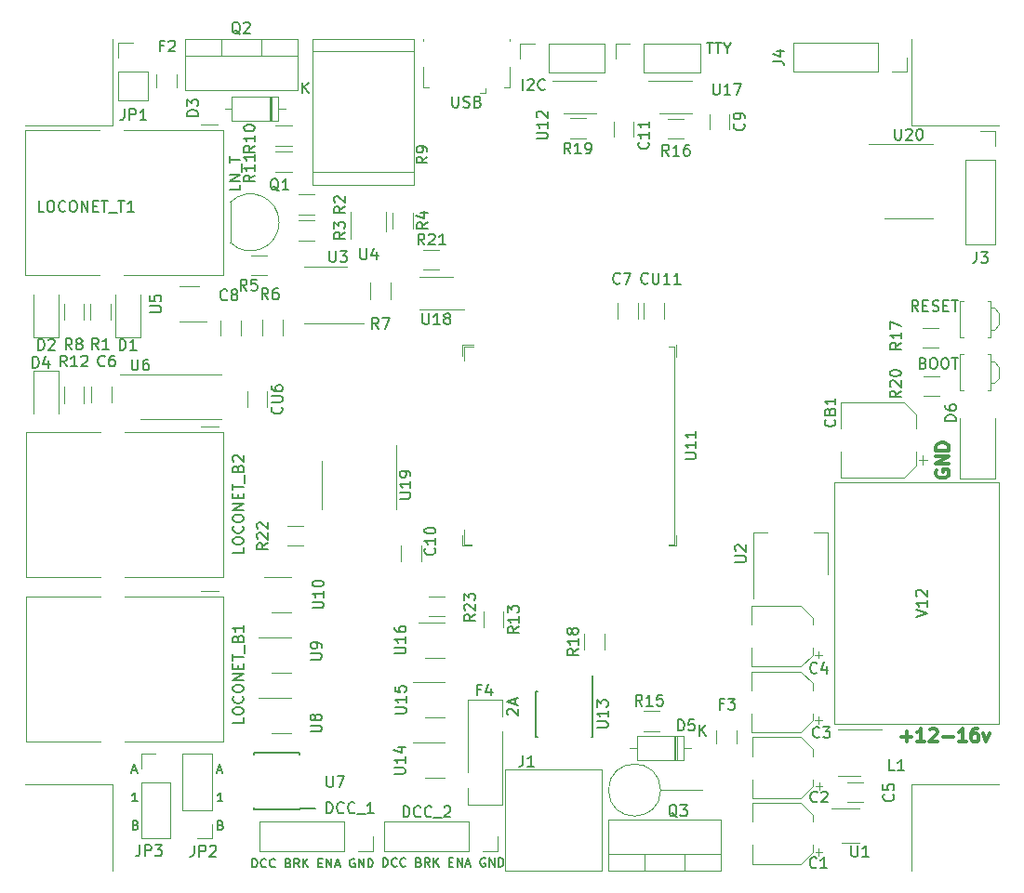
<source format=gbr>
%TF.GenerationSoftware,KiCad,Pcbnew,7.0.6*%
%TF.CreationDate,2023-08-20T15:31:47-04:00*%
%TF.ProjectId,Arch_Bridge,41726368-5f42-4726-9964-67652e6b6963,rev?*%
%TF.SameCoordinates,Original*%
%TF.FileFunction,Legend,Top*%
%TF.FilePolarity,Positive*%
%FSLAX46Y46*%
G04 Gerber Fmt 4.6, Leading zero omitted, Abs format (unit mm)*
G04 Created by KiCad (PCBNEW 7.0.6) date 2023-08-20 15:31:47*
%MOMM*%
%LPD*%
G01*
G04 APERTURE LIST*
%ADD10C,0.300000*%
%ADD11C,0.120000*%
%ADD12C,0.150000*%
%ADD13C,0.100000*%
G04 APERTURE END LIST*
D10*
X103044685Y-59413346D02*
X102987542Y-59527632D01*
X102987542Y-59527632D02*
X102987542Y-59699060D01*
X102987542Y-59699060D02*
X103044685Y-59870489D01*
X103044685Y-59870489D02*
X103158971Y-59984774D01*
X103158971Y-59984774D02*
X103273257Y-60041917D01*
X103273257Y-60041917D02*
X103501828Y-60099060D01*
X103501828Y-60099060D02*
X103673257Y-60099060D01*
X103673257Y-60099060D02*
X103901828Y-60041917D01*
X103901828Y-60041917D02*
X104016114Y-59984774D01*
X104016114Y-59984774D02*
X104130400Y-59870489D01*
X104130400Y-59870489D02*
X104187542Y-59699060D01*
X104187542Y-59699060D02*
X104187542Y-59584774D01*
X104187542Y-59584774D02*
X104130400Y-59413346D01*
X104130400Y-59413346D02*
X104073257Y-59356203D01*
X104073257Y-59356203D02*
X103673257Y-59356203D01*
X103673257Y-59356203D02*
X103673257Y-59584774D01*
X104187542Y-58841917D02*
X102987542Y-58841917D01*
X102987542Y-58841917D02*
X104187542Y-58156203D01*
X104187542Y-58156203D02*
X102987542Y-58156203D01*
X104187542Y-57584774D02*
X102987542Y-57584774D01*
X102987542Y-57584774D02*
X102987542Y-57299060D01*
X102987542Y-57299060D02*
X103044685Y-57127631D01*
X103044685Y-57127631D02*
X103158971Y-57013346D01*
X103158971Y-57013346D02*
X103273257Y-56956203D01*
X103273257Y-56956203D02*
X103501828Y-56899060D01*
X103501828Y-56899060D02*
X103673257Y-56899060D01*
X103673257Y-56899060D02*
X103901828Y-56956203D01*
X103901828Y-56956203D02*
X104016114Y-57013346D01*
X104016114Y-57013346D02*
X104130400Y-57127631D01*
X104130400Y-57127631D02*
X104187542Y-57299060D01*
X104187542Y-57299060D02*
X104187542Y-57584774D01*
D11*
X100800000Y-28000000D02*
X100800000Y-20075000D01*
X100800000Y-95925000D02*
X100800000Y-88000000D01*
X108725000Y-28000000D02*
X100775000Y-28000000D01*
X28000000Y-20075000D02*
X28000000Y-28025000D01*
X20075000Y-88000000D02*
X28025000Y-88000000D01*
X28000000Y-88000000D02*
X28000000Y-95925000D01*
X28025000Y-28000000D02*
X20075000Y-28000000D01*
X100750000Y-88000000D02*
X108725000Y-88000000D01*
D12*
X101383207Y-44919819D02*
X101049874Y-44443628D01*
X100811779Y-44919819D02*
X100811779Y-43919819D01*
X100811779Y-43919819D02*
X101192731Y-43919819D01*
X101192731Y-43919819D02*
X101287969Y-43967438D01*
X101287969Y-43967438D02*
X101335588Y-44015057D01*
X101335588Y-44015057D02*
X101383207Y-44110295D01*
X101383207Y-44110295D02*
X101383207Y-44253152D01*
X101383207Y-44253152D02*
X101335588Y-44348390D01*
X101335588Y-44348390D02*
X101287969Y-44396009D01*
X101287969Y-44396009D02*
X101192731Y-44443628D01*
X101192731Y-44443628D02*
X100811779Y-44443628D01*
X101811779Y-44396009D02*
X102145112Y-44396009D01*
X102287969Y-44919819D02*
X101811779Y-44919819D01*
X101811779Y-44919819D02*
X101811779Y-43919819D01*
X101811779Y-43919819D02*
X102287969Y-43919819D01*
X102668922Y-44872200D02*
X102811779Y-44919819D01*
X102811779Y-44919819D02*
X103049874Y-44919819D01*
X103049874Y-44919819D02*
X103145112Y-44872200D01*
X103145112Y-44872200D02*
X103192731Y-44824580D01*
X103192731Y-44824580D02*
X103240350Y-44729342D01*
X103240350Y-44729342D02*
X103240350Y-44634104D01*
X103240350Y-44634104D02*
X103192731Y-44538866D01*
X103192731Y-44538866D02*
X103145112Y-44491247D01*
X103145112Y-44491247D02*
X103049874Y-44443628D01*
X103049874Y-44443628D02*
X102859398Y-44396009D01*
X102859398Y-44396009D02*
X102764160Y-44348390D01*
X102764160Y-44348390D02*
X102716541Y-44300771D01*
X102716541Y-44300771D02*
X102668922Y-44205533D01*
X102668922Y-44205533D02*
X102668922Y-44110295D01*
X102668922Y-44110295D02*
X102716541Y-44015057D01*
X102716541Y-44015057D02*
X102764160Y-43967438D01*
X102764160Y-43967438D02*
X102859398Y-43919819D01*
X102859398Y-43919819D02*
X103097493Y-43919819D01*
X103097493Y-43919819D02*
X103240350Y-43967438D01*
X103668922Y-44396009D02*
X104002255Y-44396009D01*
X104145112Y-44919819D02*
X103668922Y-44919819D01*
X103668922Y-44919819D02*
X103668922Y-43919819D01*
X103668922Y-43919819D02*
X104145112Y-43919819D01*
X104430827Y-43919819D02*
X105002255Y-43919819D01*
X104716541Y-44919819D02*
X104716541Y-43919819D01*
X40764160Y-95594295D02*
X40764160Y-94794295D01*
X40764160Y-94794295D02*
X40954636Y-94794295D01*
X40954636Y-94794295D02*
X41068922Y-94832390D01*
X41068922Y-94832390D02*
X41145112Y-94908580D01*
X41145112Y-94908580D02*
X41183207Y-94984771D01*
X41183207Y-94984771D02*
X41221303Y-95137152D01*
X41221303Y-95137152D02*
X41221303Y-95251438D01*
X41221303Y-95251438D02*
X41183207Y-95403819D01*
X41183207Y-95403819D02*
X41145112Y-95480009D01*
X41145112Y-95480009D02*
X41068922Y-95556200D01*
X41068922Y-95556200D02*
X40954636Y-95594295D01*
X40954636Y-95594295D02*
X40764160Y-95594295D01*
X42021303Y-95518104D02*
X41983207Y-95556200D01*
X41983207Y-95556200D02*
X41868922Y-95594295D01*
X41868922Y-95594295D02*
X41792731Y-95594295D01*
X41792731Y-95594295D02*
X41678445Y-95556200D01*
X41678445Y-95556200D02*
X41602255Y-95480009D01*
X41602255Y-95480009D02*
X41564160Y-95403819D01*
X41564160Y-95403819D02*
X41526064Y-95251438D01*
X41526064Y-95251438D02*
X41526064Y-95137152D01*
X41526064Y-95137152D02*
X41564160Y-94984771D01*
X41564160Y-94984771D02*
X41602255Y-94908580D01*
X41602255Y-94908580D02*
X41678445Y-94832390D01*
X41678445Y-94832390D02*
X41792731Y-94794295D01*
X41792731Y-94794295D02*
X41868922Y-94794295D01*
X41868922Y-94794295D02*
X41983207Y-94832390D01*
X41983207Y-94832390D02*
X42021303Y-94870485D01*
X42821303Y-95518104D02*
X42783207Y-95556200D01*
X42783207Y-95556200D02*
X42668922Y-95594295D01*
X42668922Y-95594295D02*
X42592731Y-95594295D01*
X42592731Y-95594295D02*
X42478445Y-95556200D01*
X42478445Y-95556200D02*
X42402255Y-95480009D01*
X42402255Y-95480009D02*
X42364160Y-95403819D01*
X42364160Y-95403819D02*
X42326064Y-95251438D01*
X42326064Y-95251438D02*
X42326064Y-95137152D01*
X42326064Y-95137152D02*
X42364160Y-94984771D01*
X42364160Y-94984771D02*
X42402255Y-94908580D01*
X42402255Y-94908580D02*
X42478445Y-94832390D01*
X42478445Y-94832390D02*
X42592731Y-94794295D01*
X42592731Y-94794295D02*
X42668922Y-94794295D01*
X42668922Y-94794295D02*
X42783207Y-94832390D01*
X42783207Y-94832390D02*
X42821303Y-94870485D01*
X44040350Y-95175247D02*
X44154636Y-95213342D01*
X44154636Y-95213342D02*
X44192731Y-95251438D01*
X44192731Y-95251438D02*
X44230827Y-95327628D01*
X44230827Y-95327628D02*
X44230827Y-95441914D01*
X44230827Y-95441914D02*
X44192731Y-95518104D01*
X44192731Y-95518104D02*
X44154636Y-95556200D01*
X44154636Y-95556200D02*
X44078446Y-95594295D01*
X44078446Y-95594295D02*
X43773684Y-95594295D01*
X43773684Y-95594295D02*
X43773684Y-94794295D01*
X43773684Y-94794295D02*
X44040350Y-94794295D01*
X44040350Y-94794295D02*
X44116541Y-94832390D01*
X44116541Y-94832390D02*
X44154636Y-94870485D01*
X44154636Y-94870485D02*
X44192731Y-94946676D01*
X44192731Y-94946676D02*
X44192731Y-95022866D01*
X44192731Y-95022866D02*
X44154636Y-95099057D01*
X44154636Y-95099057D02*
X44116541Y-95137152D01*
X44116541Y-95137152D02*
X44040350Y-95175247D01*
X44040350Y-95175247D02*
X43773684Y-95175247D01*
X45030827Y-95594295D02*
X44764160Y-95213342D01*
X44573684Y-95594295D02*
X44573684Y-94794295D01*
X44573684Y-94794295D02*
X44878446Y-94794295D01*
X44878446Y-94794295D02*
X44954636Y-94832390D01*
X44954636Y-94832390D02*
X44992731Y-94870485D01*
X44992731Y-94870485D02*
X45030827Y-94946676D01*
X45030827Y-94946676D02*
X45030827Y-95060961D01*
X45030827Y-95060961D02*
X44992731Y-95137152D01*
X44992731Y-95137152D02*
X44954636Y-95175247D01*
X44954636Y-95175247D02*
X44878446Y-95213342D01*
X44878446Y-95213342D02*
X44573684Y-95213342D01*
X45373684Y-95594295D02*
X45373684Y-94794295D01*
X45830827Y-95594295D02*
X45487969Y-95137152D01*
X45830827Y-94794295D02*
X45373684Y-95251438D01*
X46783208Y-95175247D02*
X47049874Y-95175247D01*
X47164160Y-95594295D02*
X46783208Y-95594295D01*
X46783208Y-95594295D02*
X46783208Y-94794295D01*
X46783208Y-94794295D02*
X47164160Y-94794295D01*
X47507018Y-95594295D02*
X47507018Y-94794295D01*
X47507018Y-94794295D02*
X47964161Y-95594295D01*
X47964161Y-95594295D02*
X47964161Y-94794295D01*
X48307017Y-95365723D02*
X48687970Y-95365723D01*
X48230827Y-95594295D02*
X48497494Y-94794295D01*
X48497494Y-94794295D02*
X48764160Y-95594295D01*
X50059398Y-94832390D02*
X49983208Y-94794295D01*
X49983208Y-94794295D02*
X49868922Y-94794295D01*
X49868922Y-94794295D02*
X49754636Y-94832390D01*
X49754636Y-94832390D02*
X49678446Y-94908580D01*
X49678446Y-94908580D02*
X49640351Y-94984771D01*
X49640351Y-94984771D02*
X49602255Y-95137152D01*
X49602255Y-95137152D02*
X49602255Y-95251438D01*
X49602255Y-95251438D02*
X49640351Y-95403819D01*
X49640351Y-95403819D02*
X49678446Y-95480009D01*
X49678446Y-95480009D02*
X49754636Y-95556200D01*
X49754636Y-95556200D02*
X49868922Y-95594295D01*
X49868922Y-95594295D02*
X49945113Y-95594295D01*
X49945113Y-95594295D02*
X50059398Y-95556200D01*
X50059398Y-95556200D02*
X50097494Y-95518104D01*
X50097494Y-95518104D02*
X50097494Y-95251438D01*
X50097494Y-95251438D02*
X49945113Y-95251438D01*
X50440351Y-95594295D02*
X50440351Y-94794295D01*
X50440351Y-94794295D02*
X50897494Y-95594295D01*
X50897494Y-95594295D02*
X50897494Y-94794295D01*
X51278446Y-95594295D02*
X51278446Y-94794295D01*
X51278446Y-94794295D02*
X51468922Y-94794295D01*
X51468922Y-94794295D02*
X51583208Y-94832390D01*
X51583208Y-94832390D02*
X51659398Y-94908580D01*
X51659398Y-94908580D02*
X51697493Y-94984771D01*
X51697493Y-94984771D02*
X51735589Y-95137152D01*
X51735589Y-95137152D02*
X51735589Y-95251438D01*
X51735589Y-95251438D02*
X51697493Y-95403819D01*
X51697493Y-95403819D02*
X51659398Y-95480009D01*
X51659398Y-95480009D02*
X51583208Y-95556200D01*
X51583208Y-95556200D02*
X51468922Y-95594295D01*
X51468922Y-95594295D02*
X51278446Y-95594295D01*
X101820112Y-49646009D02*
X101962969Y-49693628D01*
X101962969Y-49693628D02*
X102010588Y-49741247D01*
X102010588Y-49741247D02*
X102058207Y-49836485D01*
X102058207Y-49836485D02*
X102058207Y-49979342D01*
X102058207Y-49979342D02*
X102010588Y-50074580D01*
X102010588Y-50074580D02*
X101962969Y-50122200D01*
X101962969Y-50122200D02*
X101867731Y-50169819D01*
X101867731Y-50169819D02*
X101486779Y-50169819D01*
X101486779Y-50169819D02*
X101486779Y-49169819D01*
X101486779Y-49169819D02*
X101820112Y-49169819D01*
X101820112Y-49169819D02*
X101915350Y-49217438D01*
X101915350Y-49217438D02*
X101962969Y-49265057D01*
X101962969Y-49265057D02*
X102010588Y-49360295D01*
X102010588Y-49360295D02*
X102010588Y-49455533D01*
X102010588Y-49455533D02*
X101962969Y-49550771D01*
X101962969Y-49550771D02*
X101915350Y-49598390D01*
X101915350Y-49598390D02*
X101820112Y-49646009D01*
X101820112Y-49646009D02*
X101486779Y-49646009D01*
X102677255Y-49169819D02*
X102867731Y-49169819D01*
X102867731Y-49169819D02*
X102962969Y-49217438D01*
X102962969Y-49217438D02*
X103058207Y-49312676D01*
X103058207Y-49312676D02*
X103105826Y-49503152D01*
X103105826Y-49503152D02*
X103105826Y-49836485D01*
X103105826Y-49836485D02*
X103058207Y-50026961D01*
X103058207Y-50026961D02*
X102962969Y-50122200D01*
X102962969Y-50122200D02*
X102867731Y-50169819D01*
X102867731Y-50169819D02*
X102677255Y-50169819D01*
X102677255Y-50169819D02*
X102582017Y-50122200D01*
X102582017Y-50122200D02*
X102486779Y-50026961D01*
X102486779Y-50026961D02*
X102439160Y-49836485D01*
X102439160Y-49836485D02*
X102439160Y-49503152D01*
X102439160Y-49503152D02*
X102486779Y-49312676D01*
X102486779Y-49312676D02*
X102582017Y-49217438D01*
X102582017Y-49217438D02*
X102677255Y-49169819D01*
X103724874Y-49169819D02*
X103915350Y-49169819D01*
X103915350Y-49169819D02*
X104010588Y-49217438D01*
X104010588Y-49217438D02*
X104105826Y-49312676D01*
X104105826Y-49312676D02*
X104153445Y-49503152D01*
X104153445Y-49503152D02*
X104153445Y-49836485D01*
X104153445Y-49836485D02*
X104105826Y-50026961D01*
X104105826Y-50026961D02*
X104010588Y-50122200D01*
X104010588Y-50122200D02*
X103915350Y-50169819D01*
X103915350Y-50169819D02*
X103724874Y-50169819D01*
X103724874Y-50169819D02*
X103629636Y-50122200D01*
X103629636Y-50122200D02*
X103534398Y-50026961D01*
X103534398Y-50026961D02*
X103486779Y-49836485D01*
X103486779Y-49836485D02*
X103486779Y-49503152D01*
X103486779Y-49503152D02*
X103534398Y-49312676D01*
X103534398Y-49312676D02*
X103629636Y-49217438D01*
X103629636Y-49217438D02*
X103724874Y-49169819D01*
X104439160Y-49169819D02*
X105010588Y-49169819D01*
X104724874Y-50169819D02*
X104724874Y-49169819D01*
D10*
X99858082Y-83680400D02*
X100772368Y-83680400D01*
X100315225Y-84137542D02*
X100315225Y-83223257D01*
X101972367Y-84137542D02*
X101286653Y-84137542D01*
X101629510Y-84137542D02*
X101629510Y-82937542D01*
X101629510Y-82937542D02*
X101515224Y-83108971D01*
X101515224Y-83108971D02*
X101400939Y-83223257D01*
X101400939Y-83223257D02*
X101286653Y-83280400D01*
X102429510Y-83051828D02*
X102486653Y-82994685D01*
X102486653Y-82994685D02*
X102600939Y-82937542D01*
X102600939Y-82937542D02*
X102886653Y-82937542D01*
X102886653Y-82937542D02*
X103000939Y-82994685D01*
X103000939Y-82994685D02*
X103058081Y-83051828D01*
X103058081Y-83051828D02*
X103115224Y-83166114D01*
X103115224Y-83166114D02*
X103115224Y-83280400D01*
X103115224Y-83280400D02*
X103058081Y-83451828D01*
X103058081Y-83451828D02*
X102372367Y-84137542D01*
X102372367Y-84137542D02*
X103115224Y-84137542D01*
X103629510Y-83680400D02*
X104543796Y-83680400D01*
X105743795Y-84137542D02*
X105058081Y-84137542D01*
X105400938Y-84137542D02*
X105400938Y-82937542D01*
X105400938Y-82937542D02*
X105286652Y-83108971D01*
X105286652Y-83108971D02*
X105172367Y-83223257D01*
X105172367Y-83223257D02*
X105058081Y-83280400D01*
X106772367Y-82937542D02*
X106543795Y-82937542D01*
X106543795Y-82937542D02*
X106429509Y-82994685D01*
X106429509Y-82994685D02*
X106372367Y-83051828D01*
X106372367Y-83051828D02*
X106258081Y-83223257D01*
X106258081Y-83223257D02*
X106200938Y-83451828D01*
X106200938Y-83451828D02*
X106200938Y-83908971D01*
X106200938Y-83908971D02*
X106258081Y-84023257D01*
X106258081Y-84023257D02*
X106315224Y-84080400D01*
X106315224Y-84080400D02*
X106429509Y-84137542D01*
X106429509Y-84137542D02*
X106658081Y-84137542D01*
X106658081Y-84137542D02*
X106772367Y-84080400D01*
X106772367Y-84080400D02*
X106829509Y-84023257D01*
X106829509Y-84023257D02*
X106886652Y-83908971D01*
X106886652Y-83908971D02*
X106886652Y-83623257D01*
X106886652Y-83623257D02*
X106829509Y-83508971D01*
X106829509Y-83508971D02*
X106772367Y-83451828D01*
X106772367Y-83451828D02*
X106658081Y-83394685D01*
X106658081Y-83394685D02*
X106429509Y-83394685D01*
X106429509Y-83394685D02*
X106315224Y-83451828D01*
X106315224Y-83451828D02*
X106258081Y-83508971D01*
X106258081Y-83508971D02*
X106200938Y-83623257D01*
X107286652Y-83337542D02*
X107572366Y-84137542D01*
X107572366Y-84137542D02*
X107858081Y-83337542D01*
D12*
X65386779Y-24769819D02*
X65386779Y-23769819D01*
X65815350Y-23865057D02*
X65862969Y-23817438D01*
X65862969Y-23817438D02*
X65958207Y-23769819D01*
X65958207Y-23769819D02*
X66196302Y-23769819D01*
X66196302Y-23769819D02*
X66291540Y-23817438D01*
X66291540Y-23817438D02*
X66339159Y-23865057D01*
X66339159Y-23865057D02*
X66386778Y-23960295D01*
X66386778Y-23960295D02*
X66386778Y-24055533D01*
X66386778Y-24055533D02*
X66339159Y-24198390D01*
X66339159Y-24198390D02*
X65767731Y-24769819D01*
X65767731Y-24769819D02*
X66386778Y-24769819D01*
X67386778Y-24674580D02*
X67339159Y-24722200D01*
X67339159Y-24722200D02*
X67196302Y-24769819D01*
X67196302Y-24769819D02*
X67101064Y-24769819D01*
X67101064Y-24769819D02*
X66958207Y-24722200D01*
X66958207Y-24722200D02*
X66862969Y-24626961D01*
X66862969Y-24626961D02*
X66815350Y-24531723D01*
X66815350Y-24531723D02*
X66767731Y-24341247D01*
X66767731Y-24341247D02*
X66767731Y-24198390D01*
X66767731Y-24198390D02*
X66815350Y-24007914D01*
X66815350Y-24007914D02*
X66862969Y-23912676D01*
X66862969Y-23912676D02*
X66958207Y-23817438D01*
X66958207Y-23817438D02*
X67101064Y-23769819D01*
X67101064Y-23769819D02*
X67196302Y-23769819D01*
X67196302Y-23769819D02*
X67339159Y-23817438D01*
X67339159Y-23817438D02*
X67386778Y-23865057D01*
X58961779Y-25344819D02*
X58961779Y-26154342D01*
X58961779Y-26154342D02*
X59009398Y-26249580D01*
X59009398Y-26249580D02*
X59057017Y-26297200D01*
X59057017Y-26297200D02*
X59152255Y-26344819D01*
X59152255Y-26344819D02*
X59342731Y-26344819D01*
X59342731Y-26344819D02*
X59437969Y-26297200D01*
X59437969Y-26297200D02*
X59485588Y-26249580D01*
X59485588Y-26249580D02*
X59533207Y-26154342D01*
X59533207Y-26154342D02*
X59533207Y-25344819D01*
X59961779Y-26297200D02*
X60104636Y-26344819D01*
X60104636Y-26344819D02*
X60342731Y-26344819D01*
X60342731Y-26344819D02*
X60437969Y-26297200D01*
X60437969Y-26297200D02*
X60485588Y-26249580D01*
X60485588Y-26249580D02*
X60533207Y-26154342D01*
X60533207Y-26154342D02*
X60533207Y-26059104D01*
X60533207Y-26059104D02*
X60485588Y-25963866D01*
X60485588Y-25963866D02*
X60437969Y-25916247D01*
X60437969Y-25916247D02*
X60342731Y-25868628D01*
X60342731Y-25868628D02*
X60152255Y-25821009D01*
X60152255Y-25821009D02*
X60057017Y-25773390D01*
X60057017Y-25773390D02*
X60009398Y-25725771D01*
X60009398Y-25725771D02*
X59961779Y-25630533D01*
X59961779Y-25630533D02*
X59961779Y-25535295D01*
X59961779Y-25535295D02*
X60009398Y-25440057D01*
X60009398Y-25440057D02*
X60057017Y-25392438D01*
X60057017Y-25392438D02*
X60152255Y-25344819D01*
X60152255Y-25344819D02*
X60390350Y-25344819D01*
X60390350Y-25344819D02*
X60533207Y-25392438D01*
X61295112Y-25821009D02*
X61437969Y-25868628D01*
X61437969Y-25868628D02*
X61485588Y-25916247D01*
X61485588Y-25916247D02*
X61533207Y-26011485D01*
X61533207Y-26011485D02*
X61533207Y-26154342D01*
X61533207Y-26154342D02*
X61485588Y-26249580D01*
X61485588Y-26249580D02*
X61437969Y-26297200D01*
X61437969Y-26297200D02*
X61342731Y-26344819D01*
X61342731Y-26344819D02*
X60961779Y-26344819D01*
X60961779Y-26344819D02*
X60961779Y-25344819D01*
X60961779Y-25344819D02*
X61295112Y-25344819D01*
X61295112Y-25344819D02*
X61390350Y-25392438D01*
X61390350Y-25392438D02*
X61437969Y-25440057D01*
X61437969Y-25440057D02*
X61485588Y-25535295D01*
X61485588Y-25535295D02*
X61485588Y-25630533D01*
X61485588Y-25630533D02*
X61437969Y-25725771D01*
X61437969Y-25725771D02*
X61390350Y-25773390D01*
X61390350Y-25773390D02*
X61295112Y-25821009D01*
X61295112Y-25821009D02*
X60961779Y-25821009D01*
X82143922Y-20419819D02*
X82715350Y-20419819D01*
X82429636Y-21419819D02*
X82429636Y-20419819D01*
X82905827Y-20419819D02*
X83477255Y-20419819D01*
X83191541Y-21419819D02*
X83191541Y-20419819D01*
X84001065Y-20943628D02*
X84001065Y-21419819D01*
X83667732Y-20419819D02*
X84001065Y-20943628D01*
X84001065Y-20943628D02*
X84334398Y-20419819D01*
X39669819Y-33387030D02*
X39669819Y-33863220D01*
X39669819Y-33863220D02*
X38669819Y-33863220D01*
X39669819Y-33053696D02*
X38669819Y-33053696D01*
X38669819Y-33053696D02*
X39669819Y-32482268D01*
X39669819Y-32482268D02*
X38669819Y-32482268D01*
X39765057Y-32244173D02*
X39765057Y-31482268D01*
X38669819Y-31387029D02*
X38669819Y-30815601D01*
X39669819Y-31101315D02*
X38669819Y-31101315D01*
X52664160Y-95519295D02*
X52664160Y-94719295D01*
X52664160Y-94719295D02*
X52854636Y-94719295D01*
X52854636Y-94719295D02*
X52968922Y-94757390D01*
X52968922Y-94757390D02*
X53045112Y-94833580D01*
X53045112Y-94833580D02*
X53083207Y-94909771D01*
X53083207Y-94909771D02*
X53121303Y-95062152D01*
X53121303Y-95062152D02*
X53121303Y-95176438D01*
X53121303Y-95176438D02*
X53083207Y-95328819D01*
X53083207Y-95328819D02*
X53045112Y-95405009D01*
X53045112Y-95405009D02*
X52968922Y-95481200D01*
X52968922Y-95481200D02*
X52854636Y-95519295D01*
X52854636Y-95519295D02*
X52664160Y-95519295D01*
X53921303Y-95443104D02*
X53883207Y-95481200D01*
X53883207Y-95481200D02*
X53768922Y-95519295D01*
X53768922Y-95519295D02*
X53692731Y-95519295D01*
X53692731Y-95519295D02*
X53578445Y-95481200D01*
X53578445Y-95481200D02*
X53502255Y-95405009D01*
X53502255Y-95405009D02*
X53464160Y-95328819D01*
X53464160Y-95328819D02*
X53426064Y-95176438D01*
X53426064Y-95176438D02*
X53426064Y-95062152D01*
X53426064Y-95062152D02*
X53464160Y-94909771D01*
X53464160Y-94909771D02*
X53502255Y-94833580D01*
X53502255Y-94833580D02*
X53578445Y-94757390D01*
X53578445Y-94757390D02*
X53692731Y-94719295D01*
X53692731Y-94719295D02*
X53768922Y-94719295D01*
X53768922Y-94719295D02*
X53883207Y-94757390D01*
X53883207Y-94757390D02*
X53921303Y-94795485D01*
X54721303Y-95443104D02*
X54683207Y-95481200D01*
X54683207Y-95481200D02*
X54568922Y-95519295D01*
X54568922Y-95519295D02*
X54492731Y-95519295D01*
X54492731Y-95519295D02*
X54378445Y-95481200D01*
X54378445Y-95481200D02*
X54302255Y-95405009D01*
X54302255Y-95405009D02*
X54264160Y-95328819D01*
X54264160Y-95328819D02*
X54226064Y-95176438D01*
X54226064Y-95176438D02*
X54226064Y-95062152D01*
X54226064Y-95062152D02*
X54264160Y-94909771D01*
X54264160Y-94909771D02*
X54302255Y-94833580D01*
X54302255Y-94833580D02*
X54378445Y-94757390D01*
X54378445Y-94757390D02*
X54492731Y-94719295D01*
X54492731Y-94719295D02*
X54568922Y-94719295D01*
X54568922Y-94719295D02*
X54683207Y-94757390D01*
X54683207Y-94757390D02*
X54721303Y-94795485D01*
X55940350Y-95100247D02*
X56054636Y-95138342D01*
X56054636Y-95138342D02*
X56092731Y-95176438D01*
X56092731Y-95176438D02*
X56130827Y-95252628D01*
X56130827Y-95252628D02*
X56130827Y-95366914D01*
X56130827Y-95366914D02*
X56092731Y-95443104D01*
X56092731Y-95443104D02*
X56054636Y-95481200D01*
X56054636Y-95481200D02*
X55978446Y-95519295D01*
X55978446Y-95519295D02*
X55673684Y-95519295D01*
X55673684Y-95519295D02*
X55673684Y-94719295D01*
X55673684Y-94719295D02*
X55940350Y-94719295D01*
X55940350Y-94719295D02*
X56016541Y-94757390D01*
X56016541Y-94757390D02*
X56054636Y-94795485D01*
X56054636Y-94795485D02*
X56092731Y-94871676D01*
X56092731Y-94871676D02*
X56092731Y-94947866D01*
X56092731Y-94947866D02*
X56054636Y-95024057D01*
X56054636Y-95024057D02*
X56016541Y-95062152D01*
X56016541Y-95062152D02*
X55940350Y-95100247D01*
X55940350Y-95100247D02*
X55673684Y-95100247D01*
X56930827Y-95519295D02*
X56664160Y-95138342D01*
X56473684Y-95519295D02*
X56473684Y-94719295D01*
X56473684Y-94719295D02*
X56778446Y-94719295D01*
X56778446Y-94719295D02*
X56854636Y-94757390D01*
X56854636Y-94757390D02*
X56892731Y-94795485D01*
X56892731Y-94795485D02*
X56930827Y-94871676D01*
X56930827Y-94871676D02*
X56930827Y-94985961D01*
X56930827Y-94985961D02*
X56892731Y-95062152D01*
X56892731Y-95062152D02*
X56854636Y-95100247D01*
X56854636Y-95100247D02*
X56778446Y-95138342D01*
X56778446Y-95138342D02*
X56473684Y-95138342D01*
X57273684Y-95519295D02*
X57273684Y-94719295D01*
X57730827Y-95519295D02*
X57387969Y-95062152D01*
X57730827Y-94719295D02*
X57273684Y-95176438D01*
X58683208Y-95100247D02*
X58949874Y-95100247D01*
X59064160Y-95519295D02*
X58683208Y-95519295D01*
X58683208Y-95519295D02*
X58683208Y-94719295D01*
X58683208Y-94719295D02*
X59064160Y-94719295D01*
X59407018Y-95519295D02*
X59407018Y-94719295D01*
X59407018Y-94719295D02*
X59864161Y-95519295D01*
X59864161Y-95519295D02*
X59864161Y-94719295D01*
X60207017Y-95290723D02*
X60587970Y-95290723D01*
X60130827Y-95519295D02*
X60397494Y-94719295D01*
X60397494Y-94719295D02*
X60664160Y-95519295D01*
X61959398Y-94757390D02*
X61883208Y-94719295D01*
X61883208Y-94719295D02*
X61768922Y-94719295D01*
X61768922Y-94719295D02*
X61654636Y-94757390D01*
X61654636Y-94757390D02*
X61578446Y-94833580D01*
X61578446Y-94833580D02*
X61540351Y-94909771D01*
X61540351Y-94909771D02*
X61502255Y-95062152D01*
X61502255Y-95062152D02*
X61502255Y-95176438D01*
X61502255Y-95176438D02*
X61540351Y-95328819D01*
X61540351Y-95328819D02*
X61578446Y-95405009D01*
X61578446Y-95405009D02*
X61654636Y-95481200D01*
X61654636Y-95481200D02*
X61768922Y-95519295D01*
X61768922Y-95519295D02*
X61845113Y-95519295D01*
X61845113Y-95519295D02*
X61959398Y-95481200D01*
X61959398Y-95481200D02*
X61997494Y-95443104D01*
X61997494Y-95443104D02*
X61997494Y-95176438D01*
X61997494Y-95176438D02*
X61845113Y-95176438D01*
X62340351Y-95519295D02*
X62340351Y-94719295D01*
X62340351Y-94719295D02*
X62797494Y-95519295D01*
X62797494Y-95519295D02*
X62797494Y-94719295D01*
X63178446Y-95519295D02*
X63178446Y-94719295D01*
X63178446Y-94719295D02*
X63368922Y-94719295D01*
X63368922Y-94719295D02*
X63483208Y-94757390D01*
X63483208Y-94757390D02*
X63559398Y-94833580D01*
X63559398Y-94833580D02*
X63597493Y-94909771D01*
X63597493Y-94909771D02*
X63635589Y-95062152D01*
X63635589Y-95062152D02*
X63635589Y-95176438D01*
X63635589Y-95176438D02*
X63597493Y-95328819D01*
X63597493Y-95328819D02*
X63559398Y-95405009D01*
X63559398Y-95405009D02*
X63483208Y-95481200D01*
X63483208Y-95481200D02*
X63368922Y-95519295D01*
X63368922Y-95519295D02*
X63178446Y-95519295D01*
X29826064Y-86763723D02*
X30207017Y-86763723D01*
X29749874Y-86992295D02*
X30016541Y-86192295D01*
X30016541Y-86192295D02*
X30283207Y-86992295D01*
X30283207Y-89568295D02*
X29826064Y-89568295D01*
X30054636Y-89568295D02*
X30054636Y-88768295D01*
X30054636Y-88768295D02*
X29978445Y-88882580D01*
X29978445Y-88882580D02*
X29902255Y-88958771D01*
X29902255Y-88958771D02*
X29826064Y-88996866D01*
X30130826Y-91725247D02*
X30245112Y-91763342D01*
X30245112Y-91763342D02*
X30283207Y-91801438D01*
X30283207Y-91801438D02*
X30321303Y-91877628D01*
X30321303Y-91877628D02*
X30321303Y-91991914D01*
X30321303Y-91991914D02*
X30283207Y-92068104D01*
X30283207Y-92068104D02*
X30245112Y-92106200D01*
X30245112Y-92106200D02*
X30168922Y-92144295D01*
X30168922Y-92144295D02*
X29864160Y-92144295D01*
X29864160Y-92144295D02*
X29864160Y-91344295D01*
X29864160Y-91344295D02*
X30130826Y-91344295D01*
X30130826Y-91344295D02*
X30207017Y-91382390D01*
X30207017Y-91382390D02*
X30245112Y-91420485D01*
X30245112Y-91420485D02*
X30283207Y-91496676D01*
X30283207Y-91496676D02*
X30283207Y-91572866D01*
X30283207Y-91572866D02*
X30245112Y-91649057D01*
X30245112Y-91649057D02*
X30207017Y-91687152D01*
X30207017Y-91687152D02*
X30130826Y-91725247D01*
X30130826Y-91725247D02*
X29864160Y-91725247D01*
X37601064Y-86763723D02*
X37982017Y-86763723D01*
X37524874Y-86992295D02*
X37791541Y-86192295D01*
X37791541Y-86192295D02*
X38058207Y-86992295D01*
X38058207Y-89568295D02*
X37601064Y-89568295D01*
X37829636Y-89568295D02*
X37829636Y-88768295D01*
X37829636Y-88768295D02*
X37753445Y-88882580D01*
X37753445Y-88882580D02*
X37677255Y-88958771D01*
X37677255Y-88958771D02*
X37601064Y-88996866D01*
X37905826Y-91725247D02*
X38020112Y-91763342D01*
X38020112Y-91763342D02*
X38058207Y-91801438D01*
X38058207Y-91801438D02*
X38096303Y-91877628D01*
X38096303Y-91877628D02*
X38096303Y-91991914D01*
X38096303Y-91991914D02*
X38058207Y-92068104D01*
X38058207Y-92068104D02*
X38020112Y-92106200D01*
X38020112Y-92106200D02*
X37943922Y-92144295D01*
X37943922Y-92144295D02*
X37639160Y-92144295D01*
X37639160Y-92144295D02*
X37639160Y-91344295D01*
X37639160Y-91344295D02*
X37905826Y-91344295D01*
X37905826Y-91344295D02*
X37982017Y-91382390D01*
X37982017Y-91382390D02*
X38020112Y-91420485D01*
X38020112Y-91420485D02*
X38058207Y-91496676D01*
X38058207Y-91496676D02*
X38058207Y-91572866D01*
X38058207Y-91572866D02*
X38020112Y-91649057D01*
X38020112Y-91649057D02*
X37982017Y-91687152D01*
X37982017Y-91687152D02*
X37905826Y-91725247D01*
X37905826Y-91725247D02*
X37639160Y-91725247D01*
X32666666Y-20731009D02*
X32333333Y-20731009D01*
X32333333Y-21254819D02*
X32333333Y-20254819D01*
X32333333Y-20254819D02*
X32809523Y-20254819D01*
X33142857Y-20350057D02*
X33190476Y-20302438D01*
X33190476Y-20302438D02*
X33285714Y-20254819D01*
X33285714Y-20254819D02*
X33523809Y-20254819D01*
X33523809Y-20254819D02*
X33619047Y-20302438D01*
X33619047Y-20302438D02*
X33666666Y-20350057D01*
X33666666Y-20350057D02*
X33714285Y-20445295D01*
X33714285Y-20445295D02*
X33714285Y-20540533D01*
X33714285Y-20540533D02*
X33666666Y-20683390D01*
X33666666Y-20683390D02*
X33095238Y-21254819D01*
X33095238Y-21254819D02*
X33714285Y-21254819D01*
X49204819Y-37716666D02*
X48728628Y-38049999D01*
X49204819Y-38288094D02*
X48204819Y-38288094D01*
X48204819Y-38288094D02*
X48204819Y-37907142D01*
X48204819Y-37907142D02*
X48252438Y-37811904D01*
X48252438Y-37811904D02*
X48300057Y-37764285D01*
X48300057Y-37764285D02*
X48395295Y-37716666D01*
X48395295Y-37716666D02*
X48538152Y-37716666D01*
X48538152Y-37716666D02*
X48633390Y-37764285D01*
X48633390Y-37764285D02*
X48681009Y-37811904D01*
X48681009Y-37811904D02*
X48728628Y-37907142D01*
X48728628Y-37907142D02*
X48728628Y-38288094D01*
X48204819Y-37383332D02*
X48204819Y-36764285D01*
X48204819Y-36764285D02*
X48585771Y-37097618D01*
X48585771Y-37097618D02*
X48585771Y-36954761D01*
X48585771Y-36954761D02*
X48633390Y-36859523D01*
X48633390Y-36859523D02*
X48681009Y-36811904D01*
X48681009Y-36811904D02*
X48776247Y-36764285D01*
X48776247Y-36764285D02*
X49014342Y-36764285D01*
X49014342Y-36764285D02*
X49109580Y-36811904D01*
X49109580Y-36811904D02*
X49157200Y-36859523D01*
X49157200Y-36859523D02*
X49204819Y-36954761D01*
X49204819Y-36954761D02*
X49204819Y-37240475D01*
X49204819Y-37240475D02*
X49157200Y-37335713D01*
X49157200Y-37335713D02*
X49109580Y-37383332D01*
X20761905Y-50054819D02*
X20761905Y-49054819D01*
X20761905Y-49054819D02*
X21000000Y-49054819D01*
X21000000Y-49054819D02*
X21142857Y-49102438D01*
X21142857Y-49102438D02*
X21238095Y-49197676D01*
X21238095Y-49197676D02*
X21285714Y-49292914D01*
X21285714Y-49292914D02*
X21333333Y-49483390D01*
X21333333Y-49483390D02*
X21333333Y-49626247D01*
X21333333Y-49626247D02*
X21285714Y-49816723D01*
X21285714Y-49816723D02*
X21238095Y-49911961D01*
X21238095Y-49911961D02*
X21142857Y-50007200D01*
X21142857Y-50007200D02*
X21000000Y-50054819D01*
X21000000Y-50054819D02*
X20761905Y-50054819D01*
X22190476Y-49388152D02*
X22190476Y-50054819D01*
X21952381Y-49007200D02*
X21714286Y-49721485D01*
X21714286Y-49721485D02*
X22333333Y-49721485D01*
X53729819Y-76113094D02*
X54539342Y-76113094D01*
X54539342Y-76113094D02*
X54634580Y-76065475D01*
X54634580Y-76065475D02*
X54682200Y-76017856D01*
X54682200Y-76017856D02*
X54729819Y-75922618D01*
X54729819Y-75922618D02*
X54729819Y-75732142D01*
X54729819Y-75732142D02*
X54682200Y-75636904D01*
X54682200Y-75636904D02*
X54634580Y-75589285D01*
X54634580Y-75589285D02*
X54539342Y-75541666D01*
X54539342Y-75541666D02*
X53729819Y-75541666D01*
X54729819Y-74541666D02*
X54729819Y-75113094D01*
X54729819Y-74827380D02*
X53729819Y-74827380D01*
X53729819Y-74827380D02*
X53872676Y-74922618D01*
X53872676Y-74922618D02*
X53967914Y-75017856D01*
X53967914Y-75017856D02*
X54015533Y-75113094D01*
X53729819Y-73684523D02*
X53729819Y-73874999D01*
X53729819Y-73874999D02*
X53777438Y-73970237D01*
X53777438Y-73970237D02*
X53825057Y-74017856D01*
X53825057Y-74017856D02*
X53967914Y-74113094D01*
X53967914Y-74113094D02*
X54158390Y-74160713D01*
X54158390Y-74160713D02*
X54539342Y-74160713D01*
X54539342Y-74160713D02*
X54634580Y-74113094D01*
X54634580Y-74113094D02*
X54682200Y-74065475D01*
X54682200Y-74065475D02*
X54729819Y-73970237D01*
X54729819Y-73970237D02*
X54729819Y-73779761D01*
X54729819Y-73779761D02*
X54682200Y-73684523D01*
X54682200Y-73684523D02*
X54634580Y-73636904D01*
X54634580Y-73636904D02*
X54539342Y-73589285D01*
X54539342Y-73589285D02*
X54301247Y-73589285D01*
X54301247Y-73589285D02*
X54206009Y-73636904D01*
X54206009Y-73636904D02*
X54158390Y-73684523D01*
X54158390Y-73684523D02*
X54110771Y-73779761D01*
X54110771Y-73779761D02*
X54110771Y-73970237D01*
X54110771Y-73970237D02*
X54158390Y-74065475D01*
X54158390Y-74065475D02*
X54206009Y-74113094D01*
X54206009Y-74113094D02*
X54301247Y-74160713D01*
X42208333Y-43829819D02*
X41875000Y-43353628D01*
X41636905Y-43829819D02*
X41636905Y-42829819D01*
X41636905Y-42829819D02*
X42017857Y-42829819D01*
X42017857Y-42829819D02*
X42113095Y-42877438D01*
X42113095Y-42877438D02*
X42160714Y-42925057D01*
X42160714Y-42925057D02*
X42208333Y-43020295D01*
X42208333Y-43020295D02*
X42208333Y-43163152D01*
X42208333Y-43163152D02*
X42160714Y-43258390D01*
X42160714Y-43258390D02*
X42113095Y-43306009D01*
X42113095Y-43306009D02*
X42017857Y-43353628D01*
X42017857Y-43353628D02*
X41636905Y-43353628D01*
X43065476Y-42829819D02*
X42875000Y-42829819D01*
X42875000Y-42829819D02*
X42779762Y-42877438D01*
X42779762Y-42877438D02*
X42732143Y-42925057D01*
X42732143Y-42925057D02*
X42636905Y-43067914D01*
X42636905Y-43067914D02*
X42589286Y-43258390D01*
X42589286Y-43258390D02*
X42589286Y-43639342D01*
X42589286Y-43639342D02*
X42636905Y-43734580D01*
X42636905Y-43734580D02*
X42684524Y-43782200D01*
X42684524Y-43782200D02*
X42779762Y-43829819D01*
X42779762Y-43829819D02*
X42970238Y-43829819D01*
X42970238Y-43829819D02*
X43065476Y-43782200D01*
X43065476Y-43782200D02*
X43113095Y-43734580D01*
X43113095Y-43734580D02*
X43160714Y-43639342D01*
X43160714Y-43639342D02*
X43160714Y-43401247D01*
X43160714Y-43401247D02*
X43113095Y-43306009D01*
X43113095Y-43306009D02*
X43065476Y-43258390D01*
X43065476Y-43258390D02*
X42970238Y-43210771D01*
X42970238Y-43210771D02*
X42779762Y-43210771D01*
X42779762Y-43210771D02*
X42684524Y-43258390D01*
X42684524Y-43258390D02*
X42636905Y-43306009D01*
X42636905Y-43306009D02*
X42589286Y-43401247D01*
X92163333Y-77819580D02*
X92115714Y-77867200D01*
X92115714Y-77867200D02*
X91972857Y-77914819D01*
X91972857Y-77914819D02*
X91877619Y-77914819D01*
X91877619Y-77914819D02*
X91734762Y-77867200D01*
X91734762Y-77867200D02*
X91639524Y-77771961D01*
X91639524Y-77771961D02*
X91591905Y-77676723D01*
X91591905Y-77676723D02*
X91544286Y-77486247D01*
X91544286Y-77486247D02*
X91544286Y-77343390D01*
X91544286Y-77343390D02*
X91591905Y-77152914D01*
X91591905Y-77152914D02*
X91639524Y-77057676D01*
X91639524Y-77057676D02*
X91734762Y-76962438D01*
X91734762Y-76962438D02*
X91877619Y-76914819D01*
X91877619Y-76914819D02*
X91972857Y-76914819D01*
X91972857Y-76914819D02*
X92115714Y-76962438D01*
X92115714Y-76962438D02*
X92163333Y-77010057D01*
X93020476Y-77248152D02*
X93020476Y-77914819D01*
X92782381Y-76867200D02*
X92544286Y-77581485D01*
X92544286Y-77581485D02*
X93163333Y-77581485D01*
X61042319Y-72542857D02*
X60566128Y-72876190D01*
X61042319Y-73114285D02*
X60042319Y-73114285D01*
X60042319Y-73114285D02*
X60042319Y-72733333D01*
X60042319Y-72733333D02*
X60089938Y-72638095D01*
X60089938Y-72638095D02*
X60137557Y-72590476D01*
X60137557Y-72590476D02*
X60232795Y-72542857D01*
X60232795Y-72542857D02*
X60375652Y-72542857D01*
X60375652Y-72542857D02*
X60470890Y-72590476D01*
X60470890Y-72590476D02*
X60518509Y-72638095D01*
X60518509Y-72638095D02*
X60566128Y-72733333D01*
X60566128Y-72733333D02*
X60566128Y-73114285D01*
X60137557Y-72161904D02*
X60089938Y-72114285D01*
X60089938Y-72114285D02*
X60042319Y-72019047D01*
X60042319Y-72019047D02*
X60042319Y-71780952D01*
X60042319Y-71780952D02*
X60089938Y-71685714D01*
X60089938Y-71685714D02*
X60137557Y-71638095D01*
X60137557Y-71638095D02*
X60232795Y-71590476D01*
X60232795Y-71590476D02*
X60328033Y-71590476D01*
X60328033Y-71590476D02*
X60470890Y-71638095D01*
X60470890Y-71638095D02*
X61042319Y-72209523D01*
X61042319Y-72209523D02*
X61042319Y-71590476D01*
X60042319Y-71257142D02*
X60042319Y-70638095D01*
X60042319Y-70638095D02*
X60423271Y-70971428D01*
X60423271Y-70971428D02*
X60423271Y-70828571D01*
X60423271Y-70828571D02*
X60470890Y-70733333D01*
X60470890Y-70733333D02*
X60518509Y-70685714D01*
X60518509Y-70685714D02*
X60613747Y-70638095D01*
X60613747Y-70638095D02*
X60851842Y-70638095D01*
X60851842Y-70638095D02*
X60947080Y-70685714D01*
X60947080Y-70685714D02*
X60994700Y-70733333D01*
X60994700Y-70733333D02*
X61042319Y-70828571D01*
X61042319Y-70828571D02*
X61042319Y-71114285D01*
X61042319Y-71114285D02*
X60994700Y-71209523D01*
X60994700Y-71209523D02*
X60947080Y-71257142D01*
X30516666Y-93544819D02*
X30516666Y-94259104D01*
X30516666Y-94259104D02*
X30469047Y-94401961D01*
X30469047Y-94401961D02*
X30373809Y-94497200D01*
X30373809Y-94497200D02*
X30230952Y-94544819D01*
X30230952Y-94544819D02*
X30135714Y-94544819D01*
X30992857Y-94544819D02*
X30992857Y-93544819D01*
X30992857Y-93544819D02*
X31373809Y-93544819D01*
X31373809Y-93544819D02*
X31469047Y-93592438D01*
X31469047Y-93592438D02*
X31516666Y-93640057D01*
X31516666Y-93640057D02*
X31564285Y-93735295D01*
X31564285Y-93735295D02*
X31564285Y-93878152D01*
X31564285Y-93878152D02*
X31516666Y-93973390D01*
X31516666Y-93973390D02*
X31469047Y-94021009D01*
X31469047Y-94021009D02*
X31373809Y-94068628D01*
X31373809Y-94068628D02*
X30992857Y-94068628D01*
X31897619Y-93544819D02*
X32516666Y-93544819D01*
X32516666Y-93544819D02*
X32183333Y-93925771D01*
X32183333Y-93925771D02*
X32326190Y-93925771D01*
X32326190Y-93925771D02*
X32421428Y-93973390D01*
X32421428Y-93973390D02*
X32469047Y-94021009D01*
X32469047Y-94021009D02*
X32516666Y-94116247D01*
X32516666Y-94116247D02*
X32516666Y-94354342D01*
X32516666Y-94354342D02*
X32469047Y-94449580D01*
X32469047Y-94449580D02*
X32421428Y-94497200D01*
X32421428Y-94497200D02*
X32326190Y-94544819D01*
X32326190Y-94544819D02*
X32040476Y-94544819D01*
X32040476Y-94544819D02*
X31945238Y-94497200D01*
X31945238Y-94497200D02*
X31897619Y-94449580D01*
X40258333Y-43029819D02*
X39925000Y-42553628D01*
X39686905Y-43029819D02*
X39686905Y-42029819D01*
X39686905Y-42029819D02*
X40067857Y-42029819D01*
X40067857Y-42029819D02*
X40163095Y-42077438D01*
X40163095Y-42077438D02*
X40210714Y-42125057D01*
X40210714Y-42125057D02*
X40258333Y-42220295D01*
X40258333Y-42220295D02*
X40258333Y-42363152D01*
X40258333Y-42363152D02*
X40210714Y-42458390D01*
X40210714Y-42458390D02*
X40163095Y-42506009D01*
X40163095Y-42506009D02*
X40067857Y-42553628D01*
X40067857Y-42553628D02*
X39686905Y-42553628D01*
X41163095Y-42029819D02*
X40686905Y-42029819D01*
X40686905Y-42029819D02*
X40639286Y-42506009D01*
X40639286Y-42506009D02*
X40686905Y-42458390D01*
X40686905Y-42458390D02*
X40782143Y-42410771D01*
X40782143Y-42410771D02*
X41020238Y-42410771D01*
X41020238Y-42410771D02*
X41115476Y-42458390D01*
X41115476Y-42458390D02*
X41163095Y-42506009D01*
X41163095Y-42506009D02*
X41210714Y-42601247D01*
X41210714Y-42601247D02*
X41210714Y-42839342D01*
X41210714Y-42839342D02*
X41163095Y-42934580D01*
X41163095Y-42934580D02*
X41115476Y-42982200D01*
X41115476Y-42982200D02*
X41020238Y-43029819D01*
X41020238Y-43029819D02*
X40782143Y-43029819D01*
X40782143Y-43029819D02*
X40686905Y-42982200D01*
X40686905Y-42982200D02*
X40639286Y-42934580D01*
X57334580Y-66517857D02*
X57382200Y-66565476D01*
X57382200Y-66565476D02*
X57429819Y-66708333D01*
X57429819Y-66708333D02*
X57429819Y-66803571D01*
X57429819Y-66803571D02*
X57382200Y-66946428D01*
X57382200Y-66946428D02*
X57286961Y-67041666D01*
X57286961Y-67041666D02*
X57191723Y-67089285D01*
X57191723Y-67089285D02*
X57001247Y-67136904D01*
X57001247Y-67136904D02*
X56858390Y-67136904D01*
X56858390Y-67136904D02*
X56667914Y-67089285D01*
X56667914Y-67089285D02*
X56572676Y-67041666D01*
X56572676Y-67041666D02*
X56477438Y-66946428D01*
X56477438Y-66946428D02*
X56429819Y-66803571D01*
X56429819Y-66803571D02*
X56429819Y-66708333D01*
X56429819Y-66708333D02*
X56477438Y-66565476D01*
X56477438Y-66565476D02*
X56525057Y-66517857D01*
X57429819Y-65565476D02*
X57429819Y-66136904D01*
X57429819Y-65851190D02*
X56429819Y-65851190D01*
X56429819Y-65851190D02*
X56572676Y-65946428D01*
X56572676Y-65946428D02*
X56667914Y-66041666D01*
X56667914Y-66041666D02*
X56715533Y-66136904D01*
X56429819Y-64946428D02*
X56429819Y-64851190D01*
X56429819Y-64851190D02*
X56477438Y-64755952D01*
X56477438Y-64755952D02*
X56525057Y-64708333D01*
X56525057Y-64708333D02*
X56620295Y-64660714D01*
X56620295Y-64660714D02*
X56810771Y-64613095D01*
X56810771Y-64613095D02*
X57048866Y-64613095D01*
X57048866Y-64613095D02*
X57239342Y-64660714D01*
X57239342Y-64660714D02*
X57334580Y-64708333D01*
X57334580Y-64708333D02*
X57382200Y-64755952D01*
X57382200Y-64755952D02*
X57429819Y-64851190D01*
X57429819Y-64851190D02*
X57429819Y-64946428D01*
X57429819Y-64946428D02*
X57382200Y-65041666D01*
X57382200Y-65041666D02*
X57334580Y-65089285D01*
X57334580Y-65089285D02*
X57239342Y-65136904D01*
X57239342Y-65136904D02*
X57048866Y-65184523D01*
X57048866Y-65184523D02*
X56810771Y-65184523D01*
X56810771Y-65184523D02*
X56620295Y-65136904D01*
X56620295Y-65136904D02*
X56525057Y-65089285D01*
X56525057Y-65089285D02*
X56477438Y-65041666D01*
X56477438Y-65041666D02*
X56429819Y-64946428D01*
X28686905Y-48454819D02*
X28686905Y-47454819D01*
X28686905Y-47454819D02*
X28925000Y-47454819D01*
X28925000Y-47454819D02*
X29067857Y-47502438D01*
X29067857Y-47502438D02*
X29163095Y-47597676D01*
X29163095Y-47597676D02*
X29210714Y-47692914D01*
X29210714Y-47692914D02*
X29258333Y-47883390D01*
X29258333Y-47883390D02*
X29258333Y-48026247D01*
X29258333Y-48026247D02*
X29210714Y-48216723D01*
X29210714Y-48216723D02*
X29163095Y-48311961D01*
X29163095Y-48311961D02*
X29067857Y-48407200D01*
X29067857Y-48407200D02*
X28925000Y-48454819D01*
X28925000Y-48454819D02*
X28686905Y-48454819D01*
X30210714Y-48454819D02*
X29639286Y-48454819D01*
X29925000Y-48454819D02*
X29925000Y-47454819D01*
X29925000Y-47454819D02*
X29829762Y-47597676D01*
X29829762Y-47597676D02*
X29734524Y-47692914D01*
X29734524Y-47692914D02*
X29639286Y-47740533D01*
X56724819Y-36816666D02*
X56248628Y-37149999D01*
X56724819Y-37388094D02*
X55724819Y-37388094D01*
X55724819Y-37388094D02*
X55724819Y-37007142D01*
X55724819Y-37007142D02*
X55772438Y-36911904D01*
X55772438Y-36911904D02*
X55820057Y-36864285D01*
X55820057Y-36864285D02*
X55915295Y-36816666D01*
X55915295Y-36816666D02*
X56058152Y-36816666D01*
X56058152Y-36816666D02*
X56153390Y-36864285D01*
X56153390Y-36864285D02*
X56201009Y-36911904D01*
X56201009Y-36911904D02*
X56248628Y-37007142D01*
X56248628Y-37007142D02*
X56248628Y-37388094D01*
X56058152Y-35959523D02*
X56724819Y-35959523D01*
X55677200Y-36197618D02*
X56391485Y-36435713D01*
X56391485Y-36435713D02*
X56391485Y-35816666D01*
X29788095Y-49284819D02*
X29788095Y-50094342D01*
X29788095Y-50094342D02*
X29835714Y-50189580D01*
X29835714Y-50189580D02*
X29883333Y-50237200D01*
X29883333Y-50237200D02*
X29978571Y-50284819D01*
X29978571Y-50284819D02*
X30169047Y-50284819D01*
X30169047Y-50284819D02*
X30264285Y-50237200D01*
X30264285Y-50237200D02*
X30311904Y-50189580D01*
X30311904Y-50189580D02*
X30359523Y-50094342D01*
X30359523Y-50094342D02*
X30359523Y-49284819D01*
X31264285Y-49284819D02*
X31073809Y-49284819D01*
X31073809Y-49284819D02*
X30978571Y-49332438D01*
X30978571Y-49332438D02*
X30930952Y-49380057D01*
X30930952Y-49380057D02*
X30835714Y-49522914D01*
X30835714Y-49522914D02*
X30788095Y-49713390D01*
X30788095Y-49713390D02*
X30788095Y-50094342D01*
X30788095Y-50094342D02*
X30835714Y-50189580D01*
X30835714Y-50189580D02*
X30883333Y-50237200D01*
X30883333Y-50237200D02*
X30978571Y-50284819D01*
X30978571Y-50284819D02*
X31169047Y-50284819D01*
X31169047Y-50284819D02*
X31264285Y-50237200D01*
X31264285Y-50237200D02*
X31311904Y-50189580D01*
X31311904Y-50189580D02*
X31359523Y-50094342D01*
X31359523Y-50094342D02*
X31359523Y-49856247D01*
X31359523Y-49856247D02*
X31311904Y-49761009D01*
X31311904Y-49761009D02*
X31264285Y-49713390D01*
X31264285Y-49713390D02*
X31169047Y-49665771D01*
X31169047Y-49665771D02*
X30978571Y-49665771D01*
X30978571Y-49665771D02*
X30883333Y-49713390D01*
X30883333Y-49713390D02*
X30835714Y-49761009D01*
X30835714Y-49761009D02*
X30788095Y-49856247D01*
X65391666Y-85379819D02*
X65391666Y-86094104D01*
X65391666Y-86094104D02*
X65344047Y-86236961D01*
X65344047Y-86236961D02*
X65248809Y-86332200D01*
X65248809Y-86332200D02*
X65105952Y-86379819D01*
X65105952Y-86379819D02*
X65010714Y-86379819D01*
X66391666Y-86379819D02*
X65820238Y-86379819D01*
X66105952Y-86379819D02*
X66105952Y-85379819D01*
X66105952Y-85379819D02*
X66010714Y-85522676D01*
X66010714Y-85522676D02*
X65915476Y-85617914D01*
X65915476Y-85617914D02*
X65820238Y-85665533D01*
X47538095Y-87254819D02*
X47538095Y-88064342D01*
X47538095Y-88064342D02*
X47585714Y-88159580D01*
X47585714Y-88159580D02*
X47633333Y-88207200D01*
X47633333Y-88207200D02*
X47728571Y-88254819D01*
X47728571Y-88254819D02*
X47919047Y-88254819D01*
X47919047Y-88254819D02*
X48014285Y-88207200D01*
X48014285Y-88207200D02*
X48061904Y-88159580D01*
X48061904Y-88159580D02*
X48109523Y-88064342D01*
X48109523Y-88064342D02*
X48109523Y-87254819D01*
X48490476Y-87254819D02*
X49157142Y-87254819D01*
X49157142Y-87254819D02*
X48728571Y-88254819D01*
X99829819Y-47792857D02*
X99353628Y-48126190D01*
X99829819Y-48364285D02*
X98829819Y-48364285D01*
X98829819Y-48364285D02*
X98829819Y-47983333D01*
X98829819Y-47983333D02*
X98877438Y-47888095D01*
X98877438Y-47888095D02*
X98925057Y-47840476D01*
X98925057Y-47840476D02*
X99020295Y-47792857D01*
X99020295Y-47792857D02*
X99163152Y-47792857D01*
X99163152Y-47792857D02*
X99258390Y-47840476D01*
X99258390Y-47840476D02*
X99306009Y-47888095D01*
X99306009Y-47888095D02*
X99353628Y-47983333D01*
X99353628Y-47983333D02*
X99353628Y-48364285D01*
X99829819Y-46840476D02*
X99829819Y-47411904D01*
X99829819Y-47126190D02*
X98829819Y-47126190D01*
X98829819Y-47126190D02*
X98972676Y-47221428D01*
X98972676Y-47221428D02*
X99067914Y-47316666D01*
X99067914Y-47316666D02*
X99115533Y-47411904D01*
X98829819Y-46507142D02*
X98829819Y-45840476D01*
X98829819Y-45840476D02*
X99829819Y-46269047D01*
X21786666Y-35854819D02*
X21310476Y-35854819D01*
X21310476Y-35854819D02*
X21310476Y-34854819D01*
X22310476Y-34854819D02*
X22500952Y-34854819D01*
X22500952Y-34854819D02*
X22596190Y-34902438D01*
X22596190Y-34902438D02*
X22691428Y-34997676D01*
X22691428Y-34997676D02*
X22739047Y-35188152D01*
X22739047Y-35188152D02*
X22739047Y-35521485D01*
X22739047Y-35521485D02*
X22691428Y-35711961D01*
X22691428Y-35711961D02*
X22596190Y-35807200D01*
X22596190Y-35807200D02*
X22500952Y-35854819D01*
X22500952Y-35854819D02*
X22310476Y-35854819D01*
X22310476Y-35854819D02*
X22215238Y-35807200D01*
X22215238Y-35807200D02*
X22120000Y-35711961D01*
X22120000Y-35711961D02*
X22072381Y-35521485D01*
X22072381Y-35521485D02*
X22072381Y-35188152D01*
X22072381Y-35188152D02*
X22120000Y-34997676D01*
X22120000Y-34997676D02*
X22215238Y-34902438D01*
X22215238Y-34902438D02*
X22310476Y-34854819D01*
X23739047Y-35759580D02*
X23691428Y-35807200D01*
X23691428Y-35807200D02*
X23548571Y-35854819D01*
X23548571Y-35854819D02*
X23453333Y-35854819D01*
X23453333Y-35854819D02*
X23310476Y-35807200D01*
X23310476Y-35807200D02*
X23215238Y-35711961D01*
X23215238Y-35711961D02*
X23167619Y-35616723D01*
X23167619Y-35616723D02*
X23120000Y-35426247D01*
X23120000Y-35426247D02*
X23120000Y-35283390D01*
X23120000Y-35283390D02*
X23167619Y-35092914D01*
X23167619Y-35092914D02*
X23215238Y-34997676D01*
X23215238Y-34997676D02*
X23310476Y-34902438D01*
X23310476Y-34902438D02*
X23453333Y-34854819D01*
X23453333Y-34854819D02*
X23548571Y-34854819D01*
X23548571Y-34854819D02*
X23691428Y-34902438D01*
X23691428Y-34902438D02*
X23739047Y-34950057D01*
X24358095Y-34854819D02*
X24548571Y-34854819D01*
X24548571Y-34854819D02*
X24643809Y-34902438D01*
X24643809Y-34902438D02*
X24739047Y-34997676D01*
X24739047Y-34997676D02*
X24786666Y-35188152D01*
X24786666Y-35188152D02*
X24786666Y-35521485D01*
X24786666Y-35521485D02*
X24739047Y-35711961D01*
X24739047Y-35711961D02*
X24643809Y-35807200D01*
X24643809Y-35807200D02*
X24548571Y-35854819D01*
X24548571Y-35854819D02*
X24358095Y-35854819D01*
X24358095Y-35854819D02*
X24262857Y-35807200D01*
X24262857Y-35807200D02*
X24167619Y-35711961D01*
X24167619Y-35711961D02*
X24120000Y-35521485D01*
X24120000Y-35521485D02*
X24120000Y-35188152D01*
X24120000Y-35188152D02*
X24167619Y-34997676D01*
X24167619Y-34997676D02*
X24262857Y-34902438D01*
X24262857Y-34902438D02*
X24358095Y-34854819D01*
X25215238Y-35854819D02*
X25215238Y-34854819D01*
X25215238Y-34854819D02*
X25786666Y-35854819D01*
X25786666Y-35854819D02*
X25786666Y-34854819D01*
X26262857Y-35331009D02*
X26596190Y-35331009D01*
X26739047Y-35854819D02*
X26262857Y-35854819D01*
X26262857Y-35854819D02*
X26262857Y-34854819D01*
X26262857Y-34854819D02*
X26739047Y-34854819D01*
X27024762Y-34854819D02*
X27596190Y-34854819D01*
X27310476Y-35854819D02*
X27310476Y-34854819D01*
X27691429Y-35950057D02*
X28453333Y-35950057D01*
X28548572Y-34854819D02*
X29120000Y-34854819D01*
X28834286Y-35854819D02*
X28834286Y-34854819D01*
X29977143Y-35854819D02*
X29405715Y-35854819D01*
X29691429Y-35854819D02*
X29691429Y-34854819D01*
X29691429Y-34854819D02*
X29596191Y-34997676D01*
X29596191Y-34997676D02*
X29500953Y-35092914D01*
X29500953Y-35092914D02*
X29405715Y-35140533D01*
X95288095Y-93604819D02*
X95288095Y-94414342D01*
X95288095Y-94414342D02*
X95335714Y-94509580D01*
X95335714Y-94509580D02*
X95383333Y-94557200D01*
X95383333Y-94557200D02*
X95478571Y-94604819D01*
X95478571Y-94604819D02*
X95669047Y-94604819D01*
X95669047Y-94604819D02*
X95764285Y-94557200D01*
X95764285Y-94557200D02*
X95811904Y-94509580D01*
X95811904Y-94509580D02*
X95859523Y-94414342D01*
X95859523Y-94414342D02*
X95859523Y-93604819D01*
X96859523Y-94604819D02*
X96288095Y-94604819D01*
X96573809Y-94604819D02*
X96573809Y-93604819D01*
X96573809Y-93604819D02*
X96478571Y-93747676D01*
X96478571Y-93747676D02*
X96383333Y-93842914D01*
X96383333Y-93842914D02*
X96288095Y-93890533D01*
X35466666Y-93594819D02*
X35466666Y-94309104D01*
X35466666Y-94309104D02*
X35419047Y-94451961D01*
X35419047Y-94451961D02*
X35323809Y-94547200D01*
X35323809Y-94547200D02*
X35180952Y-94594819D01*
X35180952Y-94594819D02*
X35085714Y-94594819D01*
X35942857Y-94594819D02*
X35942857Y-93594819D01*
X35942857Y-93594819D02*
X36323809Y-93594819D01*
X36323809Y-93594819D02*
X36419047Y-93642438D01*
X36419047Y-93642438D02*
X36466666Y-93690057D01*
X36466666Y-93690057D02*
X36514285Y-93785295D01*
X36514285Y-93785295D02*
X36514285Y-93928152D01*
X36514285Y-93928152D02*
X36466666Y-94023390D01*
X36466666Y-94023390D02*
X36419047Y-94071009D01*
X36419047Y-94071009D02*
X36323809Y-94118628D01*
X36323809Y-94118628D02*
X35942857Y-94118628D01*
X36895238Y-93690057D02*
X36942857Y-93642438D01*
X36942857Y-93642438D02*
X37038095Y-93594819D01*
X37038095Y-93594819D02*
X37276190Y-93594819D01*
X37276190Y-93594819D02*
X37371428Y-93642438D01*
X37371428Y-93642438D02*
X37419047Y-93690057D01*
X37419047Y-93690057D02*
X37466666Y-93785295D01*
X37466666Y-93785295D02*
X37466666Y-93880533D01*
X37466666Y-93880533D02*
X37419047Y-94023390D01*
X37419047Y-94023390D02*
X36847619Y-94594819D01*
X36847619Y-94594819D02*
X37466666Y-94594819D01*
X76773333Y-42329580D02*
X76725714Y-42377200D01*
X76725714Y-42377200D02*
X76582857Y-42424819D01*
X76582857Y-42424819D02*
X76487619Y-42424819D01*
X76487619Y-42424819D02*
X76344762Y-42377200D01*
X76344762Y-42377200D02*
X76249524Y-42281961D01*
X76249524Y-42281961D02*
X76201905Y-42186723D01*
X76201905Y-42186723D02*
X76154286Y-41996247D01*
X76154286Y-41996247D02*
X76154286Y-41853390D01*
X76154286Y-41853390D02*
X76201905Y-41662914D01*
X76201905Y-41662914D02*
X76249524Y-41567676D01*
X76249524Y-41567676D02*
X76344762Y-41472438D01*
X76344762Y-41472438D02*
X76487619Y-41424819D01*
X76487619Y-41424819D02*
X76582857Y-41424819D01*
X76582857Y-41424819D02*
X76725714Y-41472438D01*
X76725714Y-41472438D02*
X76773333Y-41520057D01*
X77201905Y-41424819D02*
X77201905Y-42234342D01*
X77201905Y-42234342D02*
X77249524Y-42329580D01*
X77249524Y-42329580D02*
X77297143Y-42377200D01*
X77297143Y-42377200D02*
X77392381Y-42424819D01*
X77392381Y-42424819D02*
X77582857Y-42424819D01*
X77582857Y-42424819D02*
X77678095Y-42377200D01*
X77678095Y-42377200D02*
X77725714Y-42329580D01*
X77725714Y-42329580D02*
X77773333Y-42234342D01*
X77773333Y-42234342D02*
X77773333Y-41424819D01*
X78773333Y-42424819D02*
X78201905Y-42424819D01*
X78487619Y-42424819D02*
X78487619Y-41424819D01*
X78487619Y-41424819D02*
X78392381Y-41567676D01*
X78392381Y-41567676D02*
X78297143Y-41662914D01*
X78297143Y-41662914D02*
X78201905Y-41710533D01*
X79725714Y-42424819D02*
X79154286Y-42424819D01*
X79440000Y-42424819D02*
X79440000Y-41424819D01*
X79440000Y-41424819D02*
X79344762Y-41567676D01*
X79344762Y-41567676D02*
X79249524Y-41662914D01*
X79249524Y-41662914D02*
X79154286Y-41710533D01*
X46229819Y-71963094D02*
X47039342Y-71963094D01*
X47039342Y-71963094D02*
X47134580Y-71915475D01*
X47134580Y-71915475D02*
X47182200Y-71867856D01*
X47182200Y-71867856D02*
X47229819Y-71772618D01*
X47229819Y-71772618D02*
X47229819Y-71582142D01*
X47229819Y-71582142D02*
X47182200Y-71486904D01*
X47182200Y-71486904D02*
X47134580Y-71439285D01*
X47134580Y-71439285D02*
X47039342Y-71391666D01*
X47039342Y-71391666D02*
X46229819Y-71391666D01*
X47229819Y-70391666D02*
X47229819Y-70963094D01*
X47229819Y-70677380D02*
X46229819Y-70677380D01*
X46229819Y-70677380D02*
X46372676Y-70772618D01*
X46372676Y-70772618D02*
X46467914Y-70867856D01*
X46467914Y-70867856D02*
X46515533Y-70963094D01*
X46229819Y-69772618D02*
X46229819Y-69677380D01*
X46229819Y-69677380D02*
X46277438Y-69582142D01*
X46277438Y-69582142D02*
X46325057Y-69534523D01*
X46325057Y-69534523D02*
X46420295Y-69486904D01*
X46420295Y-69486904D02*
X46610771Y-69439285D01*
X46610771Y-69439285D02*
X46848866Y-69439285D01*
X46848866Y-69439285D02*
X47039342Y-69486904D01*
X47039342Y-69486904D02*
X47134580Y-69534523D01*
X47134580Y-69534523D02*
X47182200Y-69582142D01*
X47182200Y-69582142D02*
X47229819Y-69677380D01*
X47229819Y-69677380D02*
X47229819Y-69772618D01*
X47229819Y-69772618D02*
X47182200Y-69867856D01*
X47182200Y-69867856D02*
X47134580Y-69915475D01*
X47134580Y-69915475D02*
X47039342Y-69963094D01*
X47039342Y-69963094D02*
X46848866Y-70010713D01*
X46848866Y-70010713D02*
X46610771Y-70010713D01*
X46610771Y-70010713D02*
X46420295Y-69963094D01*
X46420295Y-69963094D02*
X46325057Y-69915475D01*
X46325057Y-69915475D02*
X46277438Y-69867856D01*
X46277438Y-69867856D02*
X46229819Y-69772618D01*
X66629819Y-29213094D02*
X67439342Y-29213094D01*
X67439342Y-29213094D02*
X67534580Y-29165475D01*
X67534580Y-29165475D02*
X67582200Y-29117856D01*
X67582200Y-29117856D02*
X67629819Y-29022618D01*
X67629819Y-29022618D02*
X67629819Y-28832142D01*
X67629819Y-28832142D02*
X67582200Y-28736904D01*
X67582200Y-28736904D02*
X67534580Y-28689285D01*
X67534580Y-28689285D02*
X67439342Y-28641666D01*
X67439342Y-28641666D02*
X66629819Y-28641666D01*
X67629819Y-27641666D02*
X67629819Y-28213094D01*
X67629819Y-27927380D02*
X66629819Y-27927380D01*
X66629819Y-27927380D02*
X66772676Y-28022618D01*
X66772676Y-28022618D02*
X66867914Y-28117856D01*
X66867914Y-28117856D02*
X66915533Y-28213094D01*
X66725057Y-27260713D02*
X66677438Y-27213094D01*
X66677438Y-27213094D02*
X66629819Y-27117856D01*
X66629819Y-27117856D02*
X66629819Y-26879761D01*
X66629819Y-26879761D02*
X66677438Y-26784523D01*
X66677438Y-26784523D02*
X66725057Y-26736904D01*
X66725057Y-26736904D02*
X66820295Y-26689285D01*
X66820295Y-26689285D02*
X66915533Y-26689285D01*
X66915533Y-26689285D02*
X67058390Y-26736904D01*
X67058390Y-26736904D02*
X67629819Y-27308332D01*
X67629819Y-27308332D02*
X67629819Y-26689285D01*
X47788095Y-39429819D02*
X47788095Y-40239342D01*
X47788095Y-40239342D02*
X47835714Y-40334580D01*
X47835714Y-40334580D02*
X47883333Y-40382200D01*
X47883333Y-40382200D02*
X47978571Y-40429819D01*
X47978571Y-40429819D02*
X48169047Y-40429819D01*
X48169047Y-40429819D02*
X48264285Y-40382200D01*
X48264285Y-40382200D02*
X48311904Y-40334580D01*
X48311904Y-40334580D02*
X48359523Y-40239342D01*
X48359523Y-40239342D02*
X48359523Y-39429819D01*
X48740476Y-39429819D02*
X49359523Y-39429819D01*
X49359523Y-39429819D02*
X49026190Y-39810771D01*
X49026190Y-39810771D02*
X49169047Y-39810771D01*
X49169047Y-39810771D02*
X49264285Y-39858390D01*
X49264285Y-39858390D02*
X49311904Y-39906009D01*
X49311904Y-39906009D02*
X49359523Y-40001247D01*
X49359523Y-40001247D02*
X49359523Y-40239342D01*
X49359523Y-40239342D02*
X49311904Y-40334580D01*
X49311904Y-40334580D02*
X49264285Y-40382200D01*
X49264285Y-40382200D02*
X49169047Y-40429819D01*
X49169047Y-40429819D02*
X48883333Y-40429819D01*
X48883333Y-40429819D02*
X48788095Y-40382200D01*
X48788095Y-40382200D02*
X48740476Y-40334580D01*
X106691666Y-39504819D02*
X106691666Y-40219104D01*
X106691666Y-40219104D02*
X106644047Y-40361961D01*
X106644047Y-40361961D02*
X106548809Y-40457200D01*
X106548809Y-40457200D02*
X106405952Y-40504819D01*
X106405952Y-40504819D02*
X106310714Y-40504819D01*
X107072619Y-39504819D02*
X107691666Y-39504819D01*
X107691666Y-39504819D02*
X107358333Y-39885771D01*
X107358333Y-39885771D02*
X107501190Y-39885771D01*
X107501190Y-39885771D02*
X107596428Y-39933390D01*
X107596428Y-39933390D02*
X107644047Y-39981009D01*
X107644047Y-39981009D02*
X107691666Y-40076247D01*
X107691666Y-40076247D02*
X107691666Y-40314342D01*
X107691666Y-40314342D02*
X107644047Y-40409580D01*
X107644047Y-40409580D02*
X107596428Y-40457200D01*
X107596428Y-40457200D02*
X107501190Y-40504819D01*
X107501190Y-40504819D02*
X107215476Y-40504819D01*
X107215476Y-40504819D02*
X107120238Y-40457200D01*
X107120238Y-40457200D02*
X107072619Y-40409580D01*
X80154819Y-58383094D02*
X80964342Y-58383094D01*
X80964342Y-58383094D02*
X81059580Y-58335475D01*
X81059580Y-58335475D02*
X81107200Y-58287856D01*
X81107200Y-58287856D02*
X81154819Y-58192618D01*
X81154819Y-58192618D02*
X81154819Y-58002142D01*
X81154819Y-58002142D02*
X81107200Y-57906904D01*
X81107200Y-57906904D02*
X81059580Y-57859285D01*
X81059580Y-57859285D02*
X80964342Y-57811666D01*
X80964342Y-57811666D02*
X80154819Y-57811666D01*
X81154819Y-56811666D02*
X81154819Y-57383094D01*
X81154819Y-57097380D02*
X80154819Y-57097380D01*
X80154819Y-57097380D02*
X80297676Y-57192618D01*
X80297676Y-57192618D02*
X80392914Y-57287856D01*
X80392914Y-57287856D02*
X80440533Y-57383094D01*
X81154819Y-55859285D02*
X81154819Y-56430713D01*
X81154819Y-56144999D02*
X80154819Y-56144999D01*
X80154819Y-56144999D02*
X80297676Y-56240237D01*
X80297676Y-56240237D02*
X80392914Y-56335475D01*
X80392914Y-56335475D02*
X80440533Y-56430713D01*
X50588095Y-39204819D02*
X50588095Y-40014342D01*
X50588095Y-40014342D02*
X50635714Y-40109580D01*
X50635714Y-40109580D02*
X50683333Y-40157200D01*
X50683333Y-40157200D02*
X50778571Y-40204819D01*
X50778571Y-40204819D02*
X50969047Y-40204819D01*
X50969047Y-40204819D02*
X51064285Y-40157200D01*
X51064285Y-40157200D02*
X51111904Y-40109580D01*
X51111904Y-40109580D02*
X51159523Y-40014342D01*
X51159523Y-40014342D02*
X51159523Y-39204819D01*
X52064285Y-39538152D02*
X52064285Y-40204819D01*
X51826190Y-39157200D02*
X51588095Y-39871485D01*
X51588095Y-39871485D02*
X52207142Y-39871485D01*
X84704819Y-67761904D02*
X85514342Y-67761904D01*
X85514342Y-67761904D02*
X85609580Y-67714285D01*
X85609580Y-67714285D02*
X85657200Y-67666666D01*
X85657200Y-67666666D02*
X85704819Y-67571428D01*
X85704819Y-67571428D02*
X85704819Y-67380952D01*
X85704819Y-67380952D02*
X85657200Y-67285714D01*
X85657200Y-67285714D02*
X85609580Y-67238095D01*
X85609580Y-67238095D02*
X85514342Y-67190476D01*
X85514342Y-67190476D02*
X84704819Y-67190476D01*
X84800057Y-66761904D02*
X84752438Y-66714285D01*
X84752438Y-66714285D02*
X84704819Y-66619047D01*
X84704819Y-66619047D02*
X84704819Y-66380952D01*
X84704819Y-66380952D02*
X84752438Y-66285714D01*
X84752438Y-66285714D02*
X84800057Y-66238095D01*
X84800057Y-66238095D02*
X84895295Y-66190476D01*
X84895295Y-66190476D02*
X84990533Y-66190476D01*
X84990533Y-66190476D02*
X85133390Y-66238095D01*
X85133390Y-66238095D02*
X85704819Y-66809523D01*
X85704819Y-66809523D02*
X85704819Y-66190476D01*
X46079819Y-76636904D02*
X46889342Y-76636904D01*
X46889342Y-76636904D02*
X46984580Y-76589285D01*
X46984580Y-76589285D02*
X47032200Y-76541666D01*
X47032200Y-76541666D02*
X47079819Y-76446428D01*
X47079819Y-76446428D02*
X47079819Y-76255952D01*
X47079819Y-76255952D02*
X47032200Y-76160714D01*
X47032200Y-76160714D02*
X46984580Y-76113095D01*
X46984580Y-76113095D02*
X46889342Y-76065476D01*
X46889342Y-76065476D02*
X46079819Y-76065476D01*
X47079819Y-75541666D02*
X47079819Y-75351190D01*
X47079819Y-75351190D02*
X47032200Y-75255952D01*
X47032200Y-75255952D02*
X46984580Y-75208333D01*
X46984580Y-75208333D02*
X46841723Y-75113095D01*
X46841723Y-75113095D02*
X46651247Y-75065476D01*
X46651247Y-75065476D02*
X46270295Y-75065476D01*
X46270295Y-75065476D02*
X46175057Y-75113095D01*
X46175057Y-75113095D02*
X46127438Y-75160714D01*
X46127438Y-75160714D02*
X46079819Y-75255952D01*
X46079819Y-75255952D02*
X46079819Y-75446428D01*
X46079819Y-75446428D02*
X46127438Y-75541666D01*
X46127438Y-75541666D02*
X46175057Y-75589285D01*
X46175057Y-75589285D02*
X46270295Y-75636904D01*
X46270295Y-75636904D02*
X46508390Y-75636904D01*
X46508390Y-75636904D02*
X46603628Y-75589285D01*
X46603628Y-75589285D02*
X46651247Y-75541666D01*
X46651247Y-75541666D02*
X46698866Y-75446428D01*
X46698866Y-75446428D02*
X46698866Y-75255952D01*
X46698866Y-75255952D02*
X46651247Y-75160714D01*
X46651247Y-75160714D02*
X46603628Y-75113095D01*
X46603628Y-75113095D02*
X46508390Y-75065476D01*
X29116666Y-26489819D02*
X29116666Y-27204104D01*
X29116666Y-27204104D02*
X29069047Y-27346961D01*
X29069047Y-27346961D02*
X28973809Y-27442200D01*
X28973809Y-27442200D02*
X28830952Y-27489819D01*
X28830952Y-27489819D02*
X28735714Y-27489819D01*
X29592857Y-27489819D02*
X29592857Y-26489819D01*
X29592857Y-26489819D02*
X29973809Y-26489819D01*
X29973809Y-26489819D02*
X30069047Y-26537438D01*
X30069047Y-26537438D02*
X30116666Y-26585057D01*
X30116666Y-26585057D02*
X30164285Y-26680295D01*
X30164285Y-26680295D02*
X30164285Y-26823152D01*
X30164285Y-26823152D02*
X30116666Y-26918390D01*
X30116666Y-26918390D02*
X30069047Y-26966009D01*
X30069047Y-26966009D02*
X29973809Y-27013628D01*
X29973809Y-27013628D02*
X29592857Y-27013628D01*
X31116666Y-27489819D02*
X30545238Y-27489819D01*
X30830952Y-27489819D02*
X30830952Y-26489819D01*
X30830952Y-26489819D02*
X30735714Y-26632676D01*
X30735714Y-26632676D02*
X30640476Y-26727914D01*
X30640476Y-26727914D02*
X30545238Y-26775533D01*
X40979819Y-29842857D02*
X40503628Y-30176190D01*
X40979819Y-30414285D02*
X39979819Y-30414285D01*
X39979819Y-30414285D02*
X39979819Y-30033333D01*
X39979819Y-30033333D02*
X40027438Y-29938095D01*
X40027438Y-29938095D02*
X40075057Y-29890476D01*
X40075057Y-29890476D02*
X40170295Y-29842857D01*
X40170295Y-29842857D02*
X40313152Y-29842857D01*
X40313152Y-29842857D02*
X40408390Y-29890476D01*
X40408390Y-29890476D02*
X40456009Y-29938095D01*
X40456009Y-29938095D02*
X40503628Y-30033333D01*
X40503628Y-30033333D02*
X40503628Y-30414285D01*
X40979819Y-28890476D02*
X40979819Y-29461904D01*
X40979819Y-29176190D02*
X39979819Y-29176190D01*
X39979819Y-29176190D02*
X40122676Y-29271428D01*
X40122676Y-29271428D02*
X40217914Y-29366666D01*
X40217914Y-29366666D02*
X40265533Y-29461904D01*
X39979819Y-28271428D02*
X39979819Y-28176190D01*
X39979819Y-28176190D02*
X40027438Y-28080952D01*
X40027438Y-28080952D02*
X40075057Y-28033333D01*
X40075057Y-28033333D02*
X40170295Y-27985714D01*
X40170295Y-27985714D02*
X40360771Y-27938095D01*
X40360771Y-27938095D02*
X40598866Y-27938095D01*
X40598866Y-27938095D02*
X40789342Y-27985714D01*
X40789342Y-27985714D02*
X40884580Y-28033333D01*
X40884580Y-28033333D02*
X40932200Y-28080952D01*
X40932200Y-28080952D02*
X40979819Y-28176190D01*
X40979819Y-28176190D02*
X40979819Y-28271428D01*
X40979819Y-28271428D02*
X40932200Y-28366666D01*
X40932200Y-28366666D02*
X40884580Y-28414285D01*
X40884580Y-28414285D02*
X40789342Y-28461904D01*
X40789342Y-28461904D02*
X40598866Y-28509523D01*
X40598866Y-28509523D02*
X40360771Y-28509523D01*
X40360771Y-28509523D02*
X40170295Y-28461904D01*
X40170295Y-28461904D02*
X40075057Y-28414285D01*
X40075057Y-28414285D02*
X40027438Y-28366666D01*
X40027438Y-28366666D02*
X39979819Y-28271428D01*
X93759580Y-54791666D02*
X93807200Y-54839285D01*
X93807200Y-54839285D02*
X93854819Y-54982142D01*
X93854819Y-54982142D02*
X93854819Y-55077380D01*
X93854819Y-55077380D02*
X93807200Y-55220237D01*
X93807200Y-55220237D02*
X93711961Y-55315475D01*
X93711961Y-55315475D02*
X93616723Y-55363094D01*
X93616723Y-55363094D02*
X93426247Y-55410713D01*
X93426247Y-55410713D02*
X93283390Y-55410713D01*
X93283390Y-55410713D02*
X93092914Y-55363094D01*
X93092914Y-55363094D02*
X92997676Y-55315475D01*
X92997676Y-55315475D02*
X92902438Y-55220237D01*
X92902438Y-55220237D02*
X92854819Y-55077380D01*
X92854819Y-55077380D02*
X92854819Y-54982142D01*
X92854819Y-54982142D02*
X92902438Y-54839285D01*
X92902438Y-54839285D02*
X92950057Y-54791666D01*
X93331009Y-54029761D02*
X93378628Y-53886904D01*
X93378628Y-53886904D02*
X93426247Y-53839285D01*
X93426247Y-53839285D02*
X93521485Y-53791666D01*
X93521485Y-53791666D02*
X93664342Y-53791666D01*
X93664342Y-53791666D02*
X93759580Y-53839285D01*
X93759580Y-53839285D02*
X93807200Y-53886904D01*
X93807200Y-53886904D02*
X93854819Y-53982142D01*
X93854819Y-53982142D02*
X93854819Y-54363094D01*
X93854819Y-54363094D02*
X92854819Y-54363094D01*
X92854819Y-54363094D02*
X92854819Y-54029761D01*
X92854819Y-54029761D02*
X92902438Y-53934523D01*
X92902438Y-53934523D02*
X92950057Y-53886904D01*
X92950057Y-53886904D02*
X93045295Y-53839285D01*
X93045295Y-53839285D02*
X93140533Y-53839285D01*
X93140533Y-53839285D02*
X93235771Y-53886904D01*
X93235771Y-53886904D02*
X93283390Y-53934523D01*
X93283390Y-53934523D02*
X93331009Y-54029761D01*
X93331009Y-54029761D02*
X93331009Y-54363094D01*
X93854819Y-52839285D02*
X93854819Y-53410713D01*
X93854819Y-53124999D02*
X92854819Y-53124999D01*
X92854819Y-53124999D02*
X92997676Y-53220237D01*
X92997676Y-53220237D02*
X93092914Y-53315475D01*
X93092914Y-53315475D02*
X93140533Y-53410713D01*
X70429819Y-75680357D02*
X69953628Y-76013690D01*
X70429819Y-76251785D02*
X69429819Y-76251785D01*
X69429819Y-76251785D02*
X69429819Y-75870833D01*
X69429819Y-75870833D02*
X69477438Y-75775595D01*
X69477438Y-75775595D02*
X69525057Y-75727976D01*
X69525057Y-75727976D02*
X69620295Y-75680357D01*
X69620295Y-75680357D02*
X69763152Y-75680357D01*
X69763152Y-75680357D02*
X69858390Y-75727976D01*
X69858390Y-75727976D02*
X69906009Y-75775595D01*
X69906009Y-75775595D02*
X69953628Y-75870833D01*
X69953628Y-75870833D02*
X69953628Y-76251785D01*
X70429819Y-74727976D02*
X70429819Y-75299404D01*
X70429819Y-75013690D02*
X69429819Y-75013690D01*
X69429819Y-75013690D02*
X69572676Y-75108928D01*
X69572676Y-75108928D02*
X69667914Y-75204166D01*
X69667914Y-75204166D02*
X69715533Y-75299404D01*
X69858390Y-74156547D02*
X69810771Y-74251785D01*
X69810771Y-74251785D02*
X69763152Y-74299404D01*
X69763152Y-74299404D02*
X69667914Y-74347023D01*
X69667914Y-74347023D02*
X69620295Y-74347023D01*
X69620295Y-74347023D02*
X69525057Y-74299404D01*
X69525057Y-74299404D02*
X69477438Y-74251785D01*
X69477438Y-74251785D02*
X69429819Y-74156547D01*
X69429819Y-74156547D02*
X69429819Y-73966071D01*
X69429819Y-73966071D02*
X69477438Y-73870833D01*
X69477438Y-73870833D02*
X69525057Y-73823214D01*
X69525057Y-73823214D02*
X69620295Y-73775595D01*
X69620295Y-73775595D02*
X69667914Y-73775595D01*
X69667914Y-73775595D02*
X69763152Y-73823214D01*
X69763152Y-73823214D02*
X69810771Y-73870833D01*
X69810771Y-73870833D02*
X69858390Y-73966071D01*
X69858390Y-73966071D02*
X69858390Y-74156547D01*
X69858390Y-74156547D02*
X69906009Y-74251785D01*
X69906009Y-74251785D02*
X69953628Y-74299404D01*
X69953628Y-74299404D02*
X70048866Y-74347023D01*
X70048866Y-74347023D02*
X70239342Y-74347023D01*
X70239342Y-74347023D02*
X70334580Y-74299404D01*
X70334580Y-74299404D02*
X70382200Y-74251785D01*
X70382200Y-74251785D02*
X70429819Y-74156547D01*
X70429819Y-74156547D02*
X70429819Y-73966071D01*
X70429819Y-73966071D02*
X70382200Y-73870833D01*
X70382200Y-73870833D02*
X70334580Y-73823214D01*
X70334580Y-73823214D02*
X70239342Y-73775595D01*
X70239342Y-73775595D02*
X70048866Y-73775595D01*
X70048866Y-73775595D02*
X69953628Y-73823214D01*
X69953628Y-73823214D02*
X69906009Y-73870833D01*
X69906009Y-73870833D02*
X69858390Y-73966071D01*
X92113333Y-95559580D02*
X92065714Y-95607200D01*
X92065714Y-95607200D02*
X91922857Y-95654819D01*
X91922857Y-95654819D02*
X91827619Y-95654819D01*
X91827619Y-95654819D02*
X91684762Y-95607200D01*
X91684762Y-95607200D02*
X91589524Y-95511961D01*
X91589524Y-95511961D02*
X91541905Y-95416723D01*
X91541905Y-95416723D02*
X91494286Y-95226247D01*
X91494286Y-95226247D02*
X91494286Y-95083390D01*
X91494286Y-95083390D02*
X91541905Y-94892914D01*
X91541905Y-94892914D02*
X91589524Y-94797676D01*
X91589524Y-94797676D02*
X91684762Y-94702438D01*
X91684762Y-94702438D02*
X91827619Y-94654819D01*
X91827619Y-94654819D02*
X91922857Y-94654819D01*
X91922857Y-94654819D02*
X92065714Y-94702438D01*
X92065714Y-94702438D02*
X92113333Y-94750057D01*
X93065714Y-95654819D02*
X92494286Y-95654819D01*
X92780000Y-95654819D02*
X92780000Y-94654819D01*
X92780000Y-94654819D02*
X92684762Y-94797676D01*
X92684762Y-94797676D02*
X92589524Y-94892914D01*
X92589524Y-94892914D02*
X92494286Y-94940533D01*
X24333333Y-48417319D02*
X24000000Y-47941128D01*
X23761905Y-48417319D02*
X23761905Y-47417319D01*
X23761905Y-47417319D02*
X24142857Y-47417319D01*
X24142857Y-47417319D02*
X24238095Y-47464938D01*
X24238095Y-47464938D02*
X24285714Y-47512557D01*
X24285714Y-47512557D02*
X24333333Y-47607795D01*
X24333333Y-47607795D02*
X24333333Y-47750652D01*
X24333333Y-47750652D02*
X24285714Y-47845890D01*
X24285714Y-47845890D02*
X24238095Y-47893509D01*
X24238095Y-47893509D02*
X24142857Y-47941128D01*
X24142857Y-47941128D02*
X23761905Y-47941128D01*
X24904762Y-47845890D02*
X24809524Y-47798271D01*
X24809524Y-47798271D02*
X24761905Y-47750652D01*
X24761905Y-47750652D02*
X24714286Y-47655414D01*
X24714286Y-47655414D02*
X24714286Y-47607795D01*
X24714286Y-47607795D02*
X24761905Y-47512557D01*
X24761905Y-47512557D02*
X24809524Y-47464938D01*
X24809524Y-47464938D02*
X24904762Y-47417319D01*
X24904762Y-47417319D02*
X25095238Y-47417319D01*
X25095238Y-47417319D02*
X25190476Y-47464938D01*
X25190476Y-47464938D02*
X25238095Y-47512557D01*
X25238095Y-47512557D02*
X25285714Y-47607795D01*
X25285714Y-47607795D02*
X25285714Y-47655414D01*
X25285714Y-47655414D02*
X25238095Y-47750652D01*
X25238095Y-47750652D02*
X25190476Y-47798271D01*
X25190476Y-47798271D02*
X25095238Y-47845890D01*
X25095238Y-47845890D02*
X24904762Y-47845890D01*
X24904762Y-47845890D02*
X24809524Y-47893509D01*
X24809524Y-47893509D02*
X24761905Y-47941128D01*
X24761905Y-47941128D02*
X24714286Y-48036366D01*
X24714286Y-48036366D02*
X24714286Y-48226842D01*
X24714286Y-48226842D02*
X24761905Y-48322080D01*
X24761905Y-48322080D02*
X24809524Y-48369700D01*
X24809524Y-48369700D02*
X24904762Y-48417319D01*
X24904762Y-48417319D02*
X25095238Y-48417319D01*
X25095238Y-48417319D02*
X25190476Y-48369700D01*
X25190476Y-48369700D02*
X25238095Y-48322080D01*
X25238095Y-48322080D02*
X25285714Y-48226842D01*
X25285714Y-48226842D02*
X25285714Y-48036366D01*
X25285714Y-48036366D02*
X25238095Y-47941128D01*
X25238095Y-47941128D02*
X25190476Y-47893509D01*
X25190476Y-47893509D02*
X25095238Y-47845890D01*
X49204819Y-35379166D02*
X48728628Y-35712499D01*
X49204819Y-35950594D02*
X48204819Y-35950594D01*
X48204819Y-35950594D02*
X48204819Y-35569642D01*
X48204819Y-35569642D02*
X48252438Y-35474404D01*
X48252438Y-35474404D02*
X48300057Y-35426785D01*
X48300057Y-35426785D02*
X48395295Y-35379166D01*
X48395295Y-35379166D02*
X48538152Y-35379166D01*
X48538152Y-35379166D02*
X48633390Y-35426785D01*
X48633390Y-35426785D02*
X48681009Y-35474404D01*
X48681009Y-35474404D02*
X48728628Y-35569642D01*
X48728628Y-35569642D02*
X48728628Y-35950594D01*
X48300057Y-34998213D02*
X48252438Y-34950594D01*
X48252438Y-34950594D02*
X48204819Y-34855356D01*
X48204819Y-34855356D02*
X48204819Y-34617261D01*
X48204819Y-34617261D02*
X48252438Y-34522023D01*
X48252438Y-34522023D02*
X48300057Y-34474404D01*
X48300057Y-34474404D02*
X48395295Y-34426785D01*
X48395295Y-34426785D02*
X48490533Y-34426785D01*
X48490533Y-34426785D02*
X48633390Y-34474404D01*
X48633390Y-34474404D02*
X49204819Y-35045832D01*
X49204819Y-35045832D02*
X49204819Y-34426785D01*
X26758333Y-48379819D02*
X26425000Y-47903628D01*
X26186905Y-48379819D02*
X26186905Y-47379819D01*
X26186905Y-47379819D02*
X26567857Y-47379819D01*
X26567857Y-47379819D02*
X26663095Y-47427438D01*
X26663095Y-47427438D02*
X26710714Y-47475057D01*
X26710714Y-47475057D02*
X26758333Y-47570295D01*
X26758333Y-47570295D02*
X26758333Y-47713152D01*
X26758333Y-47713152D02*
X26710714Y-47808390D01*
X26710714Y-47808390D02*
X26663095Y-47856009D01*
X26663095Y-47856009D02*
X26567857Y-47903628D01*
X26567857Y-47903628D02*
X26186905Y-47903628D01*
X27710714Y-48379819D02*
X27139286Y-48379819D01*
X27425000Y-48379819D02*
X27425000Y-47379819D01*
X27425000Y-47379819D02*
X27329762Y-47522676D01*
X27329762Y-47522676D02*
X27234524Y-47617914D01*
X27234524Y-47617914D02*
X27139286Y-47665533D01*
X76249642Y-80869819D02*
X75916309Y-80393628D01*
X75678214Y-80869819D02*
X75678214Y-79869819D01*
X75678214Y-79869819D02*
X76059166Y-79869819D01*
X76059166Y-79869819D02*
X76154404Y-79917438D01*
X76154404Y-79917438D02*
X76202023Y-79965057D01*
X76202023Y-79965057D02*
X76249642Y-80060295D01*
X76249642Y-80060295D02*
X76249642Y-80203152D01*
X76249642Y-80203152D02*
X76202023Y-80298390D01*
X76202023Y-80298390D02*
X76154404Y-80346009D01*
X76154404Y-80346009D02*
X76059166Y-80393628D01*
X76059166Y-80393628D02*
X75678214Y-80393628D01*
X77202023Y-80869819D02*
X76630595Y-80869819D01*
X76916309Y-80869819D02*
X76916309Y-79869819D01*
X76916309Y-79869819D02*
X76821071Y-80012676D01*
X76821071Y-80012676D02*
X76725833Y-80107914D01*
X76725833Y-80107914D02*
X76630595Y-80155533D01*
X78106785Y-79869819D02*
X77630595Y-79869819D01*
X77630595Y-79869819D02*
X77582976Y-80346009D01*
X77582976Y-80346009D02*
X77630595Y-80298390D01*
X77630595Y-80298390D02*
X77725833Y-80250771D01*
X77725833Y-80250771D02*
X77963928Y-80250771D01*
X77963928Y-80250771D02*
X78059166Y-80298390D01*
X78059166Y-80298390D02*
X78106785Y-80346009D01*
X78106785Y-80346009D02*
X78154404Y-80441247D01*
X78154404Y-80441247D02*
X78154404Y-80679342D01*
X78154404Y-80679342D02*
X78106785Y-80774580D01*
X78106785Y-80774580D02*
X78059166Y-80822200D01*
X78059166Y-80822200D02*
X77963928Y-80869819D01*
X77963928Y-80869819D02*
X77725833Y-80869819D01*
X77725833Y-80869819D02*
X77630595Y-80822200D01*
X77630595Y-80822200D02*
X77582976Y-80774580D01*
X31454819Y-45011904D02*
X32264342Y-45011904D01*
X32264342Y-45011904D02*
X32359580Y-44964285D01*
X32359580Y-44964285D02*
X32407200Y-44916666D01*
X32407200Y-44916666D02*
X32454819Y-44821428D01*
X32454819Y-44821428D02*
X32454819Y-44630952D01*
X32454819Y-44630952D02*
X32407200Y-44535714D01*
X32407200Y-44535714D02*
X32359580Y-44488095D01*
X32359580Y-44488095D02*
X32264342Y-44440476D01*
X32264342Y-44440476D02*
X31454819Y-44440476D01*
X31454819Y-43488095D02*
X31454819Y-43964285D01*
X31454819Y-43964285D02*
X31931009Y-44011904D01*
X31931009Y-44011904D02*
X31883390Y-43964285D01*
X31883390Y-43964285D02*
X31835771Y-43869047D01*
X31835771Y-43869047D02*
X31835771Y-43630952D01*
X31835771Y-43630952D02*
X31883390Y-43535714D01*
X31883390Y-43535714D02*
X31931009Y-43488095D01*
X31931009Y-43488095D02*
X32026247Y-43440476D01*
X32026247Y-43440476D02*
X32264342Y-43440476D01*
X32264342Y-43440476D02*
X32359580Y-43488095D01*
X32359580Y-43488095D02*
X32407200Y-43535714D01*
X32407200Y-43535714D02*
X32454819Y-43630952D01*
X32454819Y-43630952D02*
X32454819Y-43869047D01*
X32454819Y-43869047D02*
X32407200Y-43964285D01*
X32407200Y-43964285D02*
X32359580Y-44011904D01*
X92383333Y-83679580D02*
X92335714Y-83727200D01*
X92335714Y-83727200D02*
X92192857Y-83774819D01*
X92192857Y-83774819D02*
X92097619Y-83774819D01*
X92097619Y-83774819D02*
X91954762Y-83727200D01*
X91954762Y-83727200D02*
X91859524Y-83631961D01*
X91859524Y-83631961D02*
X91811905Y-83536723D01*
X91811905Y-83536723D02*
X91764286Y-83346247D01*
X91764286Y-83346247D02*
X91764286Y-83203390D01*
X91764286Y-83203390D02*
X91811905Y-83012914D01*
X91811905Y-83012914D02*
X91859524Y-82917676D01*
X91859524Y-82917676D02*
X91954762Y-82822438D01*
X91954762Y-82822438D02*
X92097619Y-82774819D01*
X92097619Y-82774819D02*
X92192857Y-82774819D01*
X92192857Y-82774819D02*
X92335714Y-82822438D01*
X92335714Y-82822438D02*
X92383333Y-82870057D01*
X92716667Y-82774819D02*
X93335714Y-82774819D01*
X93335714Y-82774819D02*
X93002381Y-83155771D01*
X93002381Y-83155771D02*
X93145238Y-83155771D01*
X93145238Y-83155771D02*
X93240476Y-83203390D01*
X93240476Y-83203390D02*
X93288095Y-83251009D01*
X93288095Y-83251009D02*
X93335714Y-83346247D01*
X93335714Y-83346247D02*
X93335714Y-83584342D01*
X93335714Y-83584342D02*
X93288095Y-83679580D01*
X93288095Y-83679580D02*
X93240476Y-83727200D01*
X93240476Y-83727200D02*
X93145238Y-83774819D01*
X93145238Y-83774819D02*
X92859524Y-83774819D01*
X92859524Y-83774819D02*
X92764286Y-83727200D01*
X92764286Y-83727200D02*
X92716667Y-83679580D01*
X52233333Y-46517319D02*
X51900000Y-46041128D01*
X51661905Y-46517319D02*
X51661905Y-45517319D01*
X51661905Y-45517319D02*
X52042857Y-45517319D01*
X52042857Y-45517319D02*
X52138095Y-45564938D01*
X52138095Y-45564938D02*
X52185714Y-45612557D01*
X52185714Y-45612557D02*
X52233333Y-45707795D01*
X52233333Y-45707795D02*
X52233333Y-45850652D01*
X52233333Y-45850652D02*
X52185714Y-45945890D01*
X52185714Y-45945890D02*
X52138095Y-45993509D01*
X52138095Y-45993509D02*
X52042857Y-46041128D01*
X52042857Y-46041128D02*
X51661905Y-46041128D01*
X52566667Y-45517319D02*
X53233333Y-45517319D01*
X53233333Y-45517319D02*
X52804762Y-46517319D01*
X54154819Y-61988094D02*
X54964342Y-61988094D01*
X54964342Y-61988094D02*
X55059580Y-61940475D01*
X55059580Y-61940475D02*
X55107200Y-61892856D01*
X55107200Y-61892856D02*
X55154819Y-61797618D01*
X55154819Y-61797618D02*
X55154819Y-61607142D01*
X55154819Y-61607142D02*
X55107200Y-61511904D01*
X55107200Y-61511904D02*
X55059580Y-61464285D01*
X55059580Y-61464285D02*
X54964342Y-61416666D01*
X54964342Y-61416666D02*
X54154819Y-61416666D01*
X55154819Y-60416666D02*
X55154819Y-60988094D01*
X55154819Y-60702380D02*
X54154819Y-60702380D01*
X54154819Y-60702380D02*
X54297676Y-60797618D01*
X54297676Y-60797618D02*
X54392914Y-60892856D01*
X54392914Y-60892856D02*
X54440533Y-60988094D01*
X55154819Y-59940475D02*
X55154819Y-59749999D01*
X55154819Y-59749999D02*
X55107200Y-59654761D01*
X55107200Y-59654761D02*
X55059580Y-59607142D01*
X55059580Y-59607142D02*
X54916723Y-59511904D01*
X54916723Y-59511904D02*
X54726247Y-59464285D01*
X54726247Y-59464285D02*
X54345295Y-59464285D01*
X54345295Y-59464285D02*
X54250057Y-59511904D01*
X54250057Y-59511904D02*
X54202438Y-59559523D01*
X54202438Y-59559523D02*
X54154819Y-59654761D01*
X54154819Y-59654761D02*
X54154819Y-59845237D01*
X54154819Y-59845237D02*
X54202438Y-59940475D01*
X54202438Y-59940475D02*
X54250057Y-59988094D01*
X54250057Y-59988094D02*
X54345295Y-60035713D01*
X54345295Y-60035713D02*
X54583390Y-60035713D01*
X54583390Y-60035713D02*
X54678628Y-59988094D01*
X54678628Y-59988094D02*
X54726247Y-59940475D01*
X54726247Y-59940475D02*
X54773866Y-59845237D01*
X54773866Y-59845237D02*
X54773866Y-59654761D01*
X54773866Y-59654761D02*
X54726247Y-59559523D01*
X54726247Y-59559523D02*
X54678628Y-59511904D01*
X54678628Y-59511904D02*
X54583390Y-59464285D01*
X78682142Y-30754819D02*
X78348809Y-30278628D01*
X78110714Y-30754819D02*
X78110714Y-29754819D01*
X78110714Y-29754819D02*
X78491666Y-29754819D01*
X78491666Y-29754819D02*
X78586904Y-29802438D01*
X78586904Y-29802438D02*
X78634523Y-29850057D01*
X78634523Y-29850057D02*
X78682142Y-29945295D01*
X78682142Y-29945295D02*
X78682142Y-30088152D01*
X78682142Y-30088152D02*
X78634523Y-30183390D01*
X78634523Y-30183390D02*
X78586904Y-30231009D01*
X78586904Y-30231009D02*
X78491666Y-30278628D01*
X78491666Y-30278628D02*
X78110714Y-30278628D01*
X79634523Y-30754819D02*
X79063095Y-30754819D01*
X79348809Y-30754819D02*
X79348809Y-29754819D01*
X79348809Y-29754819D02*
X79253571Y-29897676D01*
X79253571Y-29897676D02*
X79158333Y-29992914D01*
X79158333Y-29992914D02*
X79063095Y-30040533D01*
X80491666Y-29754819D02*
X80301190Y-29754819D01*
X80301190Y-29754819D02*
X80205952Y-29802438D01*
X80205952Y-29802438D02*
X80158333Y-29850057D01*
X80158333Y-29850057D02*
X80063095Y-29992914D01*
X80063095Y-29992914D02*
X80015476Y-30183390D01*
X80015476Y-30183390D02*
X80015476Y-30564342D01*
X80015476Y-30564342D02*
X80063095Y-30659580D01*
X80063095Y-30659580D02*
X80110714Y-30707200D01*
X80110714Y-30707200D02*
X80205952Y-30754819D01*
X80205952Y-30754819D02*
X80396428Y-30754819D01*
X80396428Y-30754819D02*
X80491666Y-30707200D01*
X80491666Y-30707200D02*
X80539285Y-30659580D01*
X80539285Y-30659580D02*
X80586904Y-30564342D01*
X80586904Y-30564342D02*
X80586904Y-30326247D01*
X80586904Y-30326247D02*
X80539285Y-30231009D01*
X80539285Y-30231009D02*
X80491666Y-30183390D01*
X80491666Y-30183390D02*
X80396428Y-30135771D01*
X80396428Y-30135771D02*
X80205952Y-30135771D01*
X80205952Y-30135771D02*
X80110714Y-30183390D01*
X80110714Y-30183390D02*
X80063095Y-30231009D01*
X80063095Y-30231009D02*
X80015476Y-30326247D01*
X99233333Y-86754819D02*
X98757143Y-86754819D01*
X98757143Y-86754819D02*
X98757143Y-85754819D01*
X100090476Y-86754819D02*
X99519048Y-86754819D01*
X99804762Y-86754819D02*
X99804762Y-85754819D01*
X99804762Y-85754819D02*
X99709524Y-85897676D01*
X99709524Y-85897676D02*
X99614286Y-85992914D01*
X99614286Y-85992914D02*
X99519048Y-86040533D01*
X104829819Y-54913094D02*
X103829819Y-54913094D01*
X103829819Y-54913094D02*
X103829819Y-54674999D01*
X103829819Y-54674999D02*
X103877438Y-54532142D01*
X103877438Y-54532142D02*
X103972676Y-54436904D01*
X103972676Y-54436904D02*
X104067914Y-54389285D01*
X104067914Y-54389285D02*
X104258390Y-54341666D01*
X104258390Y-54341666D02*
X104401247Y-54341666D01*
X104401247Y-54341666D02*
X104591723Y-54389285D01*
X104591723Y-54389285D02*
X104686961Y-54436904D01*
X104686961Y-54436904D02*
X104782200Y-54532142D01*
X104782200Y-54532142D02*
X104829819Y-54674999D01*
X104829819Y-54674999D02*
X104829819Y-54913094D01*
X103829819Y-53484523D02*
X103829819Y-53674999D01*
X103829819Y-53674999D02*
X103877438Y-53770237D01*
X103877438Y-53770237D02*
X103925057Y-53817856D01*
X103925057Y-53817856D02*
X104067914Y-53913094D01*
X104067914Y-53913094D02*
X104258390Y-53960713D01*
X104258390Y-53960713D02*
X104639342Y-53960713D01*
X104639342Y-53960713D02*
X104734580Y-53913094D01*
X104734580Y-53913094D02*
X104782200Y-53865475D01*
X104782200Y-53865475D02*
X104829819Y-53770237D01*
X104829819Y-53770237D02*
X104829819Y-53579761D01*
X104829819Y-53579761D02*
X104782200Y-53484523D01*
X104782200Y-53484523D02*
X104734580Y-53436904D01*
X104734580Y-53436904D02*
X104639342Y-53389285D01*
X104639342Y-53389285D02*
X104401247Y-53389285D01*
X104401247Y-53389285D02*
X104306009Y-53436904D01*
X104306009Y-53436904D02*
X104258390Y-53484523D01*
X104258390Y-53484523D02*
X104210771Y-53579761D01*
X104210771Y-53579761D02*
X104210771Y-53770237D01*
X104210771Y-53770237D02*
X104258390Y-53865475D01*
X104258390Y-53865475D02*
X104306009Y-53913094D01*
X104306009Y-53913094D02*
X104401247Y-53960713D01*
X46054819Y-83211904D02*
X46864342Y-83211904D01*
X46864342Y-83211904D02*
X46959580Y-83164285D01*
X46959580Y-83164285D02*
X47007200Y-83116666D01*
X47007200Y-83116666D02*
X47054819Y-83021428D01*
X47054819Y-83021428D02*
X47054819Y-82830952D01*
X47054819Y-82830952D02*
X47007200Y-82735714D01*
X47007200Y-82735714D02*
X46959580Y-82688095D01*
X46959580Y-82688095D02*
X46864342Y-82640476D01*
X46864342Y-82640476D02*
X46054819Y-82640476D01*
X46483390Y-82021428D02*
X46435771Y-82116666D01*
X46435771Y-82116666D02*
X46388152Y-82164285D01*
X46388152Y-82164285D02*
X46292914Y-82211904D01*
X46292914Y-82211904D02*
X46245295Y-82211904D01*
X46245295Y-82211904D02*
X46150057Y-82164285D01*
X46150057Y-82164285D02*
X46102438Y-82116666D01*
X46102438Y-82116666D02*
X46054819Y-82021428D01*
X46054819Y-82021428D02*
X46054819Y-81830952D01*
X46054819Y-81830952D02*
X46102438Y-81735714D01*
X46102438Y-81735714D02*
X46150057Y-81688095D01*
X46150057Y-81688095D02*
X46245295Y-81640476D01*
X46245295Y-81640476D02*
X46292914Y-81640476D01*
X46292914Y-81640476D02*
X46388152Y-81688095D01*
X46388152Y-81688095D02*
X46435771Y-81735714D01*
X46435771Y-81735714D02*
X46483390Y-81830952D01*
X46483390Y-81830952D02*
X46483390Y-82021428D01*
X46483390Y-82021428D02*
X46531009Y-82116666D01*
X46531009Y-82116666D02*
X46578628Y-82164285D01*
X46578628Y-82164285D02*
X46673866Y-82211904D01*
X46673866Y-82211904D02*
X46864342Y-82211904D01*
X46864342Y-82211904D02*
X46959580Y-82164285D01*
X46959580Y-82164285D02*
X47007200Y-82116666D01*
X47007200Y-82116666D02*
X47054819Y-82021428D01*
X47054819Y-82021428D02*
X47054819Y-81830952D01*
X47054819Y-81830952D02*
X47007200Y-81735714D01*
X47007200Y-81735714D02*
X46959580Y-81688095D01*
X46959580Y-81688095D02*
X46864342Y-81640476D01*
X46864342Y-81640476D02*
X46673866Y-81640476D01*
X46673866Y-81640476D02*
X46578628Y-81688095D01*
X46578628Y-81688095D02*
X46531009Y-81735714D01*
X46531009Y-81735714D02*
X46483390Y-81830952D01*
X39954819Y-66452381D02*
X39954819Y-66928571D01*
X39954819Y-66928571D02*
X38954819Y-66928571D01*
X38954819Y-65928571D02*
X38954819Y-65738095D01*
X38954819Y-65738095D02*
X39002438Y-65642857D01*
X39002438Y-65642857D02*
X39097676Y-65547619D01*
X39097676Y-65547619D02*
X39288152Y-65500000D01*
X39288152Y-65500000D02*
X39621485Y-65500000D01*
X39621485Y-65500000D02*
X39811961Y-65547619D01*
X39811961Y-65547619D02*
X39907200Y-65642857D01*
X39907200Y-65642857D02*
X39954819Y-65738095D01*
X39954819Y-65738095D02*
X39954819Y-65928571D01*
X39954819Y-65928571D02*
X39907200Y-66023809D01*
X39907200Y-66023809D02*
X39811961Y-66119047D01*
X39811961Y-66119047D02*
X39621485Y-66166666D01*
X39621485Y-66166666D02*
X39288152Y-66166666D01*
X39288152Y-66166666D02*
X39097676Y-66119047D01*
X39097676Y-66119047D02*
X39002438Y-66023809D01*
X39002438Y-66023809D02*
X38954819Y-65928571D01*
X39859580Y-64500000D02*
X39907200Y-64547619D01*
X39907200Y-64547619D02*
X39954819Y-64690476D01*
X39954819Y-64690476D02*
X39954819Y-64785714D01*
X39954819Y-64785714D02*
X39907200Y-64928571D01*
X39907200Y-64928571D02*
X39811961Y-65023809D01*
X39811961Y-65023809D02*
X39716723Y-65071428D01*
X39716723Y-65071428D02*
X39526247Y-65119047D01*
X39526247Y-65119047D02*
X39383390Y-65119047D01*
X39383390Y-65119047D02*
X39192914Y-65071428D01*
X39192914Y-65071428D02*
X39097676Y-65023809D01*
X39097676Y-65023809D02*
X39002438Y-64928571D01*
X39002438Y-64928571D02*
X38954819Y-64785714D01*
X38954819Y-64785714D02*
X38954819Y-64690476D01*
X38954819Y-64690476D02*
X39002438Y-64547619D01*
X39002438Y-64547619D02*
X39050057Y-64500000D01*
X38954819Y-63880952D02*
X38954819Y-63690476D01*
X38954819Y-63690476D02*
X39002438Y-63595238D01*
X39002438Y-63595238D02*
X39097676Y-63500000D01*
X39097676Y-63500000D02*
X39288152Y-63452381D01*
X39288152Y-63452381D02*
X39621485Y-63452381D01*
X39621485Y-63452381D02*
X39811961Y-63500000D01*
X39811961Y-63500000D02*
X39907200Y-63595238D01*
X39907200Y-63595238D02*
X39954819Y-63690476D01*
X39954819Y-63690476D02*
X39954819Y-63880952D01*
X39954819Y-63880952D02*
X39907200Y-63976190D01*
X39907200Y-63976190D02*
X39811961Y-64071428D01*
X39811961Y-64071428D02*
X39621485Y-64119047D01*
X39621485Y-64119047D02*
X39288152Y-64119047D01*
X39288152Y-64119047D02*
X39097676Y-64071428D01*
X39097676Y-64071428D02*
X39002438Y-63976190D01*
X39002438Y-63976190D02*
X38954819Y-63880952D01*
X39954819Y-63023809D02*
X38954819Y-63023809D01*
X38954819Y-63023809D02*
X39954819Y-62452381D01*
X39954819Y-62452381D02*
X38954819Y-62452381D01*
X39431009Y-61976190D02*
X39431009Y-61642857D01*
X39954819Y-61500000D02*
X39954819Y-61976190D01*
X39954819Y-61976190D02*
X38954819Y-61976190D01*
X38954819Y-61976190D02*
X38954819Y-61500000D01*
X38954819Y-61214285D02*
X38954819Y-60642857D01*
X39954819Y-60928571D02*
X38954819Y-60928571D01*
X40050057Y-60547619D02*
X40050057Y-59785714D01*
X39431009Y-59214285D02*
X39478628Y-59071428D01*
X39478628Y-59071428D02*
X39526247Y-59023809D01*
X39526247Y-59023809D02*
X39621485Y-58976190D01*
X39621485Y-58976190D02*
X39764342Y-58976190D01*
X39764342Y-58976190D02*
X39859580Y-59023809D01*
X39859580Y-59023809D02*
X39907200Y-59071428D01*
X39907200Y-59071428D02*
X39954819Y-59166666D01*
X39954819Y-59166666D02*
X39954819Y-59547618D01*
X39954819Y-59547618D02*
X38954819Y-59547618D01*
X38954819Y-59547618D02*
X38954819Y-59214285D01*
X38954819Y-59214285D02*
X39002438Y-59119047D01*
X39002438Y-59119047D02*
X39050057Y-59071428D01*
X39050057Y-59071428D02*
X39145295Y-59023809D01*
X39145295Y-59023809D02*
X39240533Y-59023809D01*
X39240533Y-59023809D02*
X39335771Y-59071428D01*
X39335771Y-59071428D02*
X39383390Y-59119047D01*
X39383390Y-59119047D02*
X39431009Y-59214285D01*
X39431009Y-59214285D02*
X39431009Y-59547618D01*
X39050057Y-58595237D02*
X39002438Y-58547618D01*
X39002438Y-58547618D02*
X38954819Y-58452380D01*
X38954819Y-58452380D02*
X38954819Y-58214285D01*
X38954819Y-58214285D02*
X39002438Y-58119047D01*
X39002438Y-58119047D02*
X39050057Y-58071428D01*
X39050057Y-58071428D02*
X39145295Y-58023809D01*
X39145295Y-58023809D02*
X39240533Y-58023809D01*
X39240533Y-58023809D02*
X39383390Y-58071428D01*
X39383390Y-58071428D02*
X39954819Y-58642856D01*
X39954819Y-58642856D02*
X39954819Y-58023809D01*
X83641666Y-80681009D02*
X83308333Y-80681009D01*
X83308333Y-81204819D02*
X83308333Y-80204819D01*
X83308333Y-80204819D02*
X83784523Y-80204819D01*
X84070238Y-80204819D02*
X84689285Y-80204819D01*
X84689285Y-80204819D02*
X84355952Y-80585771D01*
X84355952Y-80585771D02*
X84498809Y-80585771D01*
X84498809Y-80585771D02*
X84594047Y-80633390D01*
X84594047Y-80633390D02*
X84641666Y-80681009D01*
X84641666Y-80681009D02*
X84689285Y-80776247D01*
X84689285Y-80776247D02*
X84689285Y-81014342D01*
X84689285Y-81014342D02*
X84641666Y-81109580D01*
X84641666Y-81109580D02*
X84594047Y-81157200D01*
X84594047Y-81157200D02*
X84498809Y-81204819D01*
X84498809Y-81204819D02*
X84213095Y-81204819D01*
X84213095Y-81204819D02*
X84117857Y-81157200D01*
X84117857Y-81157200D02*
X84070238Y-81109580D01*
X40979819Y-32517857D02*
X40503628Y-32851190D01*
X40979819Y-33089285D02*
X39979819Y-33089285D01*
X39979819Y-33089285D02*
X39979819Y-32708333D01*
X39979819Y-32708333D02*
X40027438Y-32613095D01*
X40027438Y-32613095D02*
X40075057Y-32565476D01*
X40075057Y-32565476D02*
X40170295Y-32517857D01*
X40170295Y-32517857D02*
X40313152Y-32517857D01*
X40313152Y-32517857D02*
X40408390Y-32565476D01*
X40408390Y-32565476D02*
X40456009Y-32613095D01*
X40456009Y-32613095D02*
X40503628Y-32708333D01*
X40503628Y-32708333D02*
X40503628Y-33089285D01*
X40979819Y-31565476D02*
X40979819Y-32136904D01*
X40979819Y-31851190D02*
X39979819Y-31851190D01*
X39979819Y-31851190D02*
X40122676Y-31946428D01*
X40122676Y-31946428D02*
X40217914Y-32041666D01*
X40217914Y-32041666D02*
X40265533Y-32136904D01*
X40979819Y-30613095D02*
X40979819Y-31184523D01*
X40979819Y-30898809D02*
X39979819Y-30898809D01*
X39979819Y-30898809D02*
X40122676Y-30994047D01*
X40122676Y-30994047D02*
X40217914Y-31089285D01*
X40217914Y-31089285D02*
X40265533Y-31184523D01*
X43409580Y-53640476D02*
X43457200Y-53688095D01*
X43457200Y-53688095D02*
X43504819Y-53830952D01*
X43504819Y-53830952D02*
X43504819Y-53926190D01*
X43504819Y-53926190D02*
X43457200Y-54069047D01*
X43457200Y-54069047D02*
X43361961Y-54164285D01*
X43361961Y-54164285D02*
X43266723Y-54211904D01*
X43266723Y-54211904D02*
X43076247Y-54259523D01*
X43076247Y-54259523D02*
X42933390Y-54259523D01*
X42933390Y-54259523D02*
X42742914Y-54211904D01*
X42742914Y-54211904D02*
X42647676Y-54164285D01*
X42647676Y-54164285D02*
X42552438Y-54069047D01*
X42552438Y-54069047D02*
X42504819Y-53926190D01*
X42504819Y-53926190D02*
X42504819Y-53830952D01*
X42504819Y-53830952D02*
X42552438Y-53688095D01*
X42552438Y-53688095D02*
X42600057Y-53640476D01*
X42504819Y-53211904D02*
X43314342Y-53211904D01*
X43314342Y-53211904D02*
X43409580Y-53164285D01*
X43409580Y-53164285D02*
X43457200Y-53116666D01*
X43457200Y-53116666D02*
X43504819Y-53021428D01*
X43504819Y-53021428D02*
X43504819Y-52830952D01*
X43504819Y-52830952D02*
X43457200Y-52735714D01*
X43457200Y-52735714D02*
X43409580Y-52688095D01*
X43409580Y-52688095D02*
X43314342Y-52640476D01*
X43314342Y-52640476D02*
X42504819Y-52640476D01*
X42504819Y-51735714D02*
X42504819Y-51926190D01*
X42504819Y-51926190D02*
X42552438Y-52021428D01*
X42552438Y-52021428D02*
X42600057Y-52069047D01*
X42600057Y-52069047D02*
X42742914Y-52164285D01*
X42742914Y-52164285D02*
X42933390Y-52211904D01*
X42933390Y-52211904D02*
X43314342Y-52211904D01*
X43314342Y-52211904D02*
X43409580Y-52164285D01*
X43409580Y-52164285D02*
X43457200Y-52116666D01*
X43457200Y-52116666D02*
X43504819Y-52021428D01*
X43504819Y-52021428D02*
X43504819Y-51830952D01*
X43504819Y-51830952D02*
X43457200Y-51735714D01*
X43457200Y-51735714D02*
X43409580Y-51688095D01*
X43409580Y-51688095D02*
X43314342Y-51640476D01*
X43314342Y-51640476D02*
X43076247Y-51640476D01*
X43076247Y-51640476D02*
X42981009Y-51688095D01*
X42981009Y-51688095D02*
X42933390Y-51735714D01*
X42933390Y-51735714D02*
X42885771Y-51830952D01*
X42885771Y-51830952D02*
X42885771Y-52021428D01*
X42885771Y-52021428D02*
X42933390Y-52116666D01*
X42933390Y-52116666D02*
X42981009Y-52164285D01*
X42981009Y-52164285D02*
X43076247Y-52211904D01*
X47505952Y-90654819D02*
X47505952Y-89654819D01*
X47505952Y-89654819D02*
X47744047Y-89654819D01*
X47744047Y-89654819D02*
X47886904Y-89702438D01*
X47886904Y-89702438D02*
X47982142Y-89797676D01*
X47982142Y-89797676D02*
X48029761Y-89892914D01*
X48029761Y-89892914D02*
X48077380Y-90083390D01*
X48077380Y-90083390D02*
X48077380Y-90226247D01*
X48077380Y-90226247D02*
X48029761Y-90416723D01*
X48029761Y-90416723D02*
X47982142Y-90511961D01*
X47982142Y-90511961D02*
X47886904Y-90607200D01*
X47886904Y-90607200D02*
X47744047Y-90654819D01*
X47744047Y-90654819D02*
X47505952Y-90654819D01*
X49077380Y-90559580D02*
X49029761Y-90607200D01*
X49029761Y-90607200D02*
X48886904Y-90654819D01*
X48886904Y-90654819D02*
X48791666Y-90654819D01*
X48791666Y-90654819D02*
X48648809Y-90607200D01*
X48648809Y-90607200D02*
X48553571Y-90511961D01*
X48553571Y-90511961D02*
X48505952Y-90416723D01*
X48505952Y-90416723D02*
X48458333Y-90226247D01*
X48458333Y-90226247D02*
X48458333Y-90083390D01*
X48458333Y-90083390D02*
X48505952Y-89892914D01*
X48505952Y-89892914D02*
X48553571Y-89797676D01*
X48553571Y-89797676D02*
X48648809Y-89702438D01*
X48648809Y-89702438D02*
X48791666Y-89654819D01*
X48791666Y-89654819D02*
X48886904Y-89654819D01*
X48886904Y-89654819D02*
X49029761Y-89702438D01*
X49029761Y-89702438D02*
X49077380Y-89750057D01*
X50077380Y-90559580D02*
X50029761Y-90607200D01*
X50029761Y-90607200D02*
X49886904Y-90654819D01*
X49886904Y-90654819D02*
X49791666Y-90654819D01*
X49791666Y-90654819D02*
X49648809Y-90607200D01*
X49648809Y-90607200D02*
X49553571Y-90511961D01*
X49553571Y-90511961D02*
X49505952Y-90416723D01*
X49505952Y-90416723D02*
X49458333Y-90226247D01*
X49458333Y-90226247D02*
X49458333Y-90083390D01*
X49458333Y-90083390D02*
X49505952Y-89892914D01*
X49505952Y-89892914D02*
X49553571Y-89797676D01*
X49553571Y-89797676D02*
X49648809Y-89702438D01*
X49648809Y-89702438D02*
X49791666Y-89654819D01*
X49791666Y-89654819D02*
X49886904Y-89654819D01*
X49886904Y-89654819D02*
X50029761Y-89702438D01*
X50029761Y-89702438D02*
X50077380Y-89750057D01*
X50267857Y-90750057D02*
X51029761Y-90750057D01*
X51791666Y-90654819D02*
X51220238Y-90654819D01*
X51505952Y-90654819D02*
X51505952Y-89654819D01*
X51505952Y-89654819D02*
X51410714Y-89797676D01*
X51410714Y-89797676D02*
X51315476Y-89892914D01*
X51315476Y-89892914D02*
X51220238Y-89940533D01*
X56261905Y-45104819D02*
X56261905Y-45914342D01*
X56261905Y-45914342D02*
X56309524Y-46009580D01*
X56309524Y-46009580D02*
X56357143Y-46057200D01*
X56357143Y-46057200D02*
X56452381Y-46104819D01*
X56452381Y-46104819D02*
X56642857Y-46104819D01*
X56642857Y-46104819D02*
X56738095Y-46057200D01*
X56738095Y-46057200D02*
X56785714Y-46009580D01*
X56785714Y-46009580D02*
X56833333Y-45914342D01*
X56833333Y-45914342D02*
X56833333Y-45104819D01*
X57833333Y-46104819D02*
X57261905Y-46104819D01*
X57547619Y-46104819D02*
X57547619Y-45104819D01*
X57547619Y-45104819D02*
X57452381Y-45247676D01*
X57452381Y-45247676D02*
X57357143Y-45342914D01*
X57357143Y-45342914D02*
X57261905Y-45390533D01*
X58404762Y-45533390D02*
X58309524Y-45485771D01*
X58309524Y-45485771D02*
X58261905Y-45438152D01*
X58261905Y-45438152D02*
X58214286Y-45342914D01*
X58214286Y-45342914D02*
X58214286Y-45295295D01*
X58214286Y-45295295D02*
X58261905Y-45200057D01*
X58261905Y-45200057D02*
X58309524Y-45152438D01*
X58309524Y-45152438D02*
X58404762Y-45104819D01*
X58404762Y-45104819D02*
X58595238Y-45104819D01*
X58595238Y-45104819D02*
X58690476Y-45152438D01*
X58690476Y-45152438D02*
X58738095Y-45200057D01*
X58738095Y-45200057D02*
X58785714Y-45295295D01*
X58785714Y-45295295D02*
X58785714Y-45342914D01*
X58785714Y-45342914D02*
X58738095Y-45438152D01*
X58738095Y-45438152D02*
X58690476Y-45485771D01*
X58690476Y-45485771D02*
X58595238Y-45533390D01*
X58595238Y-45533390D02*
X58404762Y-45533390D01*
X58404762Y-45533390D02*
X58309524Y-45581009D01*
X58309524Y-45581009D02*
X58261905Y-45628628D01*
X58261905Y-45628628D02*
X58214286Y-45723866D01*
X58214286Y-45723866D02*
X58214286Y-45914342D01*
X58214286Y-45914342D02*
X58261905Y-46009580D01*
X58261905Y-46009580D02*
X58309524Y-46057200D01*
X58309524Y-46057200D02*
X58404762Y-46104819D01*
X58404762Y-46104819D02*
X58595238Y-46104819D01*
X58595238Y-46104819D02*
X58690476Y-46057200D01*
X58690476Y-46057200D02*
X58738095Y-46009580D01*
X58738095Y-46009580D02*
X58785714Y-45914342D01*
X58785714Y-45914342D02*
X58785714Y-45723866D01*
X58785714Y-45723866D02*
X58738095Y-45628628D01*
X58738095Y-45628628D02*
X58690476Y-45581009D01*
X58690476Y-45581009D02*
X58595238Y-45533390D01*
X43154761Y-33950057D02*
X43059523Y-33902438D01*
X43059523Y-33902438D02*
X42964285Y-33807200D01*
X42964285Y-33807200D02*
X42821428Y-33664342D01*
X42821428Y-33664342D02*
X42726190Y-33616723D01*
X42726190Y-33616723D02*
X42630952Y-33616723D01*
X42678571Y-33854819D02*
X42583333Y-33807200D01*
X42583333Y-33807200D02*
X42488095Y-33711961D01*
X42488095Y-33711961D02*
X42440476Y-33521485D01*
X42440476Y-33521485D02*
X42440476Y-33188152D01*
X42440476Y-33188152D02*
X42488095Y-32997676D01*
X42488095Y-32997676D02*
X42583333Y-32902438D01*
X42583333Y-32902438D02*
X42678571Y-32854819D01*
X42678571Y-32854819D02*
X42869047Y-32854819D01*
X42869047Y-32854819D02*
X42964285Y-32902438D01*
X42964285Y-32902438D02*
X43059523Y-32997676D01*
X43059523Y-32997676D02*
X43107142Y-33188152D01*
X43107142Y-33188152D02*
X43107142Y-33521485D01*
X43107142Y-33521485D02*
X43059523Y-33711961D01*
X43059523Y-33711961D02*
X42964285Y-33807200D01*
X42964285Y-33807200D02*
X42869047Y-33854819D01*
X42869047Y-33854819D02*
X42678571Y-33854819D01*
X44059523Y-33854819D02*
X43488095Y-33854819D01*
X43773809Y-33854819D02*
X43773809Y-32854819D01*
X43773809Y-32854819D02*
X43678571Y-32997676D01*
X43678571Y-32997676D02*
X43583333Y-33092914D01*
X43583333Y-33092914D02*
X43488095Y-33140533D01*
X27333333Y-49859580D02*
X27285714Y-49907200D01*
X27285714Y-49907200D02*
X27142857Y-49954819D01*
X27142857Y-49954819D02*
X27047619Y-49954819D01*
X27047619Y-49954819D02*
X26904762Y-49907200D01*
X26904762Y-49907200D02*
X26809524Y-49811961D01*
X26809524Y-49811961D02*
X26761905Y-49716723D01*
X26761905Y-49716723D02*
X26714286Y-49526247D01*
X26714286Y-49526247D02*
X26714286Y-49383390D01*
X26714286Y-49383390D02*
X26761905Y-49192914D01*
X26761905Y-49192914D02*
X26809524Y-49097676D01*
X26809524Y-49097676D02*
X26904762Y-49002438D01*
X26904762Y-49002438D02*
X27047619Y-48954819D01*
X27047619Y-48954819D02*
X27142857Y-48954819D01*
X27142857Y-48954819D02*
X27285714Y-49002438D01*
X27285714Y-49002438D02*
X27333333Y-49050057D01*
X28190476Y-48954819D02*
X28000000Y-48954819D01*
X28000000Y-48954819D02*
X27904762Y-49002438D01*
X27904762Y-49002438D02*
X27857143Y-49050057D01*
X27857143Y-49050057D02*
X27761905Y-49192914D01*
X27761905Y-49192914D02*
X27714286Y-49383390D01*
X27714286Y-49383390D02*
X27714286Y-49764342D01*
X27714286Y-49764342D02*
X27761905Y-49859580D01*
X27761905Y-49859580D02*
X27809524Y-49907200D01*
X27809524Y-49907200D02*
X27904762Y-49954819D01*
X27904762Y-49954819D02*
X28095238Y-49954819D01*
X28095238Y-49954819D02*
X28190476Y-49907200D01*
X28190476Y-49907200D02*
X28238095Y-49859580D01*
X28238095Y-49859580D02*
X28285714Y-49764342D01*
X28285714Y-49764342D02*
X28285714Y-49526247D01*
X28285714Y-49526247D02*
X28238095Y-49431009D01*
X28238095Y-49431009D02*
X28190476Y-49383390D01*
X28190476Y-49383390D02*
X28095238Y-49335771D01*
X28095238Y-49335771D02*
X27904762Y-49335771D01*
X27904762Y-49335771D02*
X27809524Y-49383390D01*
X27809524Y-49383390D02*
X27761905Y-49431009D01*
X27761905Y-49431009D02*
X27714286Y-49526247D01*
X79429761Y-91000057D02*
X79334523Y-90952438D01*
X79334523Y-90952438D02*
X79239285Y-90857200D01*
X79239285Y-90857200D02*
X79096428Y-90714342D01*
X79096428Y-90714342D02*
X79001190Y-90666723D01*
X79001190Y-90666723D02*
X78905952Y-90666723D01*
X78953571Y-90904819D02*
X78858333Y-90857200D01*
X78858333Y-90857200D02*
X78763095Y-90761961D01*
X78763095Y-90761961D02*
X78715476Y-90571485D01*
X78715476Y-90571485D02*
X78715476Y-90238152D01*
X78715476Y-90238152D02*
X78763095Y-90047676D01*
X78763095Y-90047676D02*
X78858333Y-89952438D01*
X78858333Y-89952438D02*
X78953571Y-89904819D01*
X78953571Y-89904819D02*
X79144047Y-89904819D01*
X79144047Y-89904819D02*
X79239285Y-89952438D01*
X79239285Y-89952438D02*
X79334523Y-90047676D01*
X79334523Y-90047676D02*
X79382142Y-90238152D01*
X79382142Y-90238152D02*
X79382142Y-90571485D01*
X79382142Y-90571485D02*
X79334523Y-90761961D01*
X79334523Y-90761961D02*
X79239285Y-90857200D01*
X79239285Y-90857200D02*
X79144047Y-90904819D01*
X79144047Y-90904819D02*
X78953571Y-90904819D01*
X79715476Y-89904819D02*
X80334523Y-89904819D01*
X80334523Y-89904819D02*
X80001190Y-90285771D01*
X80001190Y-90285771D02*
X80144047Y-90285771D01*
X80144047Y-90285771D02*
X80239285Y-90333390D01*
X80239285Y-90333390D02*
X80286904Y-90381009D01*
X80286904Y-90381009D02*
X80334523Y-90476247D01*
X80334523Y-90476247D02*
X80334523Y-90714342D01*
X80334523Y-90714342D02*
X80286904Y-90809580D01*
X80286904Y-90809580D02*
X80239285Y-90857200D01*
X80239285Y-90857200D02*
X80144047Y-90904819D01*
X80144047Y-90904819D02*
X79858333Y-90904819D01*
X79858333Y-90904819D02*
X79763095Y-90857200D01*
X79763095Y-90857200D02*
X79715476Y-90809580D01*
X42179819Y-66042857D02*
X41703628Y-66376190D01*
X42179819Y-66614285D02*
X41179819Y-66614285D01*
X41179819Y-66614285D02*
X41179819Y-66233333D01*
X41179819Y-66233333D02*
X41227438Y-66138095D01*
X41227438Y-66138095D02*
X41275057Y-66090476D01*
X41275057Y-66090476D02*
X41370295Y-66042857D01*
X41370295Y-66042857D02*
X41513152Y-66042857D01*
X41513152Y-66042857D02*
X41608390Y-66090476D01*
X41608390Y-66090476D02*
X41656009Y-66138095D01*
X41656009Y-66138095D02*
X41703628Y-66233333D01*
X41703628Y-66233333D02*
X41703628Y-66614285D01*
X41275057Y-65661904D02*
X41227438Y-65614285D01*
X41227438Y-65614285D02*
X41179819Y-65519047D01*
X41179819Y-65519047D02*
X41179819Y-65280952D01*
X41179819Y-65280952D02*
X41227438Y-65185714D01*
X41227438Y-65185714D02*
X41275057Y-65138095D01*
X41275057Y-65138095D02*
X41370295Y-65090476D01*
X41370295Y-65090476D02*
X41465533Y-65090476D01*
X41465533Y-65090476D02*
X41608390Y-65138095D01*
X41608390Y-65138095D02*
X42179819Y-65709523D01*
X42179819Y-65709523D02*
X42179819Y-65090476D01*
X41275057Y-64709523D02*
X41227438Y-64661904D01*
X41227438Y-64661904D02*
X41179819Y-64566666D01*
X41179819Y-64566666D02*
X41179819Y-64328571D01*
X41179819Y-64328571D02*
X41227438Y-64233333D01*
X41227438Y-64233333D02*
X41275057Y-64185714D01*
X41275057Y-64185714D02*
X41370295Y-64138095D01*
X41370295Y-64138095D02*
X41465533Y-64138095D01*
X41465533Y-64138095D02*
X41608390Y-64185714D01*
X41608390Y-64185714D02*
X42179819Y-64757142D01*
X42179819Y-64757142D02*
X42179819Y-64138095D01*
X74233333Y-42334580D02*
X74185714Y-42382200D01*
X74185714Y-42382200D02*
X74042857Y-42429819D01*
X74042857Y-42429819D02*
X73947619Y-42429819D01*
X73947619Y-42429819D02*
X73804762Y-42382200D01*
X73804762Y-42382200D02*
X73709524Y-42286961D01*
X73709524Y-42286961D02*
X73661905Y-42191723D01*
X73661905Y-42191723D02*
X73614286Y-42001247D01*
X73614286Y-42001247D02*
X73614286Y-41858390D01*
X73614286Y-41858390D02*
X73661905Y-41667914D01*
X73661905Y-41667914D02*
X73709524Y-41572676D01*
X73709524Y-41572676D02*
X73804762Y-41477438D01*
X73804762Y-41477438D02*
X73947619Y-41429819D01*
X73947619Y-41429819D02*
X74042857Y-41429819D01*
X74042857Y-41429819D02*
X74185714Y-41477438D01*
X74185714Y-41477438D02*
X74233333Y-41525057D01*
X74566667Y-41429819D02*
X75233333Y-41429819D01*
X75233333Y-41429819D02*
X74804762Y-42429819D01*
X53679819Y-87088094D02*
X54489342Y-87088094D01*
X54489342Y-87088094D02*
X54584580Y-87040475D01*
X54584580Y-87040475D02*
X54632200Y-86992856D01*
X54632200Y-86992856D02*
X54679819Y-86897618D01*
X54679819Y-86897618D02*
X54679819Y-86707142D01*
X54679819Y-86707142D02*
X54632200Y-86611904D01*
X54632200Y-86611904D02*
X54584580Y-86564285D01*
X54584580Y-86564285D02*
X54489342Y-86516666D01*
X54489342Y-86516666D02*
X53679819Y-86516666D01*
X54679819Y-85516666D02*
X54679819Y-86088094D01*
X54679819Y-85802380D02*
X53679819Y-85802380D01*
X53679819Y-85802380D02*
X53822676Y-85897618D01*
X53822676Y-85897618D02*
X53917914Y-85992856D01*
X53917914Y-85992856D02*
X53965533Y-86088094D01*
X54013152Y-84659523D02*
X54679819Y-84659523D01*
X53632200Y-84897618D02*
X54346485Y-85135713D01*
X54346485Y-85135713D02*
X54346485Y-84516666D01*
X69732142Y-30554819D02*
X69398809Y-30078628D01*
X69160714Y-30554819D02*
X69160714Y-29554819D01*
X69160714Y-29554819D02*
X69541666Y-29554819D01*
X69541666Y-29554819D02*
X69636904Y-29602438D01*
X69636904Y-29602438D02*
X69684523Y-29650057D01*
X69684523Y-29650057D02*
X69732142Y-29745295D01*
X69732142Y-29745295D02*
X69732142Y-29888152D01*
X69732142Y-29888152D02*
X69684523Y-29983390D01*
X69684523Y-29983390D02*
X69636904Y-30031009D01*
X69636904Y-30031009D02*
X69541666Y-30078628D01*
X69541666Y-30078628D02*
X69160714Y-30078628D01*
X70684523Y-30554819D02*
X70113095Y-30554819D01*
X70398809Y-30554819D02*
X70398809Y-29554819D01*
X70398809Y-29554819D02*
X70303571Y-29697676D01*
X70303571Y-29697676D02*
X70208333Y-29792914D01*
X70208333Y-29792914D02*
X70113095Y-29840533D01*
X71160714Y-30554819D02*
X71351190Y-30554819D01*
X71351190Y-30554819D02*
X71446428Y-30507200D01*
X71446428Y-30507200D02*
X71494047Y-30459580D01*
X71494047Y-30459580D02*
X71589285Y-30316723D01*
X71589285Y-30316723D02*
X71636904Y-30126247D01*
X71636904Y-30126247D02*
X71636904Y-29745295D01*
X71636904Y-29745295D02*
X71589285Y-29650057D01*
X71589285Y-29650057D02*
X71541666Y-29602438D01*
X71541666Y-29602438D02*
X71446428Y-29554819D01*
X71446428Y-29554819D02*
X71255952Y-29554819D01*
X71255952Y-29554819D02*
X71160714Y-29602438D01*
X71160714Y-29602438D02*
X71113095Y-29650057D01*
X71113095Y-29650057D02*
X71065476Y-29745295D01*
X71065476Y-29745295D02*
X71065476Y-29983390D01*
X71065476Y-29983390D02*
X71113095Y-30078628D01*
X71113095Y-30078628D02*
X71160714Y-30126247D01*
X71160714Y-30126247D02*
X71255952Y-30173866D01*
X71255952Y-30173866D02*
X71446428Y-30173866D01*
X71446428Y-30173866D02*
X71541666Y-30126247D01*
X71541666Y-30126247D02*
X71589285Y-30078628D01*
X71589285Y-30078628D02*
X71636904Y-29983390D01*
X99804819Y-52167857D02*
X99328628Y-52501190D01*
X99804819Y-52739285D02*
X98804819Y-52739285D01*
X98804819Y-52739285D02*
X98804819Y-52358333D01*
X98804819Y-52358333D02*
X98852438Y-52263095D01*
X98852438Y-52263095D02*
X98900057Y-52215476D01*
X98900057Y-52215476D02*
X98995295Y-52167857D01*
X98995295Y-52167857D02*
X99138152Y-52167857D01*
X99138152Y-52167857D02*
X99233390Y-52215476D01*
X99233390Y-52215476D02*
X99281009Y-52263095D01*
X99281009Y-52263095D02*
X99328628Y-52358333D01*
X99328628Y-52358333D02*
X99328628Y-52739285D01*
X98900057Y-51786904D02*
X98852438Y-51739285D01*
X98852438Y-51739285D02*
X98804819Y-51644047D01*
X98804819Y-51644047D02*
X98804819Y-51405952D01*
X98804819Y-51405952D02*
X98852438Y-51310714D01*
X98852438Y-51310714D02*
X98900057Y-51263095D01*
X98900057Y-51263095D02*
X98995295Y-51215476D01*
X98995295Y-51215476D02*
X99090533Y-51215476D01*
X99090533Y-51215476D02*
X99233390Y-51263095D01*
X99233390Y-51263095D02*
X99804819Y-51834523D01*
X99804819Y-51834523D02*
X99804819Y-51215476D01*
X98804819Y-50596428D02*
X98804819Y-50501190D01*
X98804819Y-50501190D02*
X98852438Y-50405952D01*
X98852438Y-50405952D02*
X98900057Y-50358333D01*
X98900057Y-50358333D02*
X98995295Y-50310714D01*
X98995295Y-50310714D02*
X99185771Y-50263095D01*
X99185771Y-50263095D02*
X99423866Y-50263095D01*
X99423866Y-50263095D02*
X99614342Y-50310714D01*
X99614342Y-50310714D02*
X99709580Y-50358333D01*
X99709580Y-50358333D02*
X99757200Y-50405952D01*
X99757200Y-50405952D02*
X99804819Y-50501190D01*
X99804819Y-50501190D02*
X99804819Y-50596428D01*
X99804819Y-50596428D02*
X99757200Y-50691666D01*
X99757200Y-50691666D02*
X99709580Y-50739285D01*
X99709580Y-50739285D02*
X99614342Y-50786904D01*
X99614342Y-50786904D02*
X99423866Y-50834523D01*
X99423866Y-50834523D02*
X99185771Y-50834523D01*
X99185771Y-50834523D02*
X98995295Y-50786904D01*
X98995295Y-50786904D02*
X98900057Y-50739285D01*
X98900057Y-50739285D02*
X98852438Y-50691666D01*
X98852438Y-50691666D02*
X98804819Y-50596428D01*
X72129819Y-82863094D02*
X72939342Y-82863094D01*
X72939342Y-82863094D02*
X73034580Y-82815475D01*
X73034580Y-82815475D02*
X73082200Y-82767856D01*
X73082200Y-82767856D02*
X73129819Y-82672618D01*
X73129819Y-82672618D02*
X73129819Y-82482142D01*
X73129819Y-82482142D02*
X73082200Y-82386904D01*
X73082200Y-82386904D02*
X73034580Y-82339285D01*
X73034580Y-82339285D02*
X72939342Y-82291666D01*
X72939342Y-82291666D02*
X72129819Y-82291666D01*
X73129819Y-81291666D02*
X73129819Y-81863094D01*
X73129819Y-81577380D02*
X72129819Y-81577380D01*
X72129819Y-81577380D02*
X72272676Y-81672618D01*
X72272676Y-81672618D02*
X72367914Y-81767856D01*
X72367914Y-81767856D02*
X72415533Y-81863094D01*
X72129819Y-80958332D02*
X72129819Y-80339285D01*
X72129819Y-80339285D02*
X72510771Y-80672618D01*
X72510771Y-80672618D02*
X72510771Y-80529761D01*
X72510771Y-80529761D02*
X72558390Y-80434523D01*
X72558390Y-80434523D02*
X72606009Y-80386904D01*
X72606009Y-80386904D02*
X72701247Y-80339285D01*
X72701247Y-80339285D02*
X72939342Y-80339285D01*
X72939342Y-80339285D02*
X73034580Y-80386904D01*
X73034580Y-80386904D02*
X73082200Y-80434523D01*
X73082200Y-80434523D02*
X73129819Y-80529761D01*
X73129819Y-80529761D02*
X73129819Y-80815475D01*
X73129819Y-80815475D02*
X73082200Y-80910713D01*
X73082200Y-80910713D02*
X73034580Y-80958332D01*
X56679819Y-30841666D02*
X56203628Y-31174999D01*
X56679819Y-31413094D02*
X55679819Y-31413094D01*
X55679819Y-31413094D02*
X55679819Y-31032142D01*
X55679819Y-31032142D02*
X55727438Y-30936904D01*
X55727438Y-30936904D02*
X55775057Y-30889285D01*
X55775057Y-30889285D02*
X55870295Y-30841666D01*
X55870295Y-30841666D02*
X56013152Y-30841666D01*
X56013152Y-30841666D02*
X56108390Y-30889285D01*
X56108390Y-30889285D02*
X56156009Y-30936904D01*
X56156009Y-30936904D02*
X56203628Y-31032142D01*
X56203628Y-31032142D02*
X56203628Y-31413094D01*
X56679819Y-30365475D02*
X56679819Y-30174999D01*
X56679819Y-30174999D02*
X56632200Y-30079761D01*
X56632200Y-30079761D02*
X56584580Y-30032142D01*
X56584580Y-30032142D02*
X56441723Y-29936904D01*
X56441723Y-29936904D02*
X56251247Y-29889285D01*
X56251247Y-29889285D02*
X55870295Y-29889285D01*
X55870295Y-29889285D02*
X55775057Y-29936904D01*
X55775057Y-29936904D02*
X55727438Y-29984523D01*
X55727438Y-29984523D02*
X55679819Y-30079761D01*
X55679819Y-30079761D02*
X55679819Y-30270237D01*
X55679819Y-30270237D02*
X55727438Y-30365475D01*
X55727438Y-30365475D02*
X55775057Y-30413094D01*
X55775057Y-30413094D02*
X55870295Y-30460713D01*
X55870295Y-30460713D02*
X56108390Y-30460713D01*
X56108390Y-30460713D02*
X56203628Y-30413094D01*
X56203628Y-30413094D02*
X56251247Y-30365475D01*
X56251247Y-30365475D02*
X56298866Y-30270237D01*
X56298866Y-30270237D02*
X56298866Y-30079761D01*
X56298866Y-30079761D02*
X56251247Y-29984523D01*
X56251247Y-29984523D02*
X56203628Y-29936904D01*
X56203628Y-29936904D02*
X56108390Y-29889285D01*
X79511905Y-83129819D02*
X79511905Y-82129819D01*
X79511905Y-82129819D02*
X79750000Y-82129819D01*
X79750000Y-82129819D02*
X79892857Y-82177438D01*
X79892857Y-82177438D02*
X79988095Y-82272676D01*
X79988095Y-82272676D02*
X80035714Y-82367914D01*
X80035714Y-82367914D02*
X80083333Y-82558390D01*
X80083333Y-82558390D02*
X80083333Y-82701247D01*
X80083333Y-82701247D02*
X80035714Y-82891723D01*
X80035714Y-82891723D02*
X79988095Y-82986961D01*
X79988095Y-82986961D02*
X79892857Y-83082200D01*
X79892857Y-83082200D02*
X79750000Y-83129819D01*
X79750000Y-83129819D02*
X79511905Y-83129819D01*
X80988095Y-82129819D02*
X80511905Y-82129819D01*
X80511905Y-82129819D02*
X80464286Y-82606009D01*
X80464286Y-82606009D02*
X80511905Y-82558390D01*
X80511905Y-82558390D02*
X80607143Y-82510771D01*
X80607143Y-82510771D02*
X80845238Y-82510771D01*
X80845238Y-82510771D02*
X80940476Y-82558390D01*
X80940476Y-82558390D02*
X80988095Y-82606009D01*
X80988095Y-82606009D02*
X81035714Y-82701247D01*
X81035714Y-82701247D02*
X81035714Y-82939342D01*
X81035714Y-82939342D02*
X80988095Y-83034580D01*
X80988095Y-83034580D02*
X80940476Y-83082200D01*
X80940476Y-83082200D02*
X80845238Y-83129819D01*
X80845238Y-83129819D02*
X80607143Y-83129819D01*
X80607143Y-83129819D02*
X80511905Y-83082200D01*
X80511905Y-83082200D02*
X80464286Y-83034580D01*
X81448095Y-83599819D02*
X81448095Y-82599819D01*
X82019523Y-83599819D02*
X81590952Y-83028390D01*
X82019523Y-82599819D02*
X81448095Y-83171247D01*
X101179819Y-72785713D02*
X102179819Y-72452380D01*
X102179819Y-72452380D02*
X101179819Y-72119047D01*
X102179819Y-71261904D02*
X102179819Y-71833332D01*
X102179819Y-71547618D02*
X101179819Y-71547618D01*
X101179819Y-71547618D02*
X101322676Y-71642856D01*
X101322676Y-71642856D02*
X101417914Y-71738094D01*
X101417914Y-71738094D02*
X101465533Y-71833332D01*
X101275057Y-70880951D02*
X101227438Y-70833332D01*
X101227438Y-70833332D02*
X101179819Y-70738094D01*
X101179819Y-70738094D02*
X101179819Y-70499999D01*
X101179819Y-70499999D02*
X101227438Y-70404761D01*
X101227438Y-70404761D02*
X101275057Y-70357142D01*
X101275057Y-70357142D02*
X101370295Y-70309523D01*
X101370295Y-70309523D02*
X101465533Y-70309523D01*
X101465533Y-70309523D02*
X101608390Y-70357142D01*
X101608390Y-70357142D02*
X102179819Y-70928570D01*
X102179819Y-70928570D02*
X102179819Y-70309523D01*
X92193333Y-89569580D02*
X92145714Y-89617200D01*
X92145714Y-89617200D02*
X92002857Y-89664819D01*
X92002857Y-89664819D02*
X91907619Y-89664819D01*
X91907619Y-89664819D02*
X91764762Y-89617200D01*
X91764762Y-89617200D02*
X91669524Y-89521961D01*
X91669524Y-89521961D02*
X91621905Y-89426723D01*
X91621905Y-89426723D02*
X91574286Y-89236247D01*
X91574286Y-89236247D02*
X91574286Y-89093390D01*
X91574286Y-89093390D02*
X91621905Y-88902914D01*
X91621905Y-88902914D02*
X91669524Y-88807676D01*
X91669524Y-88807676D02*
X91764762Y-88712438D01*
X91764762Y-88712438D02*
X91907619Y-88664819D01*
X91907619Y-88664819D02*
X92002857Y-88664819D01*
X92002857Y-88664819D02*
X92145714Y-88712438D01*
X92145714Y-88712438D02*
X92193333Y-88760057D01*
X92574286Y-88760057D02*
X92621905Y-88712438D01*
X92621905Y-88712438D02*
X92717143Y-88664819D01*
X92717143Y-88664819D02*
X92955238Y-88664819D01*
X92955238Y-88664819D02*
X93050476Y-88712438D01*
X93050476Y-88712438D02*
X93098095Y-88760057D01*
X93098095Y-88760057D02*
X93145714Y-88855295D01*
X93145714Y-88855295D02*
X93145714Y-88950533D01*
X93145714Y-88950533D02*
X93098095Y-89093390D01*
X93098095Y-89093390D02*
X92526667Y-89664819D01*
X92526667Y-89664819D02*
X93145714Y-89664819D01*
X76784580Y-29517857D02*
X76832200Y-29565476D01*
X76832200Y-29565476D02*
X76879819Y-29708333D01*
X76879819Y-29708333D02*
X76879819Y-29803571D01*
X76879819Y-29803571D02*
X76832200Y-29946428D01*
X76832200Y-29946428D02*
X76736961Y-30041666D01*
X76736961Y-30041666D02*
X76641723Y-30089285D01*
X76641723Y-30089285D02*
X76451247Y-30136904D01*
X76451247Y-30136904D02*
X76308390Y-30136904D01*
X76308390Y-30136904D02*
X76117914Y-30089285D01*
X76117914Y-30089285D02*
X76022676Y-30041666D01*
X76022676Y-30041666D02*
X75927438Y-29946428D01*
X75927438Y-29946428D02*
X75879819Y-29803571D01*
X75879819Y-29803571D02*
X75879819Y-29708333D01*
X75879819Y-29708333D02*
X75927438Y-29565476D01*
X75927438Y-29565476D02*
X75975057Y-29517857D01*
X76879819Y-28565476D02*
X76879819Y-29136904D01*
X76879819Y-28851190D02*
X75879819Y-28851190D01*
X75879819Y-28851190D02*
X76022676Y-28946428D01*
X76022676Y-28946428D02*
X76117914Y-29041666D01*
X76117914Y-29041666D02*
X76165533Y-29136904D01*
X76879819Y-27613095D02*
X76879819Y-28184523D01*
X76879819Y-27898809D02*
X75879819Y-27898809D01*
X75879819Y-27898809D02*
X76022676Y-27994047D01*
X76022676Y-27994047D02*
X76117914Y-28089285D01*
X76117914Y-28089285D02*
X76165533Y-28184523D01*
X88154819Y-22133333D02*
X88869104Y-22133333D01*
X88869104Y-22133333D02*
X89011961Y-22180952D01*
X89011961Y-22180952D02*
X89107200Y-22276190D01*
X89107200Y-22276190D02*
X89154819Y-22419047D01*
X89154819Y-22419047D02*
X89154819Y-22514285D01*
X88488152Y-21228571D02*
X89154819Y-21228571D01*
X88107200Y-21466666D02*
X88821485Y-21704761D01*
X88821485Y-21704761D02*
X88821485Y-21085714D01*
X85484580Y-27816666D02*
X85532200Y-27864285D01*
X85532200Y-27864285D02*
X85579819Y-28007142D01*
X85579819Y-28007142D02*
X85579819Y-28102380D01*
X85579819Y-28102380D02*
X85532200Y-28245237D01*
X85532200Y-28245237D02*
X85436961Y-28340475D01*
X85436961Y-28340475D02*
X85341723Y-28388094D01*
X85341723Y-28388094D02*
X85151247Y-28435713D01*
X85151247Y-28435713D02*
X85008390Y-28435713D01*
X85008390Y-28435713D02*
X84817914Y-28388094D01*
X84817914Y-28388094D02*
X84722676Y-28340475D01*
X84722676Y-28340475D02*
X84627438Y-28245237D01*
X84627438Y-28245237D02*
X84579819Y-28102380D01*
X84579819Y-28102380D02*
X84579819Y-28007142D01*
X84579819Y-28007142D02*
X84627438Y-27864285D01*
X84627438Y-27864285D02*
X84675057Y-27816666D01*
X85579819Y-27340475D02*
X85579819Y-27149999D01*
X85579819Y-27149999D02*
X85532200Y-27054761D01*
X85532200Y-27054761D02*
X85484580Y-27007142D01*
X85484580Y-27007142D02*
X85341723Y-26911904D01*
X85341723Y-26911904D02*
X85151247Y-26864285D01*
X85151247Y-26864285D02*
X84770295Y-26864285D01*
X84770295Y-26864285D02*
X84675057Y-26911904D01*
X84675057Y-26911904D02*
X84627438Y-26959523D01*
X84627438Y-26959523D02*
X84579819Y-27054761D01*
X84579819Y-27054761D02*
X84579819Y-27245237D01*
X84579819Y-27245237D02*
X84627438Y-27340475D01*
X84627438Y-27340475D02*
X84675057Y-27388094D01*
X84675057Y-27388094D02*
X84770295Y-27435713D01*
X84770295Y-27435713D02*
X85008390Y-27435713D01*
X85008390Y-27435713D02*
X85103628Y-27388094D01*
X85103628Y-27388094D02*
X85151247Y-27340475D01*
X85151247Y-27340475D02*
X85198866Y-27245237D01*
X85198866Y-27245237D02*
X85198866Y-27054761D01*
X85198866Y-27054761D02*
X85151247Y-26959523D01*
X85151247Y-26959523D02*
X85103628Y-26911904D01*
X85103628Y-26911904D02*
X85008390Y-26864285D01*
X35817319Y-27138094D02*
X34817319Y-27138094D01*
X34817319Y-27138094D02*
X34817319Y-26899999D01*
X34817319Y-26899999D02*
X34864938Y-26757142D01*
X34864938Y-26757142D02*
X34960176Y-26661904D01*
X34960176Y-26661904D02*
X35055414Y-26614285D01*
X35055414Y-26614285D02*
X35245890Y-26566666D01*
X35245890Y-26566666D02*
X35388747Y-26566666D01*
X35388747Y-26566666D02*
X35579223Y-26614285D01*
X35579223Y-26614285D02*
X35674461Y-26661904D01*
X35674461Y-26661904D02*
X35769700Y-26757142D01*
X35769700Y-26757142D02*
X35817319Y-26899999D01*
X35817319Y-26899999D02*
X35817319Y-27138094D01*
X34817319Y-26233332D02*
X34817319Y-25614285D01*
X34817319Y-25614285D02*
X35198271Y-25947618D01*
X35198271Y-25947618D02*
X35198271Y-25804761D01*
X35198271Y-25804761D02*
X35245890Y-25709523D01*
X35245890Y-25709523D02*
X35293509Y-25661904D01*
X35293509Y-25661904D02*
X35388747Y-25614285D01*
X35388747Y-25614285D02*
X35626842Y-25614285D01*
X35626842Y-25614285D02*
X35722080Y-25661904D01*
X35722080Y-25661904D02*
X35769700Y-25709523D01*
X35769700Y-25709523D02*
X35817319Y-25804761D01*
X35817319Y-25804761D02*
X35817319Y-26090475D01*
X35817319Y-26090475D02*
X35769700Y-26185713D01*
X35769700Y-26185713D02*
X35722080Y-26233332D01*
X45338095Y-25054819D02*
X45338095Y-24054819D01*
X45909523Y-25054819D02*
X45480952Y-24483390D01*
X45909523Y-24054819D02*
X45338095Y-24626247D01*
X64999819Y-73655357D02*
X64523628Y-73988690D01*
X64999819Y-74226785D02*
X63999819Y-74226785D01*
X63999819Y-74226785D02*
X63999819Y-73845833D01*
X63999819Y-73845833D02*
X64047438Y-73750595D01*
X64047438Y-73750595D02*
X64095057Y-73702976D01*
X64095057Y-73702976D02*
X64190295Y-73655357D01*
X64190295Y-73655357D02*
X64333152Y-73655357D01*
X64333152Y-73655357D02*
X64428390Y-73702976D01*
X64428390Y-73702976D02*
X64476009Y-73750595D01*
X64476009Y-73750595D02*
X64523628Y-73845833D01*
X64523628Y-73845833D02*
X64523628Y-74226785D01*
X64999819Y-72702976D02*
X64999819Y-73274404D01*
X64999819Y-72988690D02*
X63999819Y-72988690D01*
X63999819Y-72988690D02*
X64142676Y-73083928D01*
X64142676Y-73083928D02*
X64237914Y-73179166D01*
X64237914Y-73179166D02*
X64285533Y-73274404D01*
X63999819Y-72369642D02*
X63999819Y-71750595D01*
X63999819Y-71750595D02*
X64380771Y-72083928D01*
X64380771Y-72083928D02*
X64380771Y-71941071D01*
X64380771Y-71941071D02*
X64428390Y-71845833D01*
X64428390Y-71845833D02*
X64476009Y-71798214D01*
X64476009Y-71798214D02*
X64571247Y-71750595D01*
X64571247Y-71750595D02*
X64809342Y-71750595D01*
X64809342Y-71750595D02*
X64904580Y-71798214D01*
X64904580Y-71798214D02*
X64952200Y-71845833D01*
X64952200Y-71845833D02*
X64999819Y-71941071D01*
X64999819Y-71941071D02*
X64999819Y-72226785D01*
X64999819Y-72226785D02*
X64952200Y-72322023D01*
X64952200Y-72322023D02*
X64904580Y-72369642D01*
X39954819Y-81952381D02*
X39954819Y-82428571D01*
X39954819Y-82428571D02*
X38954819Y-82428571D01*
X38954819Y-81428571D02*
X38954819Y-81238095D01*
X38954819Y-81238095D02*
X39002438Y-81142857D01*
X39002438Y-81142857D02*
X39097676Y-81047619D01*
X39097676Y-81047619D02*
X39288152Y-81000000D01*
X39288152Y-81000000D02*
X39621485Y-81000000D01*
X39621485Y-81000000D02*
X39811961Y-81047619D01*
X39811961Y-81047619D02*
X39907200Y-81142857D01*
X39907200Y-81142857D02*
X39954819Y-81238095D01*
X39954819Y-81238095D02*
X39954819Y-81428571D01*
X39954819Y-81428571D02*
X39907200Y-81523809D01*
X39907200Y-81523809D02*
X39811961Y-81619047D01*
X39811961Y-81619047D02*
X39621485Y-81666666D01*
X39621485Y-81666666D02*
X39288152Y-81666666D01*
X39288152Y-81666666D02*
X39097676Y-81619047D01*
X39097676Y-81619047D02*
X39002438Y-81523809D01*
X39002438Y-81523809D02*
X38954819Y-81428571D01*
X39859580Y-80000000D02*
X39907200Y-80047619D01*
X39907200Y-80047619D02*
X39954819Y-80190476D01*
X39954819Y-80190476D02*
X39954819Y-80285714D01*
X39954819Y-80285714D02*
X39907200Y-80428571D01*
X39907200Y-80428571D02*
X39811961Y-80523809D01*
X39811961Y-80523809D02*
X39716723Y-80571428D01*
X39716723Y-80571428D02*
X39526247Y-80619047D01*
X39526247Y-80619047D02*
X39383390Y-80619047D01*
X39383390Y-80619047D02*
X39192914Y-80571428D01*
X39192914Y-80571428D02*
X39097676Y-80523809D01*
X39097676Y-80523809D02*
X39002438Y-80428571D01*
X39002438Y-80428571D02*
X38954819Y-80285714D01*
X38954819Y-80285714D02*
X38954819Y-80190476D01*
X38954819Y-80190476D02*
X39002438Y-80047619D01*
X39002438Y-80047619D02*
X39050057Y-80000000D01*
X38954819Y-79380952D02*
X38954819Y-79190476D01*
X38954819Y-79190476D02*
X39002438Y-79095238D01*
X39002438Y-79095238D02*
X39097676Y-79000000D01*
X39097676Y-79000000D02*
X39288152Y-78952381D01*
X39288152Y-78952381D02*
X39621485Y-78952381D01*
X39621485Y-78952381D02*
X39811961Y-79000000D01*
X39811961Y-79000000D02*
X39907200Y-79095238D01*
X39907200Y-79095238D02*
X39954819Y-79190476D01*
X39954819Y-79190476D02*
X39954819Y-79380952D01*
X39954819Y-79380952D02*
X39907200Y-79476190D01*
X39907200Y-79476190D02*
X39811961Y-79571428D01*
X39811961Y-79571428D02*
X39621485Y-79619047D01*
X39621485Y-79619047D02*
X39288152Y-79619047D01*
X39288152Y-79619047D02*
X39097676Y-79571428D01*
X39097676Y-79571428D02*
X39002438Y-79476190D01*
X39002438Y-79476190D02*
X38954819Y-79380952D01*
X39954819Y-78523809D02*
X38954819Y-78523809D01*
X38954819Y-78523809D02*
X39954819Y-77952381D01*
X39954819Y-77952381D02*
X38954819Y-77952381D01*
X39431009Y-77476190D02*
X39431009Y-77142857D01*
X39954819Y-77000000D02*
X39954819Y-77476190D01*
X39954819Y-77476190D02*
X38954819Y-77476190D01*
X38954819Y-77476190D02*
X38954819Y-77000000D01*
X38954819Y-76714285D02*
X38954819Y-76142857D01*
X39954819Y-76428571D02*
X38954819Y-76428571D01*
X40050057Y-76047619D02*
X40050057Y-75285714D01*
X39431009Y-74714285D02*
X39478628Y-74571428D01*
X39478628Y-74571428D02*
X39526247Y-74523809D01*
X39526247Y-74523809D02*
X39621485Y-74476190D01*
X39621485Y-74476190D02*
X39764342Y-74476190D01*
X39764342Y-74476190D02*
X39859580Y-74523809D01*
X39859580Y-74523809D02*
X39907200Y-74571428D01*
X39907200Y-74571428D02*
X39954819Y-74666666D01*
X39954819Y-74666666D02*
X39954819Y-75047618D01*
X39954819Y-75047618D02*
X38954819Y-75047618D01*
X38954819Y-75047618D02*
X38954819Y-74714285D01*
X38954819Y-74714285D02*
X39002438Y-74619047D01*
X39002438Y-74619047D02*
X39050057Y-74571428D01*
X39050057Y-74571428D02*
X39145295Y-74523809D01*
X39145295Y-74523809D02*
X39240533Y-74523809D01*
X39240533Y-74523809D02*
X39335771Y-74571428D01*
X39335771Y-74571428D02*
X39383390Y-74619047D01*
X39383390Y-74619047D02*
X39431009Y-74714285D01*
X39431009Y-74714285D02*
X39431009Y-75047618D01*
X39954819Y-73523809D02*
X39954819Y-74095237D01*
X39954819Y-73809523D02*
X38954819Y-73809523D01*
X38954819Y-73809523D02*
X39097676Y-73904761D01*
X39097676Y-73904761D02*
X39192914Y-73999999D01*
X39192914Y-73999999D02*
X39240533Y-74095237D01*
X53754819Y-81563094D02*
X54564342Y-81563094D01*
X54564342Y-81563094D02*
X54659580Y-81515475D01*
X54659580Y-81515475D02*
X54707200Y-81467856D01*
X54707200Y-81467856D02*
X54754819Y-81372618D01*
X54754819Y-81372618D02*
X54754819Y-81182142D01*
X54754819Y-81182142D02*
X54707200Y-81086904D01*
X54707200Y-81086904D02*
X54659580Y-81039285D01*
X54659580Y-81039285D02*
X54564342Y-80991666D01*
X54564342Y-80991666D02*
X53754819Y-80991666D01*
X54754819Y-79991666D02*
X54754819Y-80563094D01*
X54754819Y-80277380D02*
X53754819Y-80277380D01*
X53754819Y-80277380D02*
X53897676Y-80372618D01*
X53897676Y-80372618D02*
X53992914Y-80467856D01*
X53992914Y-80467856D02*
X54040533Y-80563094D01*
X53754819Y-79086904D02*
X53754819Y-79563094D01*
X53754819Y-79563094D02*
X54231009Y-79610713D01*
X54231009Y-79610713D02*
X54183390Y-79563094D01*
X54183390Y-79563094D02*
X54135771Y-79467856D01*
X54135771Y-79467856D02*
X54135771Y-79229761D01*
X54135771Y-79229761D02*
X54183390Y-79134523D01*
X54183390Y-79134523D02*
X54231009Y-79086904D01*
X54231009Y-79086904D02*
X54326247Y-79039285D01*
X54326247Y-79039285D02*
X54564342Y-79039285D01*
X54564342Y-79039285D02*
X54659580Y-79086904D01*
X54659580Y-79086904D02*
X54707200Y-79134523D01*
X54707200Y-79134523D02*
X54754819Y-79229761D01*
X54754819Y-79229761D02*
X54754819Y-79467856D01*
X54754819Y-79467856D02*
X54707200Y-79563094D01*
X54707200Y-79563094D02*
X54659580Y-79610713D01*
X39654761Y-19675057D02*
X39559523Y-19627438D01*
X39559523Y-19627438D02*
X39464285Y-19532200D01*
X39464285Y-19532200D02*
X39321428Y-19389342D01*
X39321428Y-19389342D02*
X39226190Y-19341723D01*
X39226190Y-19341723D02*
X39130952Y-19341723D01*
X39178571Y-19579819D02*
X39083333Y-19532200D01*
X39083333Y-19532200D02*
X38988095Y-19436961D01*
X38988095Y-19436961D02*
X38940476Y-19246485D01*
X38940476Y-19246485D02*
X38940476Y-18913152D01*
X38940476Y-18913152D02*
X38988095Y-18722676D01*
X38988095Y-18722676D02*
X39083333Y-18627438D01*
X39083333Y-18627438D02*
X39178571Y-18579819D01*
X39178571Y-18579819D02*
X39369047Y-18579819D01*
X39369047Y-18579819D02*
X39464285Y-18627438D01*
X39464285Y-18627438D02*
X39559523Y-18722676D01*
X39559523Y-18722676D02*
X39607142Y-18913152D01*
X39607142Y-18913152D02*
X39607142Y-19246485D01*
X39607142Y-19246485D02*
X39559523Y-19436961D01*
X39559523Y-19436961D02*
X39464285Y-19532200D01*
X39464285Y-19532200D02*
X39369047Y-19579819D01*
X39369047Y-19579819D02*
X39178571Y-19579819D01*
X39988095Y-18675057D02*
X40035714Y-18627438D01*
X40035714Y-18627438D02*
X40130952Y-18579819D01*
X40130952Y-18579819D02*
X40369047Y-18579819D01*
X40369047Y-18579819D02*
X40464285Y-18627438D01*
X40464285Y-18627438D02*
X40511904Y-18675057D01*
X40511904Y-18675057D02*
X40559523Y-18770295D01*
X40559523Y-18770295D02*
X40559523Y-18865533D01*
X40559523Y-18865533D02*
X40511904Y-19008390D01*
X40511904Y-19008390D02*
X39940476Y-19579819D01*
X39940476Y-19579819D02*
X40559523Y-19579819D01*
X61541666Y-79406009D02*
X61208333Y-79406009D01*
X61208333Y-79929819D02*
X61208333Y-78929819D01*
X61208333Y-78929819D02*
X61684523Y-78929819D01*
X62494047Y-79263152D02*
X62494047Y-79929819D01*
X62255952Y-78882200D02*
X62017857Y-79596485D01*
X62017857Y-79596485D02*
X62636904Y-79596485D01*
X64050057Y-81689285D02*
X64002438Y-81641666D01*
X64002438Y-81641666D02*
X63954819Y-81546428D01*
X63954819Y-81546428D02*
X63954819Y-81308333D01*
X63954819Y-81308333D02*
X64002438Y-81213095D01*
X64002438Y-81213095D02*
X64050057Y-81165476D01*
X64050057Y-81165476D02*
X64145295Y-81117857D01*
X64145295Y-81117857D02*
X64240533Y-81117857D01*
X64240533Y-81117857D02*
X64383390Y-81165476D01*
X64383390Y-81165476D02*
X64954819Y-81736904D01*
X64954819Y-81736904D02*
X64954819Y-81117857D01*
X64669104Y-80736904D02*
X64669104Y-80260714D01*
X64954819Y-80832142D02*
X63954819Y-80498809D01*
X63954819Y-80498809D02*
X64954819Y-80165476D01*
X82711905Y-24179819D02*
X82711905Y-24989342D01*
X82711905Y-24989342D02*
X82759524Y-25084580D01*
X82759524Y-25084580D02*
X82807143Y-25132200D01*
X82807143Y-25132200D02*
X82902381Y-25179819D01*
X82902381Y-25179819D02*
X83092857Y-25179819D01*
X83092857Y-25179819D02*
X83188095Y-25132200D01*
X83188095Y-25132200D02*
X83235714Y-25084580D01*
X83235714Y-25084580D02*
X83283333Y-24989342D01*
X83283333Y-24989342D02*
X83283333Y-24179819D01*
X84283333Y-25179819D02*
X83711905Y-25179819D01*
X83997619Y-25179819D02*
X83997619Y-24179819D01*
X83997619Y-24179819D02*
X83902381Y-24322676D01*
X83902381Y-24322676D02*
X83807143Y-24417914D01*
X83807143Y-24417914D02*
X83711905Y-24465533D01*
X84616667Y-24179819D02*
X85283333Y-24179819D01*
X85283333Y-24179819D02*
X84854762Y-25179819D01*
X56432142Y-38854819D02*
X56098809Y-38378628D01*
X55860714Y-38854819D02*
X55860714Y-37854819D01*
X55860714Y-37854819D02*
X56241666Y-37854819D01*
X56241666Y-37854819D02*
X56336904Y-37902438D01*
X56336904Y-37902438D02*
X56384523Y-37950057D01*
X56384523Y-37950057D02*
X56432142Y-38045295D01*
X56432142Y-38045295D02*
X56432142Y-38188152D01*
X56432142Y-38188152D02*
X56384523Y-38283390D01*
X56384523Y-38283390D02*
X56336904Y-38331009D01*
X56336904Y-38331009D02*
X56241666Y-38378628D01*
X56241666Y-38378628D02*
X55860714Y-38378628D01*
X56813095Y-37950057D02*
X56860714Y-37902438D01*
X56860714Y-37902438D02*
X56955952Y-37854819D01*
X56955952Y-37854819D02*
X57194047Y-37854819D01*
X57194047Y-37854819D02*
X57289285Y-37902438D01*
X57289285Y-37902438D02*
X57336904Y-37950057D01*
X57336904Y-37950057D02*
X57384523Y-38045295D01*
X57384523Y-38045295D02*
X57384523Y-38140533D01*
X57384523Y-38140533D02*
X57336904Y-38283390D01*
X57336904Y-38283390D02*
X56765476Y-38854819D01*
X56765476Y-38854819D02*
X57384523Y-38854819D01*
X58336904Y-38854819D02*
X57765476Y-38854819D01*
X58051190Y-38854819D02*
X58051190Y-37854819D01*
X58051190Y-37854819D02*
X57955952Y-37997676D01*
X57955952Y-37997676D02*
X57860714Y-38092914D01*
X57860714Y-38092914D02*
X57765476Y-38140533D01*
X54505952Y-91004819D02*
X54505952Y-90004819D01*
X54505952Y-90004819D02*
X54744047Y-90004819D01*
X54744047Y-90004819D02*
X54886904Y-90052438D01*
X54886904Y-90052438D02*
X54982142Y-90147676D01*
X54982142Y-90147676D02*
X55029761Y-90242914D01*
X55029761Y-90242914D02*
X55077380Y-90433390D01*
X55077380Y-90433390D02*
X55077380Y-90576247D01*
X55077380Y-90576247D02*
X55029761Y-90766723D01*
X55029761Y-90766723D02*
X54982142Y-90861961D01*
X54982142Y-90861961D02*
X54886904Y-90957200D01*
X54886904Y-90957200D02*
X54744047Y-91004819D01*
X54744047Y-91004819D02*
X54505952Y-91004819D01*
X56077380Y-90909580D02*
X56029761Y-90957200D01*
X56029761Y-90957200D02*
X55886904Y-91004819D01*
X55886904Y-91004819D02*
X55791666Y-91004819D01*
X55791666Y-91004819D02*
X55648809Y-90957200D01*
X55648809Y-90957200D02*
X55553571Y-90861961D01*
X55553571Y-90861961D02*
X55505952Y-90766723D01*
X55505952Y-90766723D02*
X55458333Y-90576247D01*
X55458333Y-90576247D02*
X55458333Y-90433390D01*
X55458333Y-90433390D02*
X55505952Y-90242914D01*
X55505952Y-90242914D02*
X55553571Y-90147676D01*
X55553571Y-90147676D02*
X55648809Y-90052438D01*
X55648809Y-90052438D02*
X55791666Y-90004819D01*
X55791666Y-90004819D02*
X55886904Y-90004819D01*
X55886904Y-90004819D02*
X56029761Y-90052438D01*
X56029761Y-90052438D02*
X56077380Y-90100057D01*
X57077380Y-90909580D02*
X57029761Y-90957200D01*
X57029761Y-90957200D02*
X56886904Y-91004819D01*
X56886904Y-91004819D02*
X56791666Y-91004819D01*
X56791666Y-91004819D02*
X56648809Y-90957200D01*
X56648809Y-90957200D02*
X56553571Y-90861961D01*
X56553571Y-90861961D02*
X56505952Y-90766723D01*
X56505952Y-90766723D02*
X56458333Y-90576247D01*
X56458333Y-90576247D02*
X56458333Y-90433390D01*
X56458333Y-90433390D02*
X56505952Y-90242914D01*
X56505952Y-90242914D02*
X56553571Y-90147676D01*
X56553571Y-90147676D02*
X56648809Y-90052438D01*
X56648809Y-90052438D02*
X56791666Y-90004819D01*
X56791666Y-90004819D02*
X56886904Y-90004819D01*
X56886904Y-90004819D02*
X57029761Y-90052438D01*
X57029761Y-90052438D02*
X57077380Y-90100057D01*
X57267857Y-91100057D02*
X58029761Y-91100057D01*
X58220238Y-90100057D02*
X58267857Y-90052438D01*
X58267857Y-90052438D02*
X58363095Y-90004819D01*
X58363095Y-90004819D02*
X58601190Y-90004819D01*
X58601190Y-90004819D02*
X58696428Y-90052438D01*
X58696428Y-90052438D02*
X58744047Y-90100057D01*
X58744047Y-90100057D02*
X58791666Y-90195295D01*
X58791666Y-90195295D02*
X58791666Y-90290533D01*
X58791666Y-90290533D02*
X58744047Y-90433390D01*
X58744047Y-90433390D02*
X58172619Y-91004819D01*
X58172619Y-91004819D02*
X58791666Y-91004819D01*
X99261905Y-28304819D02*
X99261905Y-29114342D01*
X99261905Y-29114342D02*
X99309524Y-29209580D01*
X99309524Y-29209580D02*
X99357143Y-29257200D01*
X99357143Y-29257200D02*
X99452381Y-29304819D01*
X99452381Y-29304819D02*
X99642857Y-29304819D01*
X99642857Y-29304819D02*
X99738095Y-29257200D01*
X99738095Y-29257200D02*
X99785714Y-29209580D01*
X99785714Y-29209580D02*
X99833333Y-29114342D01*
X99833333Y-29114342D02*
X99833333Y-28304819D01*
X100261905Y-28400057D02*
X100309524Y-28352438D01*
X100309524Y-28352438D02*
X100404762Y-28304819D01*
X100404762Y-28304819D02*
X100642857Y-28304819D01*
X100642857Y-28304819D02*
X100738095Y-28352438D01*
X100738095Y-28352438D02*
X100785714Y-28400057D01*
X100785714Y-28400057D02*
X100833333Y-28495295D01*
X100833333Y-28495295D02*
X100833333Y-28590533D01*
X100833333Y-28590533D02*
X100785714Y-28733390D01*
X100785714Y-28733390D02*
X100214286Y-29304819D01*
X100214286Y-29304819D02*
X100833333Y-29304819D01*
X101452381Y-28304819D02*
X101547619Y-28304819D01*
X101547619Y-28304819D02*
X101642857Y-28352438D01*
X101642857Y-28352438D02*
X101690476Y-28400057D01*
X101690476Y-28400057D02*
X101738095Y-28495295D01*
X101738095Y-28495295D02*
X101785714Y-28685771D01*
X101785714Y-28685771D02*
X101785714Y-28923866D01*
X101785714Y-28923866D02*
X101738095Y-29114342D01*
X101738095Y-29114342D02*
X101690476Y-29209580D01*
X101690476Y-29209580D02*
X101642857Y-29257200D01*
X101642857Y-29257200D02*
X101547619Y-29304819D01*
X101547619Y-29304819D02*
X101452381Y-29304819D01*
X101452381Y-29304819D02*
X101357143Y-29257200D01*
X101357143Y-29257200D02*
X101309524Y-29209580D01*
X101309524Y-29209580D02*
X101261905Y-29114342D01*
X101261905Y-29114342D02*
X101214286Y-28923866D01*
X101214286Y-28923866D02*
X101214286Y-28685771D01*
X101214286Y-28685771D02*
X101261905Y-28495295D01*
X101261905Y-28495295D02*
X101309524Y-28400057D01*
X101309524Y-28400057D02*
X101357143Y-28352438D01*
X101357143Y-28352438D02*
X101452381Y-28304819D01*
X38458333Y-43834580D02*
X38410714Y-43882200D01*
X38410714Y-43882200D02*
X38267857Y-43929819D01*
X38267857Y-43929819D02*
X38172619Y-43929819D01*
X38172619Y-43929819D02*
X38029762Y-43882200D01*
X38029762Y-43882200D02*
X37934524Y-43786961D01*
X37934524Y-43786961D02*
X37886905Y-43691723D01*
X37886905Y-43691723D02*
X37839286Y-43501247D01*
X37839286Y-43501247D02*
X37839286Y-43358390D01*
X37839286Y-43358390D02*
X37886905Y-43167914D01*
X37886905Y-43167914D02*
X37934524Y-43072676D01*
X37934524Y-43072676D02*
X38029762Y-42977438D01*
X38029762Y-42977438D02*
X38172619Y-42929819D01*
X38172619Y-42929819D02*
X38267857Y-42929819D01*
X38267857Y-42929819D02*
X38410714Y-42977438D01*
X38410714Y-42977438D02*
X38458333Y-43025057D01*
X39029762Y-43358390D02*
X38934524Y-43310771D01*
X38934524Y-43310771D02*
X38886905Y-43263152D01*
X38886905Y-43263152D02*
X38839286Y-43167914D01*
X38839286Y-43167914D02*
X38839286Y-43120295D01*
X38839286Y-43120295D02*
X38886905Y-43025057D01*
X38886905Y-43025057D02*
X38934524Y-42977438D01*
X38934524Y-42977438D02*
X39029762Y-42929819D01*
X39029762Y-42929819D02*
X39220238Y-42929819D01*
X39220238Y-42929819D02*
X39315476Y-42977438D01*
X39315476Y-42977438D02*
X39363095Y-43025057D01*
X39363095Y-43025057D02*
X39410714Y-43120295D01*
X39410714Y-43120295D02*
X39410714Y-43167914D01*
X39410714Y-43167914D02*
X39363095Y-43263152D01*
X39363095Y-43263152D02*
X39315476Y-43310771D01*
X39315476Y-43310771D02*
X39220238Y-43358390D01*
X39220238Y-43358390D02*
X39029762Y-43358390D01*
X39029762Y-43358390D02*
X38934524Y-43406009D01*
X38934524Y-43406009D02*
X38886905Y-43453628D01*
X38886905Y-43453628D02*
X38839286Y-43548866D01*
X38839286Y-43548866D02*
X38839286Y-43739342D01*
X38839286Y-43739342D02*
X38886905Y-43834580D01*
X38886905Y-43834580D02*
X38934524Y-43882200D01*
X38934524Y-43882200D02*
X39029762Y-43929819D01*
X39029762Y-43929819D02*
X39220238Y-43929819D01*
X39220238Y-43929819D02*
X39315476Y-43882200D01*
X39315476Y-43882200D02*
X39363095Y-43834580D01*
X39363095Y-43834580D02*
X39410714Y-43739342D01*
X39410714Y-43739342D02*
X39410714Y-43548866D01*
X39410714Y-43548866D02*
X39363095Y-43453628D01*
X39363095Y-43453628D02*
X39315476Y-43406009D01*
X39315476Y-43406009D02*
X39220238Y-43358390D01*
X21261905Y-48454819D02*
X21261905Y-47454819D01*
X21261905Y-47454819D02*
X21500000Y-47454819D01*
X21500000Y-47454819D02*
X21642857Y-47502438D01*
X21642857Y-47502438D02*
X21738095Y-47597676D01*
X21738095Y-47597676D02*
X21785714Y-47692914D01*
X21785714Y-47692914D02*
X21833333Y-47883390D01*
X21833333Y-47883390D02*
X21833333Y-48026247D01*
X21833333Y-48026247D02*
X21785714Y-48216723D01*
X21785714Y-48216723D02*
X21738095Y-48311961D01*
X21738095Y-48311961D02*
X21642857Y-48407200D01*
X21642857Y-48407200D02*
X21500000Y-48454819D01*
X21500000Y-48454819D02*
X21261905Y-48454819D01*
X22214286Y-47550057D02*
X22261905Y-47502438D01*
X22261905Y-47502438D02*
X22357143Y-47454819D01*
X22357143Y-47454819D02*
X22595238Y-47454819D01*
X22595238Y-47454819D02*
X22690476Y-47502438D01*
X22690476Y-47502438D02*
X22738095Y-47550057D01*
X22738095Y-47550057D02*
X22785714Y-47645295D01*
X22785714Y-47645295D02*
X22785714Y-47740533D01*
X22785714Y-47740533D02*
X22738095Y-47883390D01*
X22738095Y-47883390D02*
X22166667Y-48454819D01*
X22166667Y-48454819D02*
X22785714Y-48454819D01*
X99084580Y-88941666D02*
X99132200Y-88989285D01*
X99132200Y-88989285D02*
X99179819Y-89132142D01*
X99179819Y-89132142D02*
X99179819Y-89227380D01*
X99179819Y-89227380D02*
X99132200Y-89370237D01*
X99132200Y-89370237D02*
X99036961Y-89465475D01*
X99036961Y-89465475D02*
X98941723Y-89513094D01*
X98941723Y-89513094D02*
X98751247Y-89560713D01*
X98751247Y-89560713D02*
X98608390Y-89560713D01*
X98608390Y-89560713D02*
X98417914Y-89513094D01*
X98417914Y-89513094D02*
X98322676Y-89465475D01*
X98322676Y-89465475D02*
X98227438Y-89370237D01*
X98227438Y-89370237D02*
X98179819Y-89227380D01*
X98179819Y-89227380D02*
X98179819Y-89132142D01*
X98179819Y-89132142D02*
X98227438Y-88989285D01*
X98227438Y-88989285D02*
X98275057Y-88941666D01*
X98179819Y-88036904D02*
X98179819Y-88513094D01*
X98179819Y-88513094D02*
X98656009Y-88560713D01*
X98656009Y-88560713D02*
X98608390Y-88513094D01*
X98608390Y-88513094D02*
X98560771Y-88417856D01*
X98560771Y-88417856D02*
X98560771Y-88179761D01*
X98560771Y-88179761D02*
X98608390Y-88084523D01*
X98608390Y-88084523D02*
X98656009Y-88036904D01*
X98656009Y-88036904D02*
X98751247Y-87989285D01*
X98751247Y-87989285D02*
X98989342Y-87989285D01*
X98989342Y-87989285D02*
X99084580Y-88036904D01*
X99084580Y-88036904D02*
X99132200Y-88084523D01*
X99132200Y-88084523D02*
X99179819Y-88179761D01*
X99179819Y-88179761D02*
X99179819Y-88417856D01*
X99179819Y-88417856D02*
X99132200Y-88513094D01*
X99132200Y-88513094D02*
X99084580Y-88560713D01*
X23857142Y-49954819D02*
X23523809Y-49478628D01*
X23285714Y-49954819D02*
X23285714Y-48954819D01*
X23285714Y-48954819D02*
X23666666Y-48954819D01*
X23666666Y-48954819D02*
X23761904Y-49002438D01*
X23761904Y-49002438D02*
X23809523Y-49050057D01*
X23809523Y-49050057D02*
X23857142Y-49145295D01*
X23857142Y-49145295D02*
X23857142Y-49288152D01*
X23857142Y-49288152D02*
X23809523Y-49383390D01*
X23809523Y-49383390D02*
X23761904Y-49431009D01*
X23761904Y-49431009D02*
X23666666Y-49478628D01*
X23666666Y-49478628D02*
X23285714Y-49478628D01*
X24809523Y-49954819D02*
X24238095Y-49954819D01*
X24523809Y-49954819D02*
X24523809Y-48954819D01*
X24523809Y-48954819D02*
X24428571Y-49097676D01*
X24428571Y-49097676D02*
X24333333Y-49192914D01*
X24333333Y-49192914D02*
X24238095Y-49240533D01*
X25190476Y-49050057D02*
X25238095Y-49002438D01*
X25238095Y-49002438D02*
X25333333Y-48954819D01*
X25333333Y-48954819D02*
X25571428Y-48954819D01*
X25571428Y-48954819D02*
X25666666Y-49002438D01*
X25666666Y-49002438D02*
X25714285Y-49050057D01*
X25714285Y-49050057D02*
X25761904Y-49145295D01*
X25761904Y-49145295D02*
X25761904Y-49240533D01*
X25761904Y-49240533D02*
X25714285Y-49383390D01*
X25714285Y-49383390D02*
X25142857Y-49954819D01*
X25142857Y-49954819D02*
X25761904Y-49954819D01*
D11*
%TO.C,F2*%
X32040000Y-24502064D02*
X32040000Y-23297936D01*
X33860000Y-24502064D02*
X33860000Y-23297936D01*
%TO.C,R3*%
X46427064Y-38460000D02*
X44972936Y-38460000D01*
X46427064Y-36640000D02*
X44972936Y-36640000D01*
%TO.C,I2C_1*%
X67720000Y-23180000D02*
X72860000Y-23180000D01*
X67720000Y-23180000D02*
X67720000Y-20520000D01*
X72860000Y-23180000D02*
X72860000Y-20520000D01*
X65120000Y-21850000D02*
X65120000Y-20520000D01*
X65120000Y-20520000D02*
X66450000Y-20520000D01*
X67720000Y-20520000D02*
X72860000Y-20520000D01*
%TO.C,BOOT1*%
X108000000Y-48825000D02*
X108000000Y-52125000D01*
X107700000Y-48825000D02*
X108000000Y-48825000D01*
X105500000Y-48825000D02*
X105200000Y-48825000D01*
X105200000Y-48825000D02*
X105200000Y-52125000D01*
X108320000Y-49475000D02*
X108000000Y-49475000D01*
X108700000Y-49975000D02*
X108320000Y-49475000D01*
X108700000Y-49975000D02*
X108700000Y-50975000D01*
X108700000Y-50975000D02*
X108320000Y-51475000D01*
X108320000Y-51475000D02*
X108000000Y-51475000D01*
X108000000Y-52125000D02*
X107700000Y-52125000D01*
X105200000Y-52125000D02*
X105500000Y-52125000D01*
%TO.C,D4*%
X23135000Y-50315000D02*
X20865000Y-50315000D01*
X20865000Y-50315000D02*
X20865000Y-54200000D01*
X23135000Y-54200000D02*
X23135000Y-50315000D01*
%TO.C,U16*%
X56500000Y-76485000D02*
X58300000Y-76485000D01*
X58300000Y-73265000D02*
X55850000Y-73265000D01*
%TO.C,R6*%
X43510000Y-45672936D02*
X43510000Y-47127064D01*
X41690000Y-45672936D02*
X41690000Y-47127064D01*
%TO.C,C4*%
X92625000Y-76215000D02*
X92000000Y-76215000D01*
X92312500Y-76527500D02*
X92312500Y-75902500D01*
X91760000Y-76225563D02*
X91760000Y-75590000D01*
X91760000Y-76225563D02*
X90695563Y-77290000D01*
X91760000Y-72834437D02*
X91760000Y-73470000D01*
X91760000Y-72834437D02*
X90695563Y-71770000D01*
X90695563Y-77290000D02*
X86240000Y-77290000D01*
X90695563Y-71770000D02*
X86240000Y-71770000D01*
X86240000Y-77290000D02*
X86240000Y-75590000D01*
X86240000Y-71770000D02*
X86240000Y-73470000D01*
%TO.C,R23*%
X58277064Y-72710000D02*
X56822936Y-72710000D01*
X58277064Y-70890000D02*
X56822936Y-70890000D01*
%TO.C,JP3*%
X30620000Y-85220000D02*
X31950000Y-85220000D01*
X30620000Y-86550000D02*
X30620000Y-85220000D01*
X30620000Y-87820000D02*
X30620000Y-92960000D01*
X30620000Y-87820000D02*
X33280000Y-87820000D01*
X30620000Y-92960000D02*
X33280000Y-92960000D01*
X33280000Y-87820000D02*
X33280000Y-92960000D01*
%TO.C,R5*%
X40660436Y-39840000D02*
X42114564Y-39840000D01*
X40660436Y-41660000D02*
X42114564Y-41660000D01*
%TO.C,C10*%
X56110000Y-66238748D02*
X56110000Y-67661252D01*
X54290000Y-66238748D02*
X54290000Y-67661252D01*
%TO.C,D1*%
X28265000Y-47260000D02*
X30535000Y-47260000D01*
X30535000Y-47260000D02*
X30535000Y-43375000D01*
X28265000Y-43375000D02*
X28265000Y-47260000D01*
%TO.C,R4*%
X55360000Y-35922936D02*
X55360000Y-37377064D01*
X53540000Y-35922936D02*
X53540000Y-37377064D01*
%TO.C,U6*%
X28750000Y-50680000D02*
X37950000Y-50680000D01*
X30550000Y-54780000D02*
X37950000Y-54780000D01*
%TO.C,USB1*%
X64150000Y-24475000D02*
X63700000Y-24475000D01*
X64150000Y-22625000D02*
X64150000Y-24475000D01*
X64150000Y-20075000D02*
X64150000Y-20325000D01*
X61950000Y-25025000D02*
X61950000Y-24575000D01*
X61950000Y-25025000D02*
X61500000Y-25025000D01*
X56350000Y-24475000D02*
X56800000Y-24475000D01*
X56350000Y-22625000D02*
X56350000Y-24475000D01*
X56350000Y-20075000D02*
X56350000Y-20325000D01*
%TO.C,J1*%
X63800000Y-86650000D02*
X72600000Y-86650000D01*
X63800000Y-95850000D02*
X63800000Y-86650000D01*
X72600000Y-86650000D02*
X72600000Y-95850000D01*
X72600000Y-95850000D02*
X63800000Y-95850000D01*
D12*
%TO.C,U7*%
X45050000Y-90310000D02*
X45050000Y-90260000D01*
X45050000Y-90310000D02*
X40900000Y-90310000D01*
X45050000Y-90260000D02*
X46450000Y-90260000D01*
X45050000Y-85160000D02*
X45050000Y-85305000D01*
X45050000Y-85160000D02*
X40900000Y-85160000D01*
X40900000Y-90310000D02*
X40900000Y-90165000D01*
X40900000Y-85160000D02*
X40900000Y-85305000D01*
D11*
%TO.C,R17*%
X103227064Y-48260000D02*
X101772936Y-48260000D01*
X103227064Y-46440000D02*
X101772936Y-46440000D01*
%TO.C,LOCONET_T1*%
X36070000Y-27930000D02*
X37600000Y-27930000D01*
X38070000Y-28400000D02*
X38070000Y-41600000D01*
D13*
X29120000Y-28400000D02*
X29050000Y-28400000D01*
D11*
X29050000Y-28400000D02*
X38070000Y-28400000D01*
X20070000Y-28400000D02*
X26850000Y-28400000D01*
X38070000Y-41600000D02*
X29050000Y-41600000D01*
D13*
X20190000Y-41600000D02*
X20070000Y-41600000D01*
X20080000Y-41600000D02*
X20070000Y-41600000D01*
D11*
X20070000Y-41600000D02*
X20070000Y-28400000D01*
X20070000Y-41600000D02*
X26850000Y-41600000D01*
%TO.C,U1*%
X95250000Y-90190000D02*
X93450000Y-90190000D01*
X95250000Y-90190000D02*
X96050000Y-90190000D01*
X95250000Y-93310000D02*
X94450000Y-93310000D01*
X95250000Y-93310000D02*
X96050000Y-93310000D01*
%TO.C,JP2*%
X37080000Y-92960000D02*
X35750000Y-92960000D01*
X37080000Y-91630000D02*
X37080000Y-92960000D01*
X37080000Y-90360000D02*
X37080000Y-85220000D01*
X37080000Y-90360000D02*
X34420000Y-90360000D01*
X37080000Y-85220000D02*
X34420000Y-85220000D01*
X34420000Y-90360000D02*
X34420000Y-85220000D01*
%TO.C,CU11*%
X76380000Y-45606252D02*
X76380000Y-44183748D01*
X78200000Y-45606252D02*
X78200000Y-44183748D01*
%TO.C,U10*%
X42472500Y-72360000D02*
X44272500Y-72360000D01*
X44272500Y-69140000D02*
X41822500Y-69140000D01*
%TO.C,U12*%
X72075000Y-23900000D02*
X68075000Y-23900000D01*
X72075000Y-26900000D02*
X69075000Y-26900000D01*
%TO.C,U3*%
X47425000Y-46005000D02*
X50875000Y-46005000D01*
X47425000Y-46005000D02*
X45475000Y-46005000D01*
X47425000Y-40885000D02*
X49375000Y-40885000D01*
X47425000Y-40885000D02*
X45475000Y-40885000D01*
%TO.C,J3*%
X105695000Y-31105000D02*
X105695000Y-38785000D01*
X105695000Y-31105000D02*
X108355000Y-31105000D01*
X105695000Y-38785000D02*
X108355000Y-38785000D01*
X107025000Y-28505000D02*
X108355000Y-28505000D01*
X108355000Y-28505000D02*
X108355000Y-29835000D01*
X108355000Y-31105000D02*
X108355000Y-38785000D01*
%TO.C,U11*%
X79350000Y-47945000D02*
X79350000Y-49045000D01*
X59850000Y-47995000D02*
X60850000Y-47995000D01*
X59850000Y-47995000D02*
X59850000Y-48995000D01*
X79200000Y-48145000D02*
X78700000Y-48145000D01*
X60850000Y-48145000D02*
X60000000Y-48145000D01*
X60000000Y-48145000D02*
X60000000Y-49445000D01*
X79200000Y-66145000D02*
X79200000Y-48145000D01*
X79200000Y-66145000D02*
X78700000Y-66145000D01*
X60750000Y-66145000D02*
X60000000Y-66145000D01*
X60000000Y-66145000D02*
X60000000Y-64795000D01*
X79350000Y-66295000D02*
X79350000Y-65295000D01*
X78700000Y-66295000D02*
X79350000Y-66295000D01*
X60750000Y-66295000D02*
X59850000Y-66295000D01*
X59850000Y-66295000D02*
X59850000Y-65295000D01*
%TO.C,U4*%
X52960000Y-37650000D02*
X52960000Y-35850000D01*
X49740000Y-35850000D02*
X49740000Y-38300000D01*
%TO.C,U2*%
X86340000Y-71100000D02*
X86340000Y-65090000D01*
X93160000Y-68850000D02*
X93160000Y-65090000D01*
X86340000Y-65090000D02*
X87600000Y-65090000D01*
X93160000Y-65090000D02*
X91900000Y-65090000D01*
%TO.C,U9*%
X42472500Y-77860000D02*
X44272500Y-77860000D01*
X44272500Y-74640000D02*
X41322500Y-74640000D01*
%TO.C,JP1*%
X28570000Y-20480000D02*
X29900000Y-20480000D01*
X28570000Y-21810000D02*
X28570000Y-20480000D01*
X28570000Y-23080000D02*
X28570000Y-25680000D01*
X28570000Y-23080000D02*
X31230000Y-23080000D01*
X28570000Y-25680000D02*
X31230000Y-25680000D01*
X31230000Y-23080000D02*
X31230000Y-25680000D01*
%TO.C,R10*%
X44339564Y-29810000D02*
X42885436Y-29810000D01*
X44339564Y-27990000D02*
X42885436Y-27990000D01*
%TO.C,CB1*%
X102187500Y-58472500D02*
X101400000Y-58472500D01*
X101793750Y-58866250D02*
X101793750Y-58078750D01*
X101160000Y-58970563D02*
X101160000Y-57685000D01*
X101160000Y-58970563D02*
X100095563Y-60035000D01*
X101160000Y-54279437D02*
X101160000Y-55565000D01*
X101160000Y-54279437D02*
X100095563Y-53215000D01*
X100095563Y-60035000D02*
X94340000Y-60035000D01*
X100095563Y-53215000D02*
X94340000Y-53215000D01*
X94340000Y-60035000D02*
X94340000Y-57685000D01*
X94340000Y-53215000D02*
X94340000Y-55565000D01*
%TO.C,R18*%
X72785000Y-74310436D02*
X72785000Y-75764564D01*
X70965000Y-74310436D02*
X70965000Y-75764564D01*
%TO.C,C1*%
X92650000Y-94185000D02*
X92025000Y-94185000D01*
X92337500Y-94497500D02*
X92337500Y-93872500D01*
X91785000Y-94195563D02*
X91785000Y-93560000D01*
X91785000Y-94195563D02*
X90720563Y-95260000D01*
X91785000Y-90804437D02*
X91785000Y-91440000D01*
X91785000Y-90804437D02*
X90720563Y-89740000D01*
X90720563Y-95260000D02*
X86265000Y-95260000D01*
X90720563Y-89740000D02*
X86265000Y-89740000D01*
X86265000Y-95260000D02*
X86265000Y-93560000D01*
X86265000Y-89740000D02*
X86265000Y-91440000D01*
%TO.C,R8*%
X23590000Y-45689564D02*
X23590000Y-44235436D01*
X25410000Y-45689564D02*
X25410000Y-44235436D01*
%TO.C,R2*%
X44972936Y-34290000D02*
X46427064Y-34290000D01*
X44972936Y-36110000D02*
X46427064Y-36110000D01*
%TO.C,R1*%
X27835000Y-44210436D02*
X27835000Y-45664564D01*
X26015000Y-44210436D02*
X26015000Y-45664564D01*
%TO.C,R15*%
X77827064Y-83185000D02*
X76372936Y-83185000D01*
X77827064Y-81365000D02*
X76372936Y-81365000D01*
%TO.C,R14*%
X77925000Y-88545000D02*
X81675000Y-88545000D01*
X77925000Y-88545000D02*
G75*
G03*
X77925000Y-88545000I-2370000J0D01*
G01*
%TO.C,U5*%
X35900000Y-42640000D02*
X34100000Y-42640000D01*
X34100000Y-45860000D02*
X36550000Y-45860000D01*
%TO.C,C3*%
X92625000Y-82185000D02*
X92000000Y-82185000D01*
X92312500Y-82497500D02*
X92312500Y-81872500D01*
X91760000Y-82195563D02*
X91760000Y-81560000D01*
X91760000Y-82195563D02*
X90695563Y-83260000D01*
X91760000Y-78804437D02*
X91760000Y-79440000D01*
X91760000Y-78804437D02*
X90695563Y-77740000D01*
X90695563Y-83260000D02*
X86240000Y-83260000D01*
X90695563Y-77740000D02*
X86240000Y-77740000D01*
X86240000Y-83260000D02*
X86240000Y-81560000D01*
X86240000Y-77740000D02*
X86240000Y-79440000D01*
%TO.C,R7*%
X51490000Y-43789564D02*
X51490000Y-42335436D01*
X53310000Y-43789564D02*
X53310000Y-42335436D01*
%TO.C,U19*%
X53885000Y-60750000D02*
X53885000Y-57150000D01*
X53885000Y-60750000D02*
X53885000Y-62950000D01*
X47115000Y-60750000D02*
X47115000Y-58550000D01*
X47115000Y-60750000D02*
X47115000Y-62950000D01*
%TO.C,R16*%
X80027064Y-29210000D02*
X78572936Y-29210000D01*
X80027064Y-27390000D02*
X78572936Y-27390000D01*
%TO.C,L1*%
X98075000Y-83015000D02*
X94075000Y-83015000D01*
X96075000Y-87235000D02*
X94075000Y-87235000D01*
%TO.C,D6*%
X105125000Y-60135000D02*
X108425000Y-60135000D01*
X105125000Y-60135000D02*
X105125000Y-54625000D01*
X108425000Y-60135000D02*
X108425000Y-54625000D01*
%TO.C,TTY_1*%
X76420000Y-23180000D02*
X81560000Y-23180000D01*
X76420000Y-23180000D02*
X76420000Y-20520000D01*
X81560000Y-23180000D02*
X81560000Y-20520000D01*
X73820000Y-21850000D02*
X73820000Y-20520000D01*
X73820000Y-20520000D02*
X75150000Y-20520000D01*
X76420000Y-20520000D02*
X81560000Y-20520000D01*
%TO.C,U8*%
X42472500Y-83360000D02*
X44272500Y-83360000D01*
X44272500Y-80140000D02*
X41322500Y-80140000D01*
%TO.C,RESET1*%
X108000000Y-43950000D02*
X108000000Y-47250000D01*
X107700000Y-43950000D02*
X108000000Y-43950000D01*
X105500000Y-43950000D02*
X105200000Y-43950000D01*
X105200000Y-43950000D02*
X105200000Y-47250000D01*
X108320000Y-44600000D02*
X108000000Y-44600000D01*
X108700000Y-45100000D02*
X108320000Y-44600000D01*
X108700000Y-45100000D02*
X108700000Y-46100000D01*
X108700000Y-46100000D02*
X108320000Y-46600000D01*
X108320000Y-46600000D02*
X108000000Y-46600000D01*
X108000000Y-47250000D02*
X107700000Y-47250000D01*
X105200000Y-47250000D02*
X105500000Y-47250000D01*
%TO.C,LOCONET_B2*%
X36120000Y-55430000D02*
X37650000Y-55430000D01*
X38120000Y-55900000D02*
X38120000Y-69100000D01*
D13*
X29170000Y-55900000D02*
X29100000Y-55900000D01*
D11*
X29100000Y-55900000D02*
X38120000Y-55900000D01*
X20120000Y-55900000D02*
X26900000Y-55900000D01*
X38120000Y-69100000D02*
X29100000Y-69100000D01*
D13*
X20240000Y-69100000D02*
X20120000Y-69100000D01*
X20130000Y-69100000D02*
X20120000Y-69100000D01*
D11*
X20120000Y-69100000D02*
X20120000Y-55900000D01*
X20120000Y-69100000D02*
X26900000Y-69100000D01*
%TO.C,F3*%
X82990000Y-84302064D02*
X82990000Y-83097936D01*
X84810000Y-84302064D02*
X84810000Y-83097936D01*
%TO.C,R11*%
X44339564Y-32210000D02*
X42885436Y-32210000D01*
X44339564Y-30390000D02*
X42885436Y-30390000D01*
%TO.C,CU6*%
X42110000Y-52238748D02*
X42110000Y-53661252D01*
X40290000Y-52238748D02*
X40290000Y-53661252D01*
%TO.C,DCC_1*%
X49100000Y-91420000D02*
X41420000Y-91420000D01*
X49100000Y-91420000D02*
X49100000Y-94080000D01*
X41420000Y-91420000D02*
X41420000Y-94080000D01*
X51700000Y-92750000D02*
X51700000Y-94080000D01*
X51700000Y-94080000D02*
X50370000Y-94080000D01*
X49100000Y-94080000D02*
X41420000Y-94080000D01*
%TO.C,U18*%
X56000000Y-44750000D02*
X60000000Y-44750000D01*
X56000000Y-41750000D02*
X59000000Y-41750000D01*
%TO.C,Q1*%
X38750000Y-35020000D02*
X38750000Y-38620000D01*
X43200000Y-36820000D02*
G75*
G03*
X38761522Y-34981522I-2600000J0D01*
G01*
X38761522Y-38658478D02*
G75*
G03*
X43200000Y-36820000I1838478J1838478D01*
G01*
%TO.C,C6*%
X27910000Y-51813748D02*
X27910000Y-53236252D01*
X26090000Y-51813748D02*
X26090000Y-53236252D01*
%TO.C,Q3*%
X83410000Y-95895000D02*
X83410000Y-91254000D01*
X83410000Y-95895000D02*
X73170000Y-95895000D01*
X83410000Y-94385000D02*
X73170000Y-94385000D01*
X83410000Y-91254000D02*
X73170000Y-91254000D01*
X80140000Y-95895000D02*
X80140000Y-94385000D01*
X76439000Y-95895000D02*
X76439000Y-94385000D01*
X73170000Y-95895000D02*
X73170000Y-91254000D01*
%TO.C,R22*%
X45377064Y-66285000D02*
X43922936Y-66285000D01*
X45377064Y-64465000D02*
X43922936Y-64465000D01*
%TO.C,C7*%
X74020000Y-45606252D02*
X74020000Y-44183748D01*
X75840000Y-45606252D02*
X75840000Y-44183748D01*
%TO.C,U14*%
X56500000Y-87460000D02*
X58300000Y-87460000D01*
X58300000Y-84240000D02*
X55350000Y-84240000D01*
%TO.C,R19*%
X71114564Y-29160000D02*
X69660436Y-29160000D01*
X71114564Y-27340000D02*
X69660436Y-27340000D01*
%TO.C,R20*%
X101835436Y-50840000D02*
X103289564Y-50840000D01*
X101835436Y-52660000D02*
X103289564Y-52660000D01*
D12*
%TO.C,U13*%
X71750000Y-79550000D02*
X71700000Y-79550000D01*
X71750000Y-79550000D02*
X71750000Y-83700000D01*
X71700000Y-79550000D02*
X71700000Y-78150000D01*
X66600000Y-79550000D02*
X66745000Y-79550000D01*
X66600000Y-79550000D02*
X66600000Y-83700000D01*
X71750000Y-83700000D02*
X71605000Y-83700000D01*
X66600000Y-83700000D02*
X66745000Y-83700000D01*
D11*
%TO.C,R9*%
X46230000Y-33370000D02*
X55470000Y-33370000D01*
X46230000Y-33370000D02*
X46230000Y-20130000D01*
X55470000Y-33370000D02*
X55470000Y-20130000D01*
X46230000Y-32250000D02*
X55470000Y-32250000D01*
X46230000Y-21250000D02*
X55470000Y-21250000D01*
X46230000Y-20130000D02*
X55470000Y-20130000D01*
%TO.C,D5*%
X80670000Y-84695000D02*
X80020000Y-84695000D01*
X80020000Y-85815000D02*
X80020000Y-83575000D01*
X80020000Y-83575000D02*
X75780000Y-83575000D01*
X79420000Y-85815000D02*
X79420000Y-83575000D01*
X79300000Y-85815000D02*
X79300000Y-83575000D01*
X79180000Y-85815000D02*
X79180000Y-83575000D01*
X75780000Y-85815000D02*
X80020000Y-85815000D01*
X75780000Y-83575000D02*
X75780000Y-85815000D01*
X75130000Y-84695000D02*
X75780000Y-84695000D01*
%TO.C,V12*%
X108725000Y-82500000D02*
X93725000Y-82500000D01*
X93725000Y-60500000D02*
X93725000Y-82500000D01*
X108725000Y-60500000D02*
X108725000Y-82500000D01*
X108725000Y-60500000D02*
X93725000Y-60500000D01*
%TO.C,C2*%
X92655000Y-88185000D02*
X92030000Y-88185000D01*
X92342500Y-88497500D02*
X92342500Y-87872500D01*
X91790000Y-88195563D02*
X91790000Y-87560000D01*
X91790000Y-88195563D02*
X90725563Y-89260000D01*
X91790000Y-84804437D02*
X91790000Y-85440000D01*
X91790000Y-84804437D02*
X90725563Y-83740000D01*
X90725563Y-89260000D02*
X86270000Y-89260000D01*
X90725563Y-83740000D02*
X86270000Y-83740000D01*
X86270000Y-89260000D02*
X86270000Y-87560000D01*
X86270000Y-83740000D02*
X86270000Y-85440000D01*
%TO.C,C11*%
X75485000Y-27613748D02*
X75485000Y-29036252D01*
X73665000Y-27613748D02*
X73665000Y-29036252D01*
%TO.C,J4*%
X97720000Y-20445000D02*
X90040000Y-20445000D01*
X97720000Y-20445000D02*
X97720000Y-23105000D01*
X90040000Y-20445000D02*
X90040000Y-23105000D01*
X100320000Y-21775000D02*
X100320000Y-23105000D01*
X100320000Y-23105000D02*
X98990000Y-23105000D01*
X97720000Y-23105000D02*
X90040000Y-23105000D01*
%TO.C,C9*%
X84185000Y-26938748D02*
X84185000Y-28361252D01*
X82365000Y-26938748D02*
X82365000Y-28361252D01*
%TO.C,D3*%
X43792500Y-26450000D02*
X43142500Y-26450000D01*
X43142500Y-27570000D02*
X43142500Y-25330000D01*
X43142500Y-25330000D02*
X38902500Y-25330000D01*
X42542500Y-27570000D02*
X42542500Y-25330000D01*
X42422500Y-27570000D02*
X42422500Y-25330000D01*
X42302500Y-27570000D02*
X42302500Y-25330000D01*
X38902500Y-27570000D02*
X43142500Y-27570000D01*
X38902500Y-25330000D02*
X38902500Y-27570000D01*
X38252500Y-26450000D02*
X38902500Y-26450000D01*
%TO.C,R13*%
X63635000Y-72285436D02*
X63635000Y-73739564D01*
X61815000Y-72285436D02*
X61815000Y-73739564D01*
%TO.C,LOCONET_B1*%
X36120000Y-70430000D02*
X37650000Y-70430000D01*
X38120000Y-70900000D02*
X38120000Y-84100000D01*
D13*
X29170000Y-70900000D02*
X29100000Y-70900000D01*
D11*
X29100000Y-70900000D02*
X38120000Y-70900000D01*
X20120000Y-70900000D02*
X26900000Y-70900000D01*
X38120000Y-84100000D02*
X29100000Y-84100000D01*
D13*
X20240000Y-84100000D02*
X20120000Y-84100000D01*
X20130000Y-84100000D02*
X20120000Y-84100000D01*
D11*
X20120000Y-84100000D02*
X20120000Y-70900000D01*
X20120000Y-84100000D02*
X26900000Y-84100000D01*
%TO.C,U15*%
X56500000Y-81960000D02*
X58300000Y-81960000D01*
X58300000Y-78740000D02*
X55350000Y-78740000D01*
%TO.C,Q2*%
X34630000Y-20125000D02*
X34630000Y-24766000D01*
X34630000Y-20125000D02*
X44870000Y-20125000D01*
X34630000Y-21635000D02*
X44870000Y-21635000D01*
X34630000Y-24766000D02*
X44870000Y-24766000D01*
X37900000Y-20125000D02*
X37900000Y-21635000D01*
X41601000Y-20125000D02*
X41601000Y-21635000D01*
X44870000Y-20125000D02*
X44870000Y-24766000D01*
%TO.C,F4*%
X60350000Y-89876000D02*
X63550000Y-89876000D01*
X60350000Y-89876000D02*
X60350000Y-88314000D01*
X63550000Y-89876000D02*
X63550000Y-83213000D01*
X60350000Y-86936000D02*
X60350000Y-80275000D01*
X63550000Y-81836000D02*
X63550000Y-80275000D01*
X60350000Y-80275000D02*
X63550000Y-80275000D01*
%TO.C,U17*%
X80800000Y-23900000D02*
X76800000Y-23900000D01*
X80800000Y-26900000D02*
X77800000Y-26900000D01*
%TO.C,R21*%
X57777064Y-41135000D02*
X56322936Y-41135000D01*
X57777064Y-39315000D02*
X56322936Y-39315000D01*
%TO.C,DCC_2*%
X60460000Y-91420000D02*
X52780000Y-91420000D01*
X60460000Y-91420000D02*
X60460000Y-94080000D01*
X52780000Y-91420000D02*
X52780000Y-94080000D01*
X63060000Y-92750000D02*
X63060000Y-94080000D01*
X63060000Y-94080000D02*
X61730000Y-94080000D01*
X60460000Y-94080000D02*
X52780000Y-94080000D01*
%TO.C,U20*%
X100500000Y-29665000D02*
X96900000Y-29665000D01*
X100500000Y-29665000D02*
X102700000Y-29665000D01*
X100500000Y-36435000D02*
X98300000Y-36435000D01*
X100500000Y-36435000D02*
X102700000Y-36435000D01*
%TO.C,C8*%
X37865000Y-47161252D02*
X37865000Y-45738748D01*
X39685000Y-47161252D02*
X39685000Y-45738748D01*
%TO.C,D2*%
X20865000Y-47285000D02*
X23135000Y-47285000D01*
X23135000Y-47285000D02*
X23135000Y-43400000D01*
X20865000Y-43400000D02*
X20865000Y-47285000D01*
%TO.C,C5*%
X94913748Y-87840000D02*
X96336252Y-87840000D01*
X94913748Y-89660000D02*
X96336252Y-89660000D01*
%TO.C,R12*%
X25410000Y-51810436D02*
X25410000Y-53264564D01*
X23590000Y-51810436D02*
X23590000Y-53264564D01*
%TD*%
M02*

</source>
